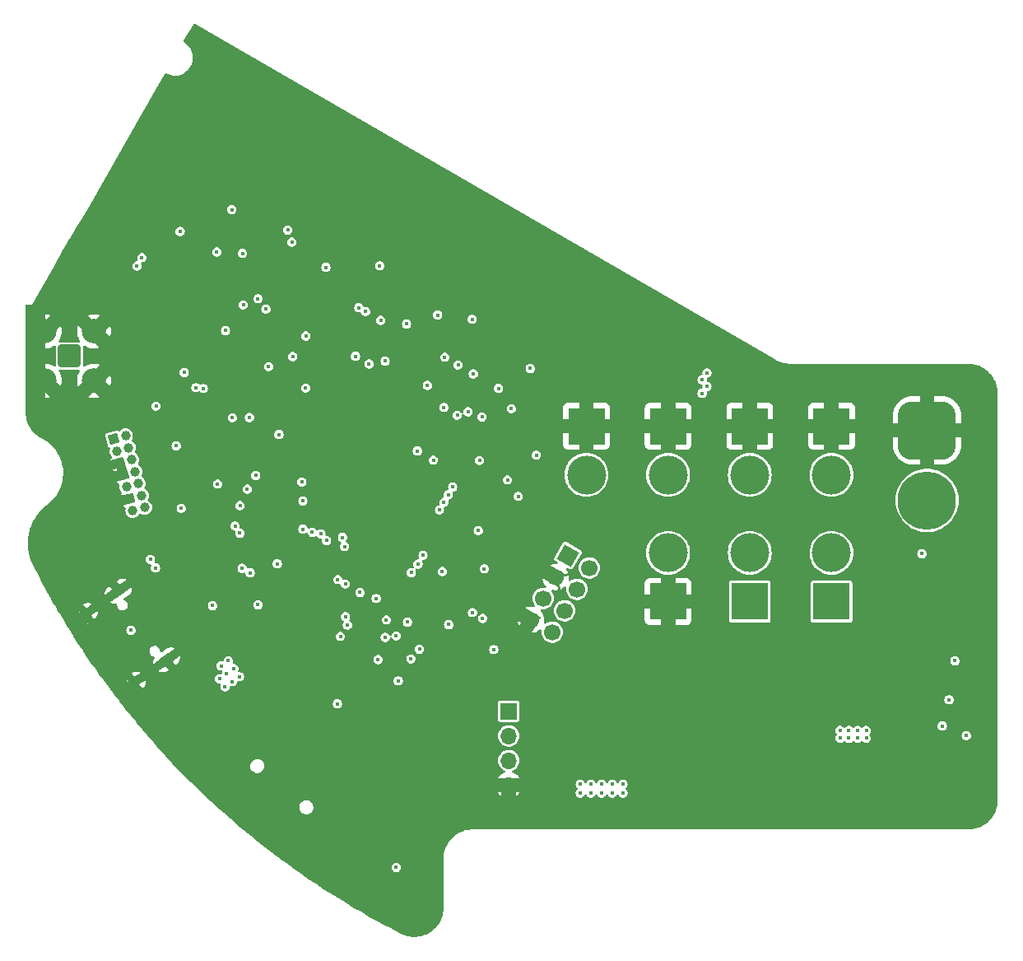
<source format=gbr>
%TF.GenerationSoftware,KiCad,Pcbnew,7.0.9*%
%TF.CreationDate,2024-01-30T02:49:12+00:00*%
%TF.ProjectId,main_PCB_v1,6d61696e-5f50-4434-925f-76312e6b6963,rev?*%
%TF.SameCoordinates,Original*%
%TF.FileFunction,Copper,L4,Bot*%
%TF.FilePolarity,Positive*%
%FSLAX46Y46*%
G04 Gerber Fmt 4.6, Leading zero omitted, Abs format (unit mm)*
G04 Created by KiCad (PCBNEW 7.0.9) date 2024-01-30 02:49:12*
%MOMM*%
%LPD*%
G01*
G04 APERTURE LIST*
G04 Aperture macros list*
%AMRoundRect*
0 Rectangle with rounded corners*
0 $1 Rounding radius*
0 $2 $3 $4 $5 $6 $7 $8 $9 X,Y pos of 4 corners*
0 Add a 4 corners polygon primitive as box body*
4,1,4,$2,$3,$4,$5,$6,$7,$8,$9,$2,$3,0*
0 Add four circle primitives for the rounded corners*
1,1,$1+$1,$2,$3*
1,1,$1+$1,$4,$5*
1,1,$1+$1,$6,$7*
1,1,$1+$1,$8,$9*
0 Add four rect primitives between the rounded corners*
20,1,$1+$1,$2,$3,$4,$5,0*
20,1,$1+$1,$4,$5,$6,$7,0*
20,1,$1+$1,$6,$7,$8,$9,0*
20,1,$1+$1,$8,$9,$2,$3,0*%
%AMHorizOval*
0 Thick line with rounded ends*
0 $1 width*
0 $2 $3 position (X,Y) of the first rounded end (center of the circle)*
0 $4 $5 position (X,Y) of the second rounded end (center of the circle)*
0 Add line between two ends*
20,1,$1,$2,$3,$4,$5,0*
0 Add two circle primitives to create the rounded ends*
1,1,$1,$2,$3*
1,1,$1,$4,$5*%
%AMRotRect*
0 Rectangle, with rotation*
0 The origin of the aperture is its center*
0 $1 length*
0 $2 width*
0 $3 Rotation angle, in degrees counterclockwise*
0 Add horizontal line*
21,1,$1,$2,0,0,$3*%
G04 Aperture macros list end*
%TA.AperFunction,ComponentPad*%
%ADD10HorizOval,1.700000X0.000000X0.000000X0.000000X0.000000X0*%
%TD*%
%TA.AperFunction,ComponentPad*%
%ADD11RotRect,1.700000X1.700000X330.000000*%
%TD*%
%TA.AperFunction,ComponentPad*%
%ADD12HorizOval,1.000000X0.000000X0.000000X0.000000X0.000000X0*%
%TD*%
%TA.AperFunction,ComponentPad*%
%ADD13RotRect,1.000000X1.000000X15.000000*%
%TD*%
%TA.AperFunction,ComponentPad*%
%ADD14RotRect,0.900000X0.500000X60.000000*%
%TD*%
%TA.AperFunction,ComponentPad*%
%ADD15C,4.000000*%
%TD*%
%TA.AperFunction,ComponentPad*%
%ADD16R,3.800000X3.800000*%
%TD*%
%TA.AperFunction,ComponentPad*%
%ADD17C,2.500000*%
%TD*%
%TA.AperFunction,ComponentPad*%
%ADD18RoundRect,0.200100X0.949900X-0.949900X0.949900X0.949900X-0.949900X0.949900X-0.949900X-0.949900X0*%
%TD*%
%TA.AperFunction,ComponentPad*%
%ADD19O,1.700000X1.700000*%
%TD*%
%TA.AperFunction,ComponentPad*%
%ADD20R,1.700000X1.700000*%
%TD*%
%TA.AperFunction,ComponentPad*%
%ADD21C,6.000000*%
%TD*%
%TA.AperFunction,ComponentPad*%
%ADD22RoundRect,1.500000X-1.500000X1.500000X-1.500000X-1.500000X1.500000X-1.500000X1.500000X1.500000X0*%
%TD*%
%TA.AperFunction,ConnectorPad*%
%ADD23C,5.600000*%
%TD*%
%TA.AperFunction,ComponentPad*%
%ADD24C,3.600000*%
%TD*%
%TA.AperFunction,ComponentPad*%
%ADD25HorizOval,0.900000X-0.327661X-0.229431X0.327661X0.229431X0*%
%TD*%
%TA.AperFunction,ComponentPad*%
%ADD26HorizOval,0.900000X-0.450534X-0.315467X0.450534X0.315467X0*%
%TD*%
%TA.AperFunction,ViaPad*%
%ADD27C,0.450000*%
%TD*%
%TA.AperFunction,Conductor*%
%ADD28C,0.250000*%
%TD*%
G04 APERTURE END LIST*
D10*
%TO.P,J204,8,Pin_8*%
%TO.N,+3.3V*%
X158227886Y-108832266D03*
%TO.P,J204,7,Pin_7*%
%TO.N,GND*%
X156028181Y-107562266D03*
%TO.P,J204,6,Pin_6*%
%TO.N,/Microcontroller/GPIO4*%
X159497886Y-106632561D03*
%TO.P,J204,5,Pin_5*%
%TO.N,/Microcontroller/GPIO3*%
X157298181Y-105362561D03*
%TO.P,J204,4,Pin_4*%
%TO.N,+5V*%
X160767886Y-104432857D03*
%TO.P,J204,3,Pin_3*%
%TO.N,GND*%
X158568181Y-103162857D03*
%TO.P,J204,2,Pin_2*%
%TO.N,/Microcontroller/GPIO2*%
X162037886Y-102233152D03*
D11*
%TO.P,J204,1,Pin_1*%
%TO.N,/Microcontroller/GPIO1*%
X159838181Y-100963152D03*
%TD*%
D12*
%TO.P,J205,14,VCP_TX*%
%TO.N,/Microcontroller/USART1_TX*%
X116297724Y-96013774D03*
%TO.P,J205,13,VCP_RX*%
%TO.N,/Microcontroller/USART1_RX*%
X115070998Y-96342474D03*
%TO.P,J205,12,~{RST}*%
%TO.N,/Microcontroller/NRST*%
X115969024Y-94787048D03*
%TO.P,J205,11,GNDDetect*%
%TO.N,GND*%
X114742298Y-95115748D03*
%TO.P,J205,10,JTDI/NC*%
%TO.N,unconnected-(J205-JTDI{slash}NC-Pad10)*%
X115640324Y-93560322D03*
%TO.P,J205,9,JRCLK/NC*%
%TO.N,unconnected-(J205-JRCLK{slash}NC-Pad9)*%
X114413598Y-93889022D03*
%TO.P,J205,8,JTDO/SWO*%
%TO.N,/Microcontroller/SWO*%
X115311623Y-92333596D03*
%TO.P,J205,7,GND*%
%TO.N,GND*%
X114084898Y-92662296D03*
%TO.P,J205,6,JCLK/SWCLK*%
%TO.N,/Microcontroller/SWCLK*%
X114982923Y-91106870D03*
%TO.P,J205,5,GND*%
%TO.N,GND*%
X113756197Y-91435571D03*
%TO.P,J205,4,JTMS/SWDIO*%
%TO.N,/Microcontroller/SWDIO*%
X114654223Y-89880145D03*
%TO.P,J205,3,VCC*%
%TO.N,+3.3V*%
X113427497Y-90208845D03*
%TO.P,J205,2,NC*%
%TO.N,unconnected-(J205-NC-Pad2)*%
X114325523Y-88653419D03*
D13*
%TO.P,J205,1,NC*%
%TO.N,unconnected-(J205-NC-Pad1)*%
X113098797Y-88982119D03*
%TD*%
D14*
%TO.P,AE401,2,Shield*%
%TO.N,GND*%
X109427050Y-67400972D03*
%TD*%
D15*
%TO.P,J310,2,Pin_2*%
%TO.N,VBAT*%
X186942364Y-100691544D03*
D16*
%TO.P,J310,1,Pin_1*%
%TO.N,/Power/TRIG2_D*%
X186942364Y-105691544D03*
%TD*%
D17*
%TO.P,J401,2,Ext*%
%TO.N,GND*%
X111082523Y-77918018D03*
X106002523Y-77918018D03*
X111082523Y-82998018D03*
X106002523Y-82998018D03*
D18*
%TO.P,J401,1,In*%
%TO.N,/Wireless/ANT_SMA*%
X108542523Y-80458018D03*
%TD*%
D19*
%TO.P,J207,4,Pin_4*%
%TO.N,GND*%
X153747828Y-124580131D03*
%TO.P,J207,3,Pin_3*%
%TO.N,+3.3V*%
X153747828Y-122040131D03*
%TO.P,J207,2,Pin_2*%
%TO.N,/Microcontroller/I2C1_SCL*%
X153747828Y-119500131D03*
D20*
%TO.P,J207,1,Pin_1*%
%TO.N,/Microcontroller/I2C1_SDA*%
X153747828Y-116960131D03*
%TD*%
D15*
%TO.P,J309,2,Pin_2*%
%TO.N,VBAT*%
X178542361Y-100691548D03*
D16*
%TO.P,J309,1,Pin_1*%
%TO.N,/Power/TRIG1_D*%
X178542361Y-105691548D03*
%TD*%
D15*
%TO.P,J302,2,Pin_2*%
%TO.N,+12V*%
X170142366Y-100691551D03*
D16*
%TO.P,J302,1,Pin_1*%
%TO.N,GND*%
X170142366Y-105691551D03*
%TD*%
%TO.P,J306,1,Pin_1*%
%TO.N,GND*%
X178542368Y-87669384D03*
D15*
%TO.P,J306,2,Pin_2*%
%TO.N,VBAT*%
X178542368Y-92669384D03*
%TD*%
D21*
%TO.P,J301,2,Pin_2*%
%TO.N,VBAT*%
X196782834Y-95296321D03*
D22*
%TO.P,J301,1,Pin_1*%
%TO.N,GND*%
X196782834Y-88096321D03*
%TD*%
D23*
%TO.P,OL101,5,MH*%
%TO.N,GND*%
X119299077Y-118044467D03*
D24*
X119299077Y-118044467D03*
D23*
%TO.P,OL101,4,MH*%
X201041077Y-123635467D03*
D24*
X201041077Y-123635467D03*
D23*
%TO.P,OL101,3,MH*%
X201041077Y-105635467D03*
D24*
X201041077Y-105635467D03*
D23*
%TO.P,OL101,2,MH*%
X127190077Y-54272467D03*
D24*
X127190077Y-54272467D03*
%TD*%
D15*
%TO.P,J305,2,Pin_2*%
%TO.N,VBAT*%
X186942364Y-92669384D03*
D16*
%TO.P,J305,1,Pin_1*%
%TO.N,GND*%
X186942364Y-87669384D03*
%TD*%
D15*
%TO.P,J307,2,Pin_2*%
%TO.N,VBAT*%
X170142369Y-92669385D03*
D16*
%TO.P,J307,1,Pin_1*%
%TO.N,GND*%
X170142369Y-87669385D03*
%TD*%
D25*
%TO.P,J203,S4,SHIELD*%
%TO.N,GND*%
X115131884Y-114095847D03*
%TO.P,J203,S3,SHIELD*%
X110170448Y-107010181D03*
D26*
%TO.P,J203,S2,SHIELD*%
X118547748Y-111704033D03*
%TO.P,J203,S1,SHIELD*%
X113586312Y-104618368D03*
%TD*%
D15*
%TO.P,J308,2,Pin_2*%
%TO.N,VBAT*%
X161742362Y-92669384D03*
D16*
%TO.P,J308,1,Pin_1*%
%TO.N,GND*%
X161742362Y-87669384D03*
%TD*%
D27*
%TO.N,GND*%
X123983660Y-57628459D03*
X108567634Y-82329798D03*
X106665968Y-80423580D03*
X108608789Y-78658517D03*
X115034521Y-62432328D03*
X105575338Y-98328804D03*
X203375335Y-124028804D03*
X156448919Y-128172765D03*
X114598015Y-78288387D03*
X115494690Y-104655478D03*
X138525353Y-67343265D03*
X117452565Y-69544154D03*
X154448918Y-128172763D03*
X145624625Y-61495882D03*
X154284879Y-66495881D03*
X124494427Y-61947299D03*
X123107968Y-48495880D03*
X105375334Y-100228802D03*
X194448922Y-128172764D03*
X171605391Y-76495880D03*
X203048920Y-99972765D03*
X123245234Y-125038596D03*
X180265641Y-81495882D03*
X158448920Y-128172765D03*
X108775338Y-93928803D03*
X167748919Y-121972767D03*
X147639500Y-105340072D03*
X152705266Y-109765903D03*
X120600753Y-116214605D03*
X164677185Y-72495885D03*
X176448919Y-128172765D03*
X107874550Y-105562677D03*
X120034525Y-53772077D03*
X197624461Y-109686383D03*
X137118773Y-135698967D03*
X166409234Y-73495883D03*
X112034520Y-67628483D03*
X184048920Y-117872764D03*
X114766571Y-66896430D03*
X203048921Y-107972764D03*
X106575338Y-96728804D03*
X125175338Y-55228803D03*
X125258830Y-103676147D03*
X174248918Y-117872764D03*
X155455785Y-82601870D03*
X142160525Y-59495880D03*
X116034524Y-60700281D03*
X160448917Y-128172768D03*
X109302473Y-68360536D03*
X128568565Y-68521904D03*
X199024460Y-102786382D03*
X156016930Y-67495884D03*
X111302472Y-64896432D03*
X123636514Y-73064463D03*
X203048920Y-95972765D03*
X126502051Y-76269985D03*
X201175338Y-121428804D03*
X199075337Y-106728804D03*
X127585063Y-75394155D03*
X153389757Y-84180330D03*
X168448920Y-128172765D03*
X116693460Y-78458959D03*
X203048919Y-89972765D03*
X160405412Y-81245893D03*
X120514842Y-89738386D03*
X124505033Y-82227170D03*
X157948917Y-121872767D03*
X172048919Y-120972762D03*
X116302472Y-56236176D03*
X123416897Y-72244849D03*
X202048922Y-82472764D03*
X140734067Y-110850631D03*
X203048918Y-111972765D03*
X190248918Y-82272765D03*
X124438676Y-64925073D03*
X135232323Y-55495886D03*
X141730465Y-81374819D03*
X200175336Y-107728804D03*
X123613365Y-109771588D03*
X193024459Y-117986383D03*
X148475336Y-128428805D03*
X126485703Y-127957885D03*
X122304776Y-97238127D03*
X190448920Y-128172768D03*
X115302472Y-57968228D03*
X126175334Y-56228804D03*
X161148920Y-115472764D03*
X120549680Y-73179797D03*
X155848918Y-121872767D03*
X121766572Y-54772077D03*
X121375914Y-47495883D03*
X164748920Y-121272760D03*
X107975337Y-95428803D03*
X108302474Y-70092585D03*
X183248920Y-120372761D03*
X122620963Y-75992231D03*
X145675336Y-138428803D03*
X203048917Y-115972765D03*
X167248917Y-113972763D03*
X151689759Y-87124818D03*
X125572067Y-52227931D03*
X182197692Y-82149470D03*
X120950877Y-101242421D03*
X118766571Y-59968227D03*
X148711372Y-114100563D03*
X114374044Y-115245913D03*
X119245388Y-68038899D03*
X109948369Y-86640052D03*
X150210079Y-99087699D03*
X131768218Y-53495884D03*
X124150383Y-75143192D03*
X167181949Y-80308586D03*
X105075338Y-85728801D03*
X154026102Y-94478152D03*
X125075339Y-53828805D03*
X169448921Y-110272765D03*
X137486470Y-108975630D03*
X139793159Y-76330331D03*
X115148015Y-77335756D03*
X117121220Y-74318066D03*
X143025141Y-116532372D03*
X178448920Y-128172765D03*
X146075340Y-134628803D03*
X121920473Y-84486737D03*
X193882773Y-114661404D03*
X115597359Y-116696601D03*
X127251305Y-93453467D03*
X115698015Y-76383128D03*
X178533592Y-80495883D03*
X199775336Y-103728803D03*
X162945132Y-71495883D03*
X157748982Y-68495881D03*
X130300384Y-64491082D03*
X188448916Y-128172764D03*
X128875336Y-55628803D03*
X182964188Y-87572945D03*
X117520509Y-116723369D03*
X114302472Y-59700279D03*
X117593463Y-76900118D03*
X135907404Y-75877686D03*
X172448920Y-128172766D03*
X108975339Y-92028806D03*
X174448919Y-128172765D03*
X203048918Y-93972766D03*
X200248921Y-82272765D03*
X131309231Y-66343708D03*
X118322181Y-69237938D03*
X123673589Y-76369026D03*
X121552307Y-73643191D03*
X132624907Y-58163139D03*
X133500269Y-54495882D03*
X134102408Y-63404031D03*
X111689170Y-79726652D03*
X118292757Y-67488897D03*
X113848816Y-99284278D03*
X131653990Y-132078721D03*
X111766573Y-72092586D03*
X133513823Y-133340080D03*
X120766574Y-56504123D03*
X106302473Y-73556684D03*
X150448918Y-128172765D03*
X110985041Y-110501802D03*
X110386541Y-79782868D03*
X192248920Y-82272762D03*
X128861956Y-84280759D03*
X112875165Y-81170696D03*
X203048922Y-121972767D03*
X108375335Y-90228803D03*
X119373847Y-72616399D03*
X174418997Y-87373648D03*
X111535932Y-81090308D03*
X112766574Y-70360533D03*
X184448917Y-128172765D03*
X198248918Y-82272764D03*
X196248918Y-82272767D03*
X122816898Y-73284081D03*
X122107963Y-50227929D03*
X164448918Y-117772765D03*
X121268423Y-119146955D03*
X199475338Y-126928804D03*
X115270612Y-80821657D03*
X117249937Y-67695117D03*
X196448917Y-128172767D03*
X119088088Y-69680133D03*
X198024461Y-107386383D03*
X109034522Y-72824633D03*
X123673807Y-91849877D03*
X121598345Y-123383976D03*
X192924461Y-124086384D03*
X145625141Y-112029046D03*
X121323241Y-72538196D03*
X119157550Y-109903671D03*
X127470213Y-86074305D03*
X199624461Y-99986384D03*
X162148920Y-115472764D03*
X148950974Y-108868533D03*
X166448919Y-128172768D03*
X109766574Y-75556683D03*
X127675337Y-56428806D03*
X123127436Y-65314990D03*
X178768778Y-117891549D03*
X129237649Y-101413018D03*
X124676705Y-70662801D03*
X137970802Y-72103774D03*
X187648922Y-116772764D03*
X105999659Y-102065636D03*
X166648920Y-121972764D03*
X111034523Y-69360532D03*
X114034524Y-64164381D03*
X175069489Y-78495884D03*
X200924459Y-117486381D03*
X176801539Y-79495882D03*
X197624461Y-113586381D03*
X180448919Y-128172765D03*
X118233656Y-75191271D03*
X201075335Y-126328804D03*
X126297151Y-72523133D03*
X116833786Y-118174732D03*
X118063335Y-66086270D03*
X124840017Y-49495882D03*
X121635283Y-67890695D03*
X201575334Y-103428802D03*
X120660451Y-70587938D03*
X194248919Y-82272768D03*
X148445415Y-70761215D03*
X163148919Y-115472766D03*
X149088723Y-63495880D03*
X197624461Y-112086383D03*
X203048920Y-117972767D03*
X165897014Y-87534158D03*
X113766573Y-68628484D03*
X144075336Y-139228801D03*
X124782308Y-126440495D03*
X145929503Y-77101872D03*
X129595413Y-103410369D03*
X124792196Y-105312762D03*
X186248921Y-82272765D03*
X117448015Y-73352041D03*
X136044810Y-112898018D03*
X164448918Y-116672765D03*
X173448920Y-120372761D03*
X115766572Y-65164378D03*
X138945804Y-136739135D03*
X117034524Y-58968231D03*
X146275337Y-130928803D03*
X147356676Y-62495882D03*
X152448922Y-128172762D03*
X128824779Y-69478121D03*
X123968636Y-106510825D03*
X185848917Y-117872765D03*
X118034617Y-72536014D03*
X162248919Y-120872766D03*
X119179359Y-66153259D03*
X151128986Y-90496100D03*
X146075336Y-132628803D03*
X154010080Y-92505910D03*
X105075336Y-76028802D03*
X127489918Y-106811789D03*
X165248917Y-113972763D03*
X124456130Y-72844851D03*
X105075338Y-81628804D03*
X123246793Y-77508259D03*
X157967847Y-88267877D03*
X196724461Y-106986383D03*
X127470613Y-59690638D03*
X130311383Y-67103251D03*
X116550878Y-98642422D03*
X174548918Y-121472764D03*
X117302473Y-54504124D03*
X201675337Y-107828806D03*
X110233307Y-81146527D03*
X197624460Y-110886380D03*
X142427795Y-138573731D03*
X162448921Y-128172764D03*
X107175339Y-88728803D03*
X200348917Y-128172767D03*
X203048921Y-109972765D03*
X132141278Y-68902554D03*
X129516881Y-72129369D03*
X112991798Y-79670438D03*
X203048918Y-119972767D03*
X121912662Y-104517292D03*
X203048917Y-83972766D03*
X151622914Y-73057623D03*
X162242974Y-75263137D03*
X128180074Y-129383932D03*
X168968778Y-117891550D03*
X108766574Y-77288736D03*
X184948921Y-117872766D03*
X142005785Y-105897953D03*
X147822846Y-121439537D03*
X133251299Y-83061161D03*
X198875336Y-105128806D03*
X138696419Y-57495881D03*
X123020962Y-75299410D03*
X168141288Y-74495883D03*
X108034526Y-74556684D03*
X182448920Y-128172765D03*
X156848919Y-121872764D03*
X187648921Y-117872766D03*
X152552828Y-65495882D03*
X124042856Y-69027686D03*
X121485716Y-117609224D03*
X129081000Y-70434340D03*
X159168778Y-117791547D03*
X123856129Y-73884084D03*
X132469324Y-107032615D03*
X146060595Y-83874817D03*
X118733912Y-63124796D03*
X119368690Y-79723578D03*
X118328323Y-120021483D03*
X155848917Y-120772765D03*
X143930466Y-77564307D03*
X132015189Y-77720950D03*
X173337436Y-77495883D03*
X150443697Y-96854677D03*
X116143459Y-79411587D03*
X119196299Y-91805135D03*
X106922361Y-103836688D03*
X126572065Y-50495885D03*
X197824460Y-104786380D03*
X198875337Y-123828805D03*
X119049938Y-64577426D03*
X110034525Y-71092584D03*
X196224461Y-113586381D03*
X113302471Y-61432332D03*
X125036022Y-76809218D03*
X192448920Y-128172766D03*
X108777553Y-107078951D03*
X140854449Y-118109149D03*
X176448921Y-121972765D03*
X114041191Y-81151078D03*
X124972840Y-92599875D03*
X108596489Y-101101857D03*
X120259487Y-74282422D03*
X199275337Y-125528804D03*
X149146680Y-101129560D03*
X119393462Y-73782424D03*
X186748922Y-117872764D03*
X134244568Y-102340775D03*
X128207921Y-66813581D03*
X166248920Y-113972767D03*
X140428474Y-58495883D03*
X194067452Y-120541529D03*
X118302474Y-52772076D03*
X119766574Y-58236178D03*
X120995227Y-87706333D03*
X123840017Y-51227932D03*
X125568690Y-68984863D03*
X129947350Y-130783345D03*
X110766573Y-73824634D03*
X198448919Y-128172765D03*
X175148920Y-117872764D03*
X203048919Y-103972763D03*
X113034521Y-65896429D03*
X163648919Y-120272765D03*
X177548921Y-121972765D03*
X129440791Y-80861162D03*
X119055210Y-115776941D03*
X111997825Y-112026660D03*
X159481031Y-69495882D03*
X137628093Y-75080332D03*
X116211631Y-103826792D03*
X129575340Y-54028807D03*
X203048917Y-125972766D03*
X186448918Y-128172767D03*
X120505195Y-66456849D03*
X188248915Y-82272767D03*
X115469651Y-83476911D03*
X151755269Y-111411354D03*
X133041278Y-67343711D03*
X146075336Y-136628805D03*
X104880562Y-83764915D03*
X129689712Y-79447044D03*
X124523875Y-116994534D03*
X130501300Y-87824305D03*
X118633867Y-89979301D03*
X147217590Y-118087872D03*
X161213084Y-70495882D03*
X203048920Y-97972763D03*
X105075340Y-79728807D03*
X113087619Y-113583051D03*
X158168104Y-76721020D03*
X128040862Y-109902934D03*
X147075337Y-129428806D03*
X141211371Y-127090944D03*
X160448922Y-110272764D03*
X128304119Y-51495883D03*
X170448918Y-128172765D03*
X109900148Y-108856525D03*
X184048919Y-116772767D03*
X164448914Y-128172765D03*
X119034522Y-55504125D03*
X181848916Y-120972765D03*
X147760594Y-80930333D03*
X143892574Y-60495882D03*
X203048918Y-91972766D03*
X155073619Y-75280828D03*
X116459746Y-69663770D03*
X165348920Y-117772766D03*
X140951107Y-70324707D03*
X199575339Y-122128802D03*
X169873337Y-75495883D03*
X150820780Y-64495883D03*
X151115666Y-117336203D03*
X118034522Y-57236178D03*
X119218228Y-106891529D03*
X203048921Y-101972767D03*
X120090733Y-121753910D03*
X130036168Y-52495884D03*
X202148919Y-127572764D03*
X197924461Y-103686384D03*
X134437840Y-114813130D03*
X114973144Y-72038642D03*
X107034522Y-76288736D03*
X144325143Y-114280712D03*
X155682928Y-90180066D03*
X127868563Y-69734336D03*
X119968444Y-120167076D03*
X117766572Y-61700281D03*
X118450879Y-96642422D03*
X136964370Y-56495882D03*
X129781001Y-69221902D03*
X178448919Y-110272765D03*
X171972845Y-79610507D03*
X174248920Y-116772765D03*
X114048015Y-79241011D03*
X131092949Y-75918324D03*
X116766573Y-63432332D03*
X104695885Y-77884784D03*
X203048919Y-87972767D03*
X203048919Y-113972763D03*
X135316298Y-134519521D03*
X150477388Y-75824705D03*
X110302471Y-66628484D03*
X122167631Y-66377428D03*
X107302472Y-71824635D03*
X131870662Y-97852506D03*
X203048918Y-85972765D03*
X121449937Y-60420503D03*
X150751307Y-121167294D03*
X119867510Y-70130133D03*
X140715479Y-137697388D03*
X197824459Y-105986383D03*
X203275337Y-106028804D03*
X105675338Y-87628806D03*
X112302474Y-63164378D03*
X184248918Y-82272766D03*
X112094520Y-94922807D03*
%TO.N,+5V*%
X149987392Y-76673409D03*
X140461109Y-71173409D03*
%TO.N,+3.3V*%
X147154370Y-80580328D03*
X152205267Y-110631931D03*
X151225140Y-102329559D03*
X132563478Y-98252506D03*
X156585910Y-90644433D03*
X154718924Y-94878147D03*
X142157833Y-133034597D03*
X140110334Y-105380965D03*
X155955781Y-81735844D03*
X117462589Y-85608017D03*
X136149825Y-103440772D03*
X143324436Y-107813980D03*
X150610078Y-98394881D03*
X143237646Y-77164307D03*
X198342362Y-118491546D03*
X129040790Y-81553983D03*
X127070211Y-86767124D03*
X153610077Y-93198725D03*
X126432436Y-75190564D03*
X117402084Y-102239241D03*
X119941799Y-67632683D03*
X145367772Y-83474818D03*
X127939919Y-106032364D03*
X130101299Y-88517122D03*
X120359780Y-82148307D03*
X150996940Y-86724821D03*
X146429505Y-76235846D03*
X152696935Y-83780332D03*
X138320917Y-75480331D03*
X141037646Y-80974820D03*
X129930467Y-101813020D03*
X126851301Y-94146285D03*
X123782506Y-93621598D03*
X140293218Y-111664205D03*
X127948460Y-74564732D03*
X131004204Y-67503250D03*
X122320473Y-83793915D03*
X146907453Y-102608022D03*
X123275816Y-106110825D03*
X136121017Y-116203019D03*
X150728992Y-91188920D03*
X132851303Y-83753985D03*
X126346857Y-69895011D03*
%TO.N,VBUS*%
X120057778Y-96113019D03*
X114879663Y-108653386D03*
%TO.N,/Wireless/VDD_PA*%
X116004962Y-70332703D03*
X125261402Y-65400078D03*
%TO.N,/Microcontroller/SDMMC2_CD*%
X136423714Y-109280984D03*
X141033452Y-109382084D03*
%TO.N,/Microcontroller/SDMMC2_D2*%
X135001752Y-99429298D03*
X141142385Y-107593406D03*
%TO.N,/Microcontroller/SDMMC2_D0*%
X133529505Y-98579300D03*
X136951490Y-107252246D03*
%TO.N,/Microcontroller/SDMMC2_D1*%
X137146104Y-108115166D03*
X134415627Y-98744492D03*
%TO.N,/Wireless/VCTL*%
X124604442Y-77837957D03*
X123700874Y-69752991D03*
%TO.N,VBAT*%
X188728173Y-118940881D03*
X190528171Y-119740883D03*
X188728175Y-119740883D03*
X187828172Y-118940882D03*
X187828174Y-119740882D03*
X189628174Y-119740880D03*
X189628173Y-118940884D03*
X190528174Y-118940882D03*
%TO.N,/Microcontroller/NRST*%
X145991326Y-91166406D03*
X144345878Y-90216409D03*
X116883422Y-101360897D03*
X132461457Y-93400830D03*
X119539722Y-89689486D03*
%TO.N,/Microcontroller/BTN1*%
X174142365Y-83591550D03*
X199042367Y-115791551D03*
%TO.N,/Microcontroller/BOOT*%
X138444789Y-104765775D03*
X142164628Y-109222826D03*
%TO.N,/Microcontroller/BTN2*%
X154015236Y-85868591D03*
X174142361Y-82191548D03*
X200822364Y-119471546D03*
X149560941Y-86183654D03*
%TO.N,/Microcontroller/LEDR*%
X143679695Y-111598661D03*
X136645763Y-99100563D03*
%TO.N,/Microcontroller/LEDG*%
X144554332Y-110602520D03*
X136847196Y-100032890D03*
%TO.N,/Microcontroller/LEDB*%
X136929244Y-103890773D03*
X142379692Y-113850323D03*
%TO.N,/Microcontroller/CAN1_TX*%
X139361815Y-81277446D03*
X140572581Y-76780333D03*
%TO.N,/Microcontroller/CAN1_RX*%
X137976170Y-80477446D03*
X139013735Y-75880330D03*
%TO.N,/Microcontroller/CAN2_TX*%
X150098862Y-82280330D03*
X148449078Y-86537839D03*
%TO.N,/Microcontroller/CAN2_RX*%
X148540015Y-81380330D03*
X147063436Y-85737836D03*
%TO.N,/Microcontroller/SWDIO*%
X127719603Y-92742347D03*
%TO.N,/Microcontroller/SWCLK*%
X126105507Y-95838044D03*
%TO.N,/Microcontroller/SWO*%
X132569225Y-95361332D03*
%TO.N,/Microcontroller/NRF24_CE*%
X128769510Y-75623852D03*
X115504961Y-71198726D03*
%TO.N,/Microcontroller/MAG_INT*%
X151053602Y-107426676D03*
X144924085Y-100943310D03*
%TO.N,/Microcontroller/MAG_DRDY*%
X150014370Y-106826670D03*
X143719186Y-102730263D03*
%TO.N,/Microcontroller/SPI4_MOSI*%
X144410570Y-101851525D03*
X147565335Y-108068531D03*
%TO.N,/Microcontroller/NRF24_IRQ*%
X131428150Y-68743945D03*
X131531808Y-80503604D03*
%TO.N,/Microcontroller/SPI2.MISO*%
X134940790Y-71334884D03*
X132881333Y-78401964D03*
%TO.N,/Microcontroller/I2C3_SDA*%
X125321172Y-86796546D03*
X121564250Y-83703726D03*
%TO.N,VSYS*%
X161101754Y-124484842D03*
X163301754Y-125384843D03*
X125302417Y-113941813D03*
X165501756Y-125384843D03*
X126039654Y-113425593D03*
X124892501Y-111787289D03*
X162201756Y-125384843D03*
X161101755Y-125384841D03*
X164401757Y-124484840D03*
X162201754Y-124484842D03*
X164401756Y-125384843D03*
X163301754Y-124484842D03*
X123991604Y-113638878D03*
X124728839Y-113122658D03*
X124155265Y-112303506D03*
X165501757Y-124484842D03*
X125466079Y-112606440D03*
X124565180Y-114458030D03*
%TO.N,/Microcontroller/SPI3_CS*%
X125594118Y-97923788D03*
X127141718Y-102743274D03*
%TO.N,/Microcontroller/SPI3_SCK*%
X126086941Y-98670195D03*
X126318991Y-102268274D03*
%TO.N,/Microcontroller/TRIG1*%
X199642362Y-111791546D03*
X173642365Y-82891547D03*
%TO.N,/Microcontroller/TRIG2*%
X196248920Y-100781548D03*
X173642364Y-84291546D03*
%TO.N,/Microcontroller/GPIO1*%
X147976005Y-93928846D03*
%TO.N,/Microcontroller/GPIO2*%
X147526006Y-94708267D03*
%TO.N,/Microcontroller/GPIO3*%
X146626006Y-96267110D03*
%TO.N,/Microcontroller/GPIO4*%
X147076006Y-95487688D03*
%TD*%
D28*
%TO.N,GND*%
X159028756Y-104881747D02*
X159135634Y-104943453D01*
X158568181Y-103162857D02*
X159028756Y-104881747D01*
X160127752Y-102744971D02*
X158568181Y-103162857D01*
X160508839Y-102964992D02*
X160127752Y-102744971D01*
X165709399Y-78298474D02*
X165675198Y-78392443D01*
%TD*%
%TA.AperFunction,Conductor*%
%TO.N,GND*%
G36*
X121449787Y-46340034D02*
G01*
X181223559Y-80850438D01*
X181234620Y-80856824D01*
X181234750Y-80856882D01*
X181336933Y-80915877D01*
X181574394Y-81026606D01*
X181820601Y-81116219D01*
X182073681Y-81184034D01*
X182073680Y-81184034D01*
X182331703Y-81229536D01*
X182592718Y-81252376D01*
X182592722Y-81252376D01*
X182698958Y-81252377D01*
X182698964Y-81252379D01*
X182723624Y-81252379D01*
X182723723Y-81252379D01*
X182724223Y-81252379D01*
X201039128Y-81252379D01*
X201042366Y-81252463D01*
X201176735Y-81259503D01*
X201357558Y-81269643D01*
X201363748Y-81270305D01*
X201518482Y-81294810D01*
X201678679Y-81322025D01*
X201684287Y-81323250D01*
X201838820Y-81364655D01*
X201992198Y-81408840D01*
X201997211Y-81410521D01*
X202147953Y-81468384D01*
X202294432Y-81529056D01*
X202298824Y-81531080D01*
X202443488Y-81604789D01*
X202581891Y-81681282D01*
X202585620Y-81683520D01*
X202722260Y-81772255D01*
X202851143Y-81863701D01*
X202854250Y-81866058D01*
X202942297Y-81937358D01*
X202980033Y-81967916D01*
X202982314Y-81969857D01*
X203099054Y-82074183D01*
X203101569Y-82076561D01*
X203123905Y-82098897D01*
X203216066Y-82191059D01*
X203218440Y-82193570D01*
X203292434Y-82276370D01*
X203322747Y-82310290D01*
X203324681Y-82312563D01*
X203426575Y-82438393D01*
X203428922Y-82441487D01*
X203520341Y-82570333D01*
X203609103Y-82707018D01*
X203611365Y-82710788D01*
X203636468Y-82756209D01*
X203687790Y-82849072D01*
X203761543Y-82993827D01*
X203763582Y-82998250D01*
X203824174Y-83144540D01*
X203882095Y-83295437D01*
X203883791Y-83300495D01*
X203927895Y-83453596D01*
X203969357Y-83608345D01*
X203970594Y-83614010D01*
X203997726Y-83773720D01*
X204022303Y-83928914D01*
X204022969Y-83935141D01*
X204032860Y-84111375D01*
X204040162Y-84250754D01*
X204040247Y-84253998D01*
X204040247Y-126133511D01*
X204040162Y-126136755D01*
X204033097Y-126271609D01*
X204022991Y-126451875D01*
X204022325Y-126458106D01*
X203997764Y-126613210D01*
X203970612Y-126773025D01*
X203969375Y-126778688D01*
X203927990Y-126933148D01*
X203883783Y-127086598D01*
X203882087Y-127091654D01*
X203824340Y-127242099D01*
X203763524Y-127388921D01*
X203761486Y-127393343D01*
X203688004Y-127537564D01*
X203611267Y-127676407D01*
X203609001Y-127680184D01*
X203520580Y-127816345D01*
X203428780Y-127945723D01*
X203426398Y-127948863D01*
X203324993Y-128074090D01*
X203323039Y-128076387D01*
X203218163Y-128193744D01*
X203215773Y-128196271D01*
X203101904Y-128310140D01*
X203099376Y-128312530D01*
X202981929Y-128417486D01*
X202979633Y-128419440D01*
X202854608Y-128520683D01*
X202851466Y-128523065D01*
X202721700Y-128615138D01*
X202586010Y-128703255D01*
X202582231Y-128705523D01*
X202442656Y-128782662D01*
X202299227Y-128855741D01*
X202294805Y-128857779D01*
X202146771Y-128919097D01*
X201997593Y-128976357D01*
X201992537Y-128978052D01*
X201837047Y-129022846D01*
X201684686Y-129063670D01*
X201679020Y-129064907D01*
X201515358Y-129092710D01*
X201364111Y-129116662D01*
X201357884Y-129117329D01*
X201170240Y-129127862D01*
X201090958Y-129132015D01*
X201042661Y-129134546D01*
X201039421Y-129134631D01*
X150028627Y-129134631D01*
X150028461Y-129134647D01*
X149883500Y-129134648D01*
X149883489Y-129134649D01*
X149570744Y-129167525D01*
X149570717Y-129167529D01*
X149263106Y-129232917D01*
X148963990Y-129330110D01*
X148676703Y-129458020D01*
X148676698Y-129458023D01*
X148404326Y-129615278D01*
X148149890Y-129800138D01*
X147916182Y-130010571D01*
X147705740Y-130244288D01*
X147520883Y-130498720D01*
X147363632Y-130771080D01*
X147235713Y-131058382D01*
X147235709Y-131058392D01*
X147138523Y-131357482D01*
X147073129Y-131665112D01*
X147073128Y-131665118D01*
X147040250Y-131977873D01*
X147040249Y-131977883D01*
X147040247Y-132135031D01*
X147040247Y-137179052D01*
X147040158Y-137182378D01*
X147031302Y-137347289D01*
X147022458Y-137503258D01*
X147021755Y-137509692D01*
X146995030Y-137674249D01*
X146968351Y-137829711D01*
X146967025Y-137835666D01*
X146922846Y-137996331D01*
X146878642Y-138148182D01*
X146876788Y-138153605D01*
X146815624Y-138308676D01*
X146754436Y-138454790D01*
X146752154Y-138459641D01*
X146674660Y-138607391D01*
X146597248Y-138745823D01*
X146594638Y-138750078D01*
X146501677Y-138888799D01*
X146408992Y-139017749D01*
X146406157Y-139021398D01*
X146298772Y-139149477D01*
X146191960Y-139267279D01*
X146188997Y-139270330D01*
X146069388Y-139385316D01*
X146067346Y-139387193D01*
X145948811Y-139491360D01*
X145945816Y-139493830D01*
X145814568Y-139595347D01*
X145812034Y-139597206D01*
X145682504Y-139687286D01*
X145679564Y-139689210D01*
X145538161Y-139776099D01*
X145535118Y-139777852D01*
X145396290Y-139852678D01*
X145393486Y-139854099D01*
X145243544Y-139925359D01*
X145239987Y-139926915D01*
X145093597Y-139985560D01*
X145091000Y-139986534D01*
X144934260Y-140041328D01*
X144930200Y-140042593D01*
X144777020Y-140084612D01*
X144614080Y-140122583D01*
X144609543Y-140123463D01*
X144452842Y-140147854D01*
X144286857Y-140168139D01*
X144281881Y-140168545D01*
X144123708Y-140175049D01*
X143956589Y-140177432D01*
X143951230Y-140177276D01*
X143793660Y-140165879D01*
X143754575Y-140162229D01*
X143627230Y-140150340D01*
X143621565Y-140149545D01*
X143477903Y-140122583D01*
X143466789Y-140120497D01*
X143302830Y-140087185D01*
X143296918Y-140085677D01*
X143198617Y-140055395D01*
X143147294Y-140039584D01*
X143058245Y-140011276D01*
X142987293Y-139988720D01*
X142981237Y-139986441D01*
X142841273Y-139925250D01*
X142732941Y-139877502D01*
X142687241Y-139857360D01*
X142683658Y-139855641D01*
X141465095Y-139222253D01*
X141067476Y-139015394D01*
X140104396Y-138488680D01*
X139447401Y-138128432D01*
X138547531Y-137611310D01*
X137846788Y-137206921D01*
X136980101Y-136684220D01*
X136266295Y-136251238D01*
X135422703Y-135717856D01*
X134706766Y-135261897D01*
X133881758Y-134715545D01*
X133168892Y-134239341D01*
X132360480Y-133679071D01*
X131653280Y-133183975D01*
X131447178Y-133034597D01*
X141677443Y-133034597D01*
X141696901Y-133169934D01*
X141696903Y-133169942D01*
X141753700Y-133294311D01*
X141753705Y-133294318D01*
X141843242Y-133397650D01*
X141843246Y-133397654D01*
X141903812Y-133436576D01*
X141958272Y-133471575D01*
X142023869Y-133490836D01*
X142089465Y-133510097D01*
X142089466Y-133510097D01*
X142226200Y-133510097D01*
X142357394Y-133471575D01*
X142472422Y-133397652D01*
X142561963Y-133294315D01*
X142618764Y-133169939D01*
X142638223Y-133034597D01*
X142618764Y-132899255D01*
X142606510Y-132872424D01*
X142561965Y-132774882D01*
X142561960Y-132774875D01*
X142472423Y-132671543D01*
X142472419Y-132671539D01*
X142381569Y-132613155D01*
X142357394Y-132597619D01*
X142357393Y-132597618D01*
X142357392Y-132597618D01*
X142226201Y-132559097D01*
X142226200Y-132559097D01*
X142089466Y-132559097D01*
X142089465Y-132559097D01*
X141958273Y-132597618D01*
X141843246Y-132671539D01*
X141843242Y-132671543D01*
X141753705Y-132774875D01*
X141753700Y-132774882D01*
X141696903Y-132899251D01*
X141696901Y-132899259D01*
X141677443Y-133034597D01*
X131447178Y-133034597D01*
X130860366Y-132609288D01*
X130213617Y-132135131D01*
X130160742Y-132096366D01*
X130004327Y-131977883D01*
X129798013Y-131821601D01*
X129382562Y-131506900D01*
X128691969Y-130977023D01*
X127928168Y-130372650D01*
X127247587Y-129826429D01*
X126497999Y-129207122D01*
X125828301Y-128645150D01*
X125625412Y-128470186D01*
X125092882Y-128010952D01*
X124434710Y-127433688D01*
X124026595Y-127066437D01*
X123843839Y-126901980D01*
X132203303Y-126901980D01*
X132203304Y-126901982D01*
X132232346Y-127066695D01*
X132232347Y-127066697D01*
X132232348Y-127066701D01*
X132294982Y-127211902D01*
X132298596Y-127220281D01*
X132398474Y-127354441D01*
X132398476Y-127354444D01*
X132526606Y-127461957D01*
X132676070Y-127537021D01*
X132676071Y-127537021D01*
X132676075Y-127537023D01*
X132838826Y-127575596D01*
X132838829Y-127575596D01*
X132964122Y-127575596D01*
X132964129Y-127575596D01*
X133088585Y-127561049D01*
X133245758Y-127503843D01*
X133385502Y-127411932D01*
X133500282Y-127290272D01*
X133583912Y-127145420D01*
X133631883Y-126985187D01*
X133641608Y-126818210D01*
X133612564Y-126653491D01*
X133546316Y-126499911D01*
X133446435Y-126365747D01*
X133318306Y-126258235D01*
X133318305Y-126258234D01*
X133168841Y-126183170D01*
X133168837Y-126183169D01*
X133006086Y-126144596D01*
X132880783Y-126144596D01*
X132771884Y-126157324D01*
X132756326Y-126159143D01*
X132756323Y-126159144D01*
X132599156Y-126216347D01*
X132459409Y-126308260D01*
X132344632Y-126429916D01*
X132261000Y-126574771D01*
X132213029Y-126735003D01*
X132213028Y-126735009D01*
X132203303Y-126901980D01*
X123843839Y-126901980D01*
X123713533Y-126784721D01*
X123659290Y-126735009D01*
X123153660Y-126271609D01*
X123067544Y-126192685D01*
X122360646Y-125529026D01*
X122152923Y-125330131D01*
X152624937Y-125330131D01*
X152709718Y-125451209D01*
X152876749Y-125618240D01*
X152997827Y-125703021D01*
X152997828Y-125703021D01*
X152997828Y-125330131D01*
X154497828Y-125330131D01*
X154497828Y-125703021D01*
X154618906Y-125618240D01*
X154785937Y-125451209D01*
X154870718Y-125330131D01*
X154497828Y-125330131D01*
X152997828Y-125330131D01*
X152624937Y-125330131D01*
X122152923Y-125330131D01*
X121727385Y-124922678D01*
X121451026Y-124652020D01*
X153247828Y-124652020D01*
X153288335Y-124789975D01*
X153366067Y-124910929D01*
X153474728Y-125005083D01*
X153605513Y-125064811D01*
X153712065Y-125080131D01*
X153783591Y-125080131D01*
X153890143Y-125064811D01*
X154020928Y-125005083D01*
X154129589Y-124910929D01*
X154207321Y-124789975D01*
X154247828Y-124652020D01*
X154247828Y-124508242D01*
X154240957Y-124484842D01*
X160621364Y-124484842D01*
X160640822Y-124620179D01*
X160640824Y-124620187D01*
X160697621Y-124744556D01*
X160697626Y-124744564D01*
X160792141Y-124853640D01*
X160821166Y-124917195D01*
X160811222Y-124986354D01*
X160792141Y-125016044D01*
X160697627Y-125125118D01*
X160697622Y-125125126D01*
X160640825Y-125249495D01*
X160640823Y-125249503D01*
X160621365Y-125384841D01*
X160640823Y-125520178D01*
X160640825Y-125520186D01*
X160697622Y-125644555D01*
X160697627Y-125644562D01*
X160787164Y-125747894D01*
X160787168Y-125747898D01*
X160813698Y-125764947D01*
X160902194Y-125821819D01*
X160955439Y-125837453D01*
X161033387Y-125860341D01*
X161033388Y-125860341D01*
X161170122Y-125860341D01*
X161301316Y-125821819D01*
X161416344Y-125747896D01*
X161505885Y-125644559D01*
X161538962Y-125572130D01*
X161584715Y-125519329D01*
X161651755Y-125499644D01*
X161718794Y-125519328D01*
X161764548Y-125572130D01*
X161797626Y-125644561D01*
X161797627Y-125644562D01*
X161797628Y-125644564D01*
X161887165Y-125747896D01*
X161887169Y-125747900D01*
X161913699Y-125764949D01*
X162002195Y-125821821D01*
X162055433Y-125837453D01*
X162133388Y-125860343D01*
X162133389Y-125860343D01*
X162270123Y-125860343D01*
X162401317Y-125821821D01*
X162516345Y-125747898D01*
X162605886Y-125644561D01*
X162638963Y-125572133D01*
X162684715Y-125519333D01*
X162751754Y-125499648D01*
X162818794Y-125519332D01*
X162864547Y-125572134D01*
X162897624Y-125644561D01*
X162897625Y-125644562D01*
X162897626Y-125644564D01*
X162987163Y-125747896D01*
X162987167Y-125747900D01*
X163013697Y-125764949D01*
X163102193Y-125821821D01*
X163155431Y-125837453D01*
X163233386Y-125860343D01*
X163233387Y-125860343D01*
X163370121Y-125860343D01*
X163501315Y-125821821D01*
X163616343Y-125747898D01*
X163705884Y-125644561D01*
X163738962Y-125572130D01*
X163784715Y-125519329D01*
X163851755Y-125499644D01*
X163918794Y-125519328D01*
X163964548Y-125572130D01*
X163997626Y-125644561D01*
X163997627Y-125644562D01*
X163997628Y-125644564D01*
X164087165Y-125747896D01*
X164087169Y-125747900D01*
X164113699Y-125764949D01*
X164202195Y-125821821D01*
X164255433Y-125837453D01*
X164333388Y-125860343D01*
X164333389Y-125860343D01*
X164470123Y-125860343D01*
X164601317Y-125821821D01*
X164716345Y-125747898D01*
X164805886Y-125644561D01*
X164838963Y-125572132D01*
X164884716Y-125519331D01*
X164951756Y-125499646D01*
X165018795Y-125519330D01*
X165064548Y-125572132D01*
X165097626Y-125644561D01*
X165097627Y-125644562D01*
X165097628Y-125644564D01*
X165187165Y-125747896D01*
X165187169Y-125747900D01*
X165213699Y-125764949D01*
X165302195Y-125821821D01*
X165355433Y-125837453D01*
X165433388Y-125860343D01*
X165433389Y-125860343D01*
X165570123Y-125860343D01*
X165701317Y-125821821D01*
X165816345Y-125747898D01*
X165905886Y-125644561D01*
X165962687Y-125520185D01*
X165982146Y-125384843D01*
X165962687Y-125249501D01*
X165922664Y-125161863D01*
X165905888Y-125125128D01*
X165905886Y-125125126D01*
X165905886Y-125125125D01*
X165816345Y-125021788D01*
X165816341Y-125021785D01*
X165811368Y-125016046D01*
X165782343Y-124952490D01*
X165792287Y-124883332D01*
X165811368Y-124853640D01*
X165816342Y-124847899D01*
X165816346Y-124847897D01*
X165905887Y-124744560D01*
X165962688Y-124620184D01*
X165982147Y-124484842D01*
X165962688Y-124349500D01*
X165914704Y-124244430D01*
X165905889Y-124225127D01*
X165905884Y-124225120D01*
X165816347Y-124121788D01*
X165816343Y-124121784D01*
X165701316Y-124047863D01*
X165570125Y-124009342D01*
X165570124Y-124009342D01*
X165433390Y-124009342D01*
X165433389Y-124009342D01*
X165302197Y-124047863D01*
X165187170Y-124121784D01*
X165187166Y-124121788D01*
X165097629Y-124225120D01*
X165097626Y-124225125D01*
X165064551Y-124297549D01*
X165018796Y-124350353D01*
X164951756Y-124370037D01*
X164884717Y-124350352D01*
X164838964Y-124297550D01*
X164805887Y-124225122D01*
X164716346Y-124121785D01*
X164716343Y-124121782D01*
X164601321Y-124047864D01*
X164601318Y-124047862D01*
X164601317Y-124047861D01*
X164601316Y-124047861D01*
X164470125Y-124009340D01*
X164470124Y-124009340D01*
X164333390Y-124009340D01*
X164333389Y-124009340D01*
X164202197Y-124047861D01*
X164087170Y-124121782D01*
X164087166Y-124121786D01*
X163997629Y-124225118D01*
X163997626Y-124225123D01*
X163964549Y-124297552D01*
X163918794Y-124350356D01*
X163851755Y-124370040D01*
X163784715Y-124350355D01*
X163738961Y-124297552D01*
X163716940Y-124249333D01*
X163705884Y-124225124D01*
X163616343Y-124121787D01*
X163616340Y-124121784D01*
X163501313Y-124047863D01*
X163370122Y-124009342D01*
X163370121Y-124009342D01*
X163233387Y-124009342D01*
X163233386Y-124009342D01*
X163102194Y-124047863D01*
X162987167Y-124121784D01*
X162987163Y-124121788D01*
X162897626Y-124225120D01*
X162897623Y-124225125D01*
X162864548Y-124297550D01*
X162818793Y-124350353D01*
X162751754Y-124370038D01*
X162684714Y-124350353D01*
X162638960Y-124297550D01*
X162616940Y-124249333D01*
X162605884Y-124225124D01*
X162516343Y-124121787D01*
X162516340Y-124121784D01*
X162401313Y-124047863D01*
X162270122Y-124009342D01*
X162270121Y-124009342D01*
X162133387Y-124009342D01*
X162133386Y-124009342D01*
X162002194Y-124047863D01*
X161887167Y-124121784D01*
X161887163Y-124121788D01*
X161797626Y-124225120D01*
X161797623Y-124225125D01*
X161764548Y-124297550D01*
X161718793Y-124350353D01*
X161651754Y-124370038D01*
X161584714Y-124350353D01*
X161538960Y-124297550D01*
X161516940Y-124249333D01*
X161505884Y-124225124D01*
X161416343Y-124121787D01*
X161416340Y-124121784D01*
X161301313Y-124047863D01*
X161170122Y-124009342D01*
X161170121Y-124009342D01*
X161033387Y-124009342D01*
X161033386Y-124009342D01*
X160902194Y-124047863D01*
X160787167Y-124121784D01*
X160787163Y-124121788D01*
X160697626Y-124225120D01*
X160697621Y-124225127D01*
X160640824Y-124349496D01*
X160640822Y-124349504D01*
X160621364Y-124484842D01*
X154240957Y-124484842D01*
X154207321Y-124370287D01*
X154129589Y-124249333D01*
X154020928Y-124155179D01*
X153890143Y-124095451D01*
X153783591Y-124080131D01*
X153712065Y-124080131D01*
X153605513Y-124095451D01*
X153474728Y-124155179D01*
X153366067Y-124249333D01*
X153288335Y-124370287D01*
X153247828Y-124508242D01*
X153247828Y-124652020D01*
X121451026Y-124652020D01*
X121034851Y-124244430D01*
X120620664Y-123830130D01*
X152624937Y-123830130D01*
X152624938Y-123830131D01*
X154870718Y-123830131D01*
X154870718Y-123830130D01*
X154785937Y-123709052D01*
X154712352Y-123635467D01*
X198736142Y-123635467D01*
X198755861Y-123936319D01*
X198755863Y-123936331D01*
X198814679Y-124232020D01*
X198814683Y-124232035D01*
X198911593Y-124517522D01*
X198911602Y-124517543D01*
X198973276Y-124642605D01*
X198973277Y-124642605D01*
X199508830Y-124107052D01*
X199514681Y-124131423D01*
X199611058Y-124364098D01*
X199742647Y-124578832D01*
X199906207Y-124770337D01*
X200097712Y-124933897D01*
X200312446Y-125065486D01*
X200545121Y-125161863D01*
X200569489Y-125167713D01*
X200033936Y-125703265D01*
X200033936Y-125703266D01*
X200159013Y-125764947D01*
X200444508Y-125861860D01*
X200444523Y-125861864D01*
X200740212Y-125920680D01*
X200740224Y-125920682D01*
X201041077Y-125940401D01*
X201341929Y-125920682D01*
X201341941Y-125920680D01*
X201637630Y-125861864D01*
X201637645Y-125861860D01*
X201923134Y-125764949D01*
X201923139Y-125764947D01*
X202048216Y-125703266D01*
X202048216Y-125703265D01*
X201512663Y-125167713D01*
X201537033Y-125161863D01*
X201769708Y-125065486D01*
X201984442Y-124933897D01*
X202175947Y-124770337D01*
X202339507Y-124578832D01*
X202471096Y-124364098D01*
X202567473Y-124131423D01*
X202573323Y-124107053D01*
X203108875Y-124642606D01*
X203108876Y-124642606D01*
X203170557Y-124517529D01*
X203170559Y-124517524D01*
X203267470Y-124232035D01*
X203267474Y-124232020D01*
X203326290Y-123936331D01*
X203326292Y-123936319D01*
X203346011Y-123635467D01*
X203326292Y-123334614D01*
X203326290Y-123334602D01*
X203267474Y-123038913D01*
X203267470Y-123038898D01*
X203170557Y-122753403D01*
X203108875Y-122628326D01*
X202573323Y-123163878D01*
X202567473Y-123139511D01*
X202471096Y-122906836D01*
X202339507Y-122692102D01*
X202175947Y-122500597D01*
X201984442Y-122337037D01*
X201769708Y-122205448D01*
X201537033Y-122109071D01*
X201512663Y-122103220D01*
X202048215Y-121567667D01*
X202048215Y-121567666D01*
X201923153Y-121505992D01*
X201923132Y-121505983D01*
X201637645Y-121409073D01*
X201637630Y-121409069D01*
X201341941Y-121350253D01*
X201341929Y-121350251D01*
X201041077Y-121330532D01*
X200740224Y-121350251D01*
X200740212Y-121350253D01*
X200444523Y-121409069D01*
X200444503Y-121409074D01*
X200159024Y-121505981D01*
X200159014Y-121505985D01*
X200033937Y-121567666D01*
X200033937Y-121567667D01*
X200569490Y-122103220D01*
X200545121Y-122109071D01*
X200312446Y-122205448D01*
X200097712Y-122337037D01*
X199906207Y-122500597D01*
X199742647Y-122692102D01*
X199611058Y-122906836D01*
X199514681Y-123139511D01*
X199508830Y-123163880D01*
X198973277Y-122628327D01*
X198973276Y-122628327D01*
X198911595Y-122753404D01*
X198911591Y-122753414D01*
X198814684Y-123038893D01*
X198814679Y-123038913D01*
X198755863Y-123334602D01*
X198755861Y-123334614D01*
X198736142Y-123635467D01*
X154712352Y-123635467D01*
X154618910Y-123542025D01*
X154425406Y-123406530D01*
X154211320Y-123306701D01*
X154211305Y-123306695D01*
X154172242Y-123296228D01*
X154112582Y-123259863D01*
X154082054Y-123197016D01*
X154090349Y-123127640D01*
X154134835Y-123073763D01*
X154159538Y-123060829D01*
X154240465Y-123029479D01*
X154413869Y-122922112D01*
X154564592Y-122784710D01*
X154687501Y-122621952D01*
X154778410Y-122439381D01*
X154834225Y-122243214D01*
X154853043Y-122040131D01*
X154834225Y-121837048D01*
X154778410Y-121640881D01*
X154741953Y-121567666D01*
X154734100Y-121551895D01*
X154687501Y-121458310D01*
X154564592Y-121295552D01*
X154564590Y-121295549D01*
X154413869Y-121158150D01*
X154413867Y-121158148D01*
X154240470Y-121050786D01*
X154240463Y-121050782D01*
X154145374Y-121013945D01*
X154050284Y-120977107D01*
X153849804Y-120939631D01*
X153645852Y-120939631D01*
X153445372Y-120977107D01*
X153445369Y-120977107D01*
X153445369Y-120977108D01*
X153255192Y-121050782D01*
X153255185Y-121050786D01*
X153081788Y-121158148D01*
X153081786Y-121158150D01*
X152931065Y-121295549D01*
X152808155Y-121458309D01*
X152717250Y-121640870D01*
X152717245Y-121640883D01*
X152661430Y-121837048D01*
X152642613Y-122040130D01*
X152642613Y-122040131D01*
X152661430Y-122243213D01*
X152717245Y-122439378D01*
X152717250Y-122439391D01*
X152808155Y-122621952D01*
X152931065Y-122784712D01*
X153081786Y-122922111D01*
X153081788Y-122922113D01*
X153097109Y-122931599D01*
X153255191Y-123029479D01*
X153336111Y-123060827D01*
X153391513Y-123103400D01*
X153415104Y-123169166D01*
X153399393Y-123237247D01*
X153349370Y-123286026D01*
X153323414Y-123296228D01*
X153284347Y-123306696D01*
X153284335Y-123306701D01*
X153070250Y-123406530D01*
X153070248Y-123406531D01*
X152876754Y-123542017D01*
X152876748Y-123542022D01*
X152709718Y-123709052D01*
X152624937Y-123830130D01*
X120620664Y-123830130D01*
X120414906Y-123624316D01*
X119736850Y-122931599D01*
X119476535Y-122659581D01*
X127147410Y-122659581D01*
X127147411Y-122659583D01*
X127176453Y-122824296D01*
X127176454Y-122824298D01*
X127176455Y-122824302D01*
X127242703Y-122977882D01*
X127342584Y-123112046D01*
X127375316Y-123139511D01*
X127470713Y-123219558D01*
X127620177Y-123294622D01*
X127620178Y-123294622D01*
X127620182Y-123294624D01*
X127782933Y-123333197D01*
X127782936Y-123333197D01*
X127908229Y-123333197D01*
X127908236Y-123333197D01*
X128032692Y-123318650D01*
X128189865Y-123261444D01*
X128329609Y-123169533D01*
X128444389Y-123047873D01*
X128528019Y-122903021D01*
X128575990Y-122742788D01*
X128585715Y-122575811D01*
X128556671Y-122411092D01*
X128490423Y-122257512D01*
X128390542Y-122123348D01*
X128262413Y-122015836D01*
X128262412Y-122015835D01*
X128112948Y-121940771D01*
X128112944Y-121940770D01*
X127950193Y-121902197D01*
X127824890Y-121902197D01*
X127715991Y-121914925D01*
X127700433Y-121916744D01*
X127700430Y-121916745D01*
X127543263Y-121973948D01*
X127403516Y-122065861D01*
X127288739Y-122187517D01*
X127205107Y-122332372D01*
X127157136Y-122492604D01*
X127157135Y-122492610D01*
X127147410Y-122659581D01*
X119476535Y-122659581D01*
X119130648Y-122298143D01*
X118513928Y-121640883D01*
X118467193Y-121591076D01*
X118389252Y-121505985D01*
X117875373Y-120944968D01*
X117226526Y-120223526D01*
X116649515Y-119565279D01*
X116577018Y-119481165D01*
X116036993Y-118854603D01*
X116015503Y-118829669D01*
X115453705Y-118159807D01*
X115358465Y-118044467D01*
X116994142Y-118044467D01*
X117013861Y-118345319D01*
X117013863Y-118345331D01*
X117072679Y-118641020D01*
X117072683Y-118641035D01*
X117169593Y-118926522D01*
X117169602Y-118926543D01*
X117231276Y-119051605D01*
X117231277Y-119051605D01*
X117766830Y-118516052D01*
X117772681Y-118540423D01*
X117869058Y-118773098D01*
X118000647Y-118987832D01*
X118164207Y-119179337D01*
X118355712Y-119342897D01*
X118570446Y-119474486D01*
X118803121Y-119570863D01*
X118827489Y-119576713D01*
X118291936Y-120112265D01*
X118291936Y-120112266D01*
X118417013Y-120173947D01*
X118702508Y-120270860D01*
X118702523Y-120270864D01*
X118998212Y-120329680D01*
X118998224Y-120329682D01*
X119299077Y-120349401D01*
X119599929Y-120329682D01*
X119599941Y-120329680D01*
X119895630Y-120270864D01*
X119895645Y-120270860D01*
X120181134Y-120173949D01*
X120181139Y-120173947D01*
X120306216Y-120112266D01*
X120306216Y-120112265D01*
X119770663Y-119576713D01*
X119795033Y-119570863D01*
X119965795Y-119500131D01*
X152642613Y-119500131D01*
X152661430Y-119703213D01*
X152717245Y-119899378D01*
X152717250Y-119899391D01*
X152808155Y-120081952D01*
X152931065Y-120244712D01*
X153081786Y-120382111D01*
X153081788Y-120382113D01*
X153180969Y-120443523D01*
X153255191Y-120489479D01*
X153445372Y-120563155D01*
X153645852Y-120600631D01*
X153645854Y-120600631D01*
X153849802Y-120600631D01*
X153849804Y-120600631D01*
X154050284Y-120563155D01*
X154240465Y-120489479D01*
X154413869Y-120382112D01*
X154564592Y-120244710D01*
X154687501Y-120081952D01*
X154778410Y-119899381D01*
X154834225Y-119703214D01*
X154853043Y-119500131D01*
X154851285Y-119481164D01*
X154834225Y-119297048D01*
X154809978Y-119211831D01*
X154778410Y-119100881D01*
X154778050Y-119100159D01*
X154698740Y-118940882D01*
X187347782Y-118940882D01*
X187367240Y-119076219D01*
X187367242Y-119076227D01*
X187424039Y-119200596D01*
X187424044Y-119200604D01*
X187475234Y-119259680D01*
X187504259Y-119323235D01*
X187494315Y-119392394D01*
X187475236Y-119422083D01*
X187424044Y-119481164D01*
X187424041Y-119481167D01*
X187367244Y-119605536D01*
X187367242Y-119605544D01*
X187347784Y-119740882D01*
X187361258Y-119834601D01*
X187367243Y-119876224D01*
X187367243Y-119876225D01*
X187367244Y-119876227D01*
X187424041Y-120000596D01*
X187424046Y-120000603D01*
X187513583Y-120103935D01*
X187513587Y-120103939D01*
X187574153Y-120142861D01*
X187628613Y-120177860D01*
X187694210Y-120197121D01*
X187759806Y-120216382D01*
X187759807Y-120216382D01*
X187896541Y-120216382D01*
X188027735Y-120177860D01*
X188142763Y-120103937D01*
X188184463Y-120055812D01*
X188243238Y-120018039D01*
X188313108Y-120018039D01*
X188371883Y-120055810D01*
X188413586Y-120103938D01*
X188413589Y-120103940D01*
X188413588Y-120103940D01*
X188474154Y-120142862D01*
X188528614Y-120177861D01*
X188594211Y-120197122D01*
X188659807Y-120216383D01*
X188659808Y-120216383D01*
X188796542Y-120216383D01*
X188927736Y-120177861D01*
X189042764Y-120103938D01*
X189084465Y-120055811D01*
X189143238Y-120018040D01*
X189213108Y-120018038D01*
X189271886Y-120055811D01*
X189271888Y-120055814D01*
X189313583Y-120103933D01*
X189313587Y-120103937D01*
X189326548Y-120112266D01*
X189428613Y-120177858D01*
X189494210Y-120197119D01*
X189559806Y-120216380D01*
X189559807Y-120216380D01*
X189696541Y-120216380D01*
X189827735Y-120177858D01*
X189942763Y-120103935D01*
X189984458Y-120055816D01*
X190043236Y-120018041D01*
X190113105Y-120018041D01*
X190171883Y-120055815D01*
X190171884Y-120055815D01*
X190213582Y-120103938D01*
X190213584Y-120103939D01*
X190213584Y-120103940D01*
X190274150Y-120142862D01*
X190328610Y-120177861D01*
X190394207Y-120197122D01*
X190459803Y-120216383D01*
X190459804Y-120216383D01*
X190596538Y-120216383D01*
X190727732Y-120177861D01*
X190842760Y-120103938D01*
X190932301Y-120000601D01*
X190989102Y-119876225D01*
X191008561Y-119740883D01*
X190989102Y-119605541D01*
X190940963Y-119500131D01*
X190932303Y-119481168D01*
X190932300Y-119481164D01*
X190923966Y-119471546D01*
X200341974Y-119471546D01*
X200361432Y-119606883D01*
X200361434Y-119606891D01*
X200418231Y-119731260D01*
X200418236Y-119731267D01*
X200507773Y-119834599D01*
X200507777Y-119834603D01*
X200568343Y-119873525D01*
X200622803Y-119908524D01*
X200688400Y-119927785D01*
X200753996Y-119947046D01*
X200753997Y-119947046D01*
X200890731Y-119947046D01*
X201021925Y-119908524D01*
X201136953Y-119834601D01*
X201226494Y-119731264D01*
X201283295Y-119606888D01*
X201302754Y-119471546D01*
X201283295Y-119336204D01*
X201265413Y-119297048D01*
X201226496Y-119211831D01*
X201226491Y-119211824D01*
X201136954Y-119108492D01*
X201136950Y-119108488D01*
X201021923Y-119034567D01*
X200890732Y-118996046D01*
X200890731Y-118996046D01*
X200753997Y-118996046D01*
X200753996Y-118996046D01*
X200622804Y-119034567D01*
X200507777Y-119108488D01*
X200507773Y-119108492D01*
X200418236Y-119211824D01*
X200418231Y-119211831D01*
X200361434Y-119336200D01*
X200361432Y-119336208D01*
X200341974Y-119471546D01*
X190923966Y-119471546D01*
X190881109Y-119422085D01*
X190852085Y-119358529D01*
X190862029Y-119289370D01*
X190881111Y-119259680D01*
X190932301Y-119200604D01*
X190932302Y-119200602D01*
X190932304Y-119200600D01*
X190989105Y-119076224D01*
X191008564Y-118940882D01*
X190989105Y-118805540D01*
X190964316Y-118751260D01*
X190932306Y-118681167D01*
X190932301Y-118681160D01*
X190842764Y-118577828D01*
X190842760Y-118577824D01*
X190751910Y-118519440D01*
X190727735Y-118503904D01*
X190727734Y-118503903D01*
X190727733Y-118503903D01*
X190685649Y-118491546D01*
X197861972Y-118491546D01*
X197881430Y-118626883D01*
X197881432Y-118626891D01*
X197938229Y-118751260D01*
X197938234Y-118751267D01*
X198027771Y-118854599D01*
X198027775Y-118854603D01*
X198088341Y-118893525D01*
X198142801Y-118928524D01*
X198184889Y-118940882D01*
X198273994Y-118967046D01*
X198273995Y-118967046D01*
X198410729Y-118967046D01*
X198541923Y-118928524D01*
X198656951Y-118854601D01*
X198746492Y-118751264D01*
X198803293Y-118626888D01*
X198822752Y-118491546D01*
X198803293Y-118356204D01*
X198775587Y-118295536D01*
X198746494Y-118231831D01*
X198746489Y-118231824D01*
X198656952Y-118128492D01*
X198656948Y-118128488D01*
X198541921Y-118054567D01*
X198410730Y-118016046D01*
X198410729Y-118016046D01*
X198273995Y-118016046D01*
X198273994Y-118016046D01*
X198142802Y-118054567D01*
X198027775Y-118128488D01*
X198027771Y-118128492D01*
X197938234Y-118231824D01*
X197938229Y-118231831D01*
X197881432Y-118356200D01*
X197881430Y-118356208D01*
X197861972Y-118491546D01*
X190685649Y-118491546D01*
X190596542Y-118465382D01*
X190596541Y-118465382D01*
X190459807Y-118465382D01*
X190459806Y-118465382D01*
X190328614Y-118503903D01*
X190213587Y-118577824D01*
X190213586Y-118577826D01*
X190213585Y-118577826D01*
X190213585Y-118577827D01*
X190213582Y-118577831D01*
X190171884Y-118625952D01*
X190113106Y-118663725D01*
X190043236Y-118663725D01*
X189984459Y-118625950D01*
X189942763Y-118577830D01*
X189942759Y-118577826D01*
X189851909Y-118519442D01*
X189827734Y-118503906D01*
X189827733Y-118503905D01*
X189827732Y-118503905D01*
X189696541Y-118465384D01*
X189696540Y-118465384D01*
X189559806Y-118465384D01*
X189559805Y-118465384D01*
X189428613Y-118503905D01*
X189313586Y-118577826D01*
X189313581Y-118577831D01*
X189271886Y-118625950D01*
X189213108Y-118663724D01*
X189143238Y-118663724D01*
X189084461Y-118625950D01*
X189042762Y-118577826D01*
X189042759Y-118577824D01*
X189042759Y-118577823D01*
X188938444Y-118510786D01*
X188927734Y-118503903D01*
X188927733Y-118503902D01*
X188927732Y-118503902D01*
X188796541Y-118465381D01*
X188796540Y-118465381D01*
X188659806Y-118465381D01*
X188659805Y-118465381D01*
X188528613Y-118503902D01*
X188413586Y-118577823D01*
X188413586Y-118577824D01*
X188413584Y-118577825D01*
X188413584Y-118577826D01*
X188371885Y-118625950D01*
X188313107Y-118663724D01*
X188243237Y-118663724D01*
X188184459Y-118625950D01*
X188142761Y-118577827D01*
X188142758Y-118577825D01*
X188142758Y-118577824D01*
X188051908Y-118519440D01*
X188027733Y-118503904D01*
X188027732Y-118503903D01*
X188027731Y-118503903D01*
X187896540Y-118465382D01*
X187896539Y-118465382D01*
X187759805Y-118465382D01*
X187759804Y-118465382D01*
X187628612Y-118503903D01*
X187513585Y-118577824D01*
X187513581Y-118577828D01*
X187424044Y-118681160D01*
X187424039Y-118681167D01*
X187367242Y-118805536D01*
X187367240Y-118805544D01*
X187347782Y-118940882D01*
X154698740Y-118940882D01*
X154687501Y-118918310D01*
X154628532Y-118840222D01*
X154564590Y-118755549D01*
X154413869Y-118618150D01*
X154413867Y-118618148D01*
X154240470Y-118510786D01*
X154240463Y-118510782D01*
X154123268Y-118465381D01*
X154050284Y-118437107D01*
X153849804Y-118399631D01*
X153645852Y-118399631D01*
X153445372Y-118437107D01*
X153445369Y-118437107D01*
X153445369Y-118437108D01*
X153255192Y-118510782D01*
X153255185Y-118510786D01*
X153081788Y-118618148D01*
X153081786Y-118618150D01*
X152931065Y-118755549D01*
X152808155Y-118918309D01*
X152717250Y-119100870D01*
X152717245Y-119100883D01*
X152661430Y-119297048D01*
X152642613Y-119500130D01*
X152642613Y-119500131D01*
X119965795Y-119500131D01*
X120027708Y-119474486D01*
X120242442Y-119342897D01*
X120433947Y-119179337D01*
X120597507Y-118987832D01*
X120729096Y-118773098D01*
X120825473Y-118540423D01*
X120831323Y-118516053D01*
X121366875Y-119051606D01*
X121366876Y-119051606D01*
X121428557Y-118926529D01*
X121428559Y-118926524D01*
X121525470Y-118641035D01*
X121525474Y-118641020D01*
X121584290Y-118345331D01*
X121584292Y-118345319D01*
X121604011Y-118044467D01*
X121590269Y-117834809D01*
X152647328Y-117834809D01*
X152661860Y-117907866D01*
X152661861Y-117907870D01*
X152661862Y-117907871D01*
X152717227Y-117990732D01*
X152800088Y-118046097D01*
X152800092Y-118046098D01*
X152873149Y-118060630D01*
X152873152Y-118060631D01*
X152873154Y-118060631D01*
X154622504Y-118060631D01*
X154622505Y-118060630D01*
X154695568Y-118046097D01*
X154778429Y-117990732D01*
X154833794Y-117907871D01*
X154848328Y-117834805D01*
X154848328Y-116085457D01*
X154848328Y-116085454D01*
X154848327Y-116085452D01*
X154833795Y-116012395D01*
X154833794Y-116012391D01*
X154809924Y-115976667D01*
X154778429Y-115929530D01*
X154695568Y-115874165D01*
X154695567Y-115874164D01*
X154695563Y-115874163D01*
X154622505Y-115859631D01*
X154622502Y-115859631D01*
X152873154Y-115859631D01*
X152873151Y-115859631D01*
X152800092Y-115874163D01*
X152800088Y-115874164D01*
X152717227Y-115929530D01*
X152661861Y-116012391D01*
X152661860Y-116012395D01*
X152647328Y-116085452D01*
X152647328Y-117834809D01*
X121590269Y-117834809D01*
X121584292Y-117743614D01*
X121584290Y-117743602D01*
X121525474Y-117447913D01*
X121525470Y-117447898D01*
X121428557Y-117162403D01*
X121366875Y-117037326D01*
X120831323Y-117572878D01*
X120825473Y-117548511D01*
X120729096Y-117315836D01*
X120597507Y-117101102D01*
X120433947Y-116909597D01*
X120242442Y-116746037D01*
X120027708Y-116614448D01*
X119795033Y-116518071D01*
X119770663Y-116512220D01*
X120079863Y-116203019D01*
X135640627Y-116203019D01*
X135660085Y-116338356D01*
X135660087Y-116338364D01*
X135716884Y-116462733D01*
X135716889Y-116462740D01*
X135806426Y-116566072D01*
X135806430Y-116566076D01*
X135866996Y-116604998D01*
X135921456Y-116639997D01*
X135987053Y-116659258D01*
X136052649Y-116678519D01*
X136052650Y-116678519D01*
X136189384Y-116678519D01*
X136320578Y-116639997D01*
X136435606Y-116566074D01*
X136525147Y-116462737D01*
X136581948Y-116338361D01*
X136601407Y-116203019D01*
X136581948Y-116067677D01*
X136569694Y-116040846D01*
X136525149Y-115943304D01*
X136525144Y-115943297D01*
X136435607Y-115839965D01*
X136435603Y-115839961D01*
X136360273Y-115791551D01*
X198561977Y-115791551D01*
X198581435Y-115926888D01*
X198581437Y-115926896D01*
X198638234Y-116051265D01*
X198638239Y-116051272D01*
X198727776Y-116154604D01*
X198727780Y-116154608D01*
X198788346Y-116193530D01*
X198842806Y-116228529D01*
X198908403Y-116247790D01*
X198973999Y-116267051D01*
X198974000Y-116267051D01*
X199110734Y-116267051D01*
X199241928Y-116228529D01*
X199356956Y-116154606D01*
X199446497Y-116051269D01*
X199503298Y-115926893D01*
X199522757Y-115791551D01*
X199503298Y-115656209D01*
X199491044Y-115629378D01*
X199446499Y-115531836D01*
X199446494Y-115531829D01*
X199356957Y-115428497D01*
X199356953Y-115428493D01*
X199241926Y-115354572D01*
X199110735Y-115316051D01*
X199110734Y-115316051D01*
X198974000Y-115316051D01*
X198973999Y-115316051D01*
X198842807Y-115354572D01*
X198727780Y-115428493D01*
X198727776Y-115428497D01*
X198638239Y-115531829D01*
X198638234Y-115531836D01*
X198581437Y-115656205D01*
X198581435Y-115656213D01*
X198561977Y-115791551D01*
X136360273Y-115791551D01*
X136320576Y-115766040D01*
X136189385Y-115727519D01*
X136189384Y-115727519D01*
X136052650Y-115727519D01*
X136052649Y-115727519D01*
X135921457Y-115766040D01*
X135806430Y-115839961D01*
X135806426Y-115839965D01*
X135716889Y-115943297D01*
X135716884Y-115943304D01*
X135660087Y-116067673D01*
X135660085Y-116067681D01*
X135640627Y-116203019D01*
X120079863Y-116203019D01*
X120306215Y-115976667D01*
X120306215Y-115976666D01*
X120181153Y-115914992D01*
X120181132Y-115914983D01*
X119895645Y-115818073D01*
X119895630Y-115818069D01*
X119599941Y-115759253D01*
X119599929Y-115759251D01*
X119299077Y-115739532D01*
X118998224Y-115759251D01*
X118998212Y-115759253D01*
X118702523Y-115818069D01*
X118702503Y-115818074D01*
X118417024Y-115914981D01*
X118417014Y-115914985D01*
X118291937Y-115976666D01*
X118291937Y-115976667D01*
X118827490Y-116512220D01*
X118803121Y-116518071D01*
X118570446Y-116614448D01*
X118355712Y-116746037D01*
X118164207Y-116909597D01*
X118000647Y-117101102D01*
X117869058Y-117315836D01*
X117772681Y-117548511D01*
X117766830Y-117572880D01*
X117231277Y-117037327D01*
X117231276Y-117037327D01*
X117169595Y-117162404D01*
X117169591Y-117162414D01*
X117072684Y-117447893D01*
X117072679Y-117447913D01*
X117013863Y-117743602D01*
X117013861Y-117743614D01*
X116994142Y-118044467D01*
X115358465Y-118044467D01*
X114834599Y-117410044D01*
X114288601Y-116729361D01*
X114077750Y-116462740D01*
X113684373Y-115965314D01*
X113667495Y-115943304D01*
X113154772Y-115274689D01*
X112565441Y-114496244D01*
X112296508Y-114129211D01*
X113360992Y-114129211D01*
X114643045Y-115908634D01*
X115452852Y-115106008D01*
X115022660Y-114538559D01*
X115497095Y-114206356D01*
X115758611Y-114206356D01*
X116045292Y-114615780D01*
X116153494Y-114522362D01*
X116153499Y-114522357D01*
X116271333Y-114369240D01*
X116271336Y-114369235D01*
X116355933Y-114195538D01*
X116403835Y-114008356D01*
X116413078Y-113815370D01*
X116403612Y-113754721D01*
X115758612Y-114206355D01*
X115758611Y-114206356D01*
X115497095Y-114206356D01*
X115654392Y-114096215D01*
X115713090Y-114036300D01*
X115757337Y-113933237D01*
X115761366Y-113821150D01*
X115724633Y-113715176D01*
X115659941Y-113638878D01*
X123511214Y-113638878D01*
X123530672Y-113774215D01*
X123530674Y-113774223D01*
X123587471Y-113898592D01*
X123587476Y-113898599D01*
X123677013Y-114001931D01*
X123677017Y-114001935D01*
X123706765Y-114021052D01*
X123792043Y-114075856D01*
X123857156Y-114094975D01*
X123923236Y-114114378D01*
X124006434Y-114114378D01*
X124073473Y-114134063D01*
X124119228Y-114186867D01*
X124129172Y-114256025D01*
X124119228Y-114289886D01*
X124112388Y-114304866D01*
X124104249Y-114322687D01*
X124104248Y-114322692D01*
X124084790Y-114458030D01*
X124104248Y-114593367D01*
X124104250Y-114593375D01*
X124161047Y-114717744D01*
X124161052Y-114717751D01*
X124250589Y-114821083D01*
X124250593Y-114821087D01*
X124311159Y-114860009D01*
X124365619Y-114895008D01*
X124431216Y-114914269D01*
X124496812Y-114933530D01*
X124496813Y-114933530D01*
X124633547Y-114933530D01*
X124764741Y-114895008D01*
X124879769Y-114821085D01*
X124969310Y-114717748D01*
X125026111Y-114593372D01*
X125038456Y-114507508D01*
X125067481Y-114443953D01*
X125126259Y-114406178D01*
X125196128Y-114406178D01*
X125234050Y-114417313D01*
X125234051Y-114417313D01*
X125370784Y-114417313D01*
X125501978Y-114378791D01*
X125617006Y-114304868D01*
X125706547Y-114201531D01*
X125763348Y-114077155D01*
X125775693Y-113991287D01*
X125804717Y-113927733D01*
X125863495Y-113889958D01*
X125933365Y-113889958D01*
X125971287Y-113901093D01*
X125971288Y-113901093D01*
X126108021Y-113901093D01*
X126239215Y-113862571D01*
X126258274Y-113850323D01*
X141899302Y-113850323D01*
X141918760Y-113985660D01*
X141918762Y-113985668D01*
X141975559Y-114110037D01*
X141975564Y-114110044D01*
X142065101Y-114213376D01*
X142065105Y-114213380D01*
X142125671Y-114252302D01*
X142180131Y-114287301D01*
X142239952Y-114304866D01*
X142311324Y-114325823D01*
X142311325Y-114325823D01*
X142448059Y-114325823D01*
X142579253Y-114287301D01*
X142694281Y-114213378D01*
X142783822Y-114110041D01*
X142790703Y-114094975D01*
X142802254Y-114069681D01*
X142840623Y-113985665D01*
X142860082Y-113850323D01*
X142840623Y-113714981D01*
X142820376Y-113670647D01*
X142783824Y-113590608D01*
X142783819Y-113590601D01*
X142694282Y-113487269D01*
X142694278Y-113487265D01*
X142603428Y-113428881D01*
X142579253Y-113413345D01*
X142579252Y-113413344D01*
X142579251Y-113413344D01*
X142448060Y-113374823D01*
X142448059Y-113374823D01*
X142311325Y-113374823D01*
X142311324Y-113374823D01*
X142180132Y-113413344D01*
X142065105Y-113487265D01*
X142065101Y-113487269D01*
X141975564Y-113590601D01*
X141975559Y-113590608D01*
X141918762Y-113714977D01*
X141918760Y-113714985D01*
X141899302Y-113850323D01*
X126258274Y-113850323D01*
X126354243Y-113788648D01*
X126443784Y-113685311D01*
X126500585Y-113560935D01*
X126520044Y-113425593D01*
X126500585Y-113290251D01*
X126482444Y-113250528D01*
X126443786Y-113165878D01*
X126443781Y-113165871D01*
X126354244Y-113062539D01*
X126354240Y-113062535D01*
X126239213Y-112988614D01*
X126108022Y-112950093D01*
X126108021Y-112950093D01*
X126024825Y-112950093D01*
X125957786Y-112930408D01*
X125912031Y-112877604D01*
X125902087Y-112808446D01*
X125912028Y-112774585D01*
X125927010Y-112741782D01*
X125946469Y-112606440D01*
X125927010Y-112471098D01*
X125912032Y-112438300D01*
X125870211Y-112346725D01*
X125870206Y-112346718D01*
X125780669Y-112243386D01*
X125780665Y-112243382D01*
X125689815Y-112184998D01*
X125665640Y-112169462D01*
X125665639Y-112169461D01*
X125665638Y-112169461D01*
X125534447Y-112130940D01*
X125534446Y-112130940D01*
X125451248Y-112130940D01*
X125384209Y-112111255D01*
X125338454Y-112058451D01*
X125328510Y-111989293D01*
X125338452Y-111955432D01*
X125353432Y-111922631D01*
X125372891Y-111787289D01*
X125355194Y-111664205D01*
X139812828Y-111664205D01*
X139832286Y-111799542D01*
X139832288Y-111799550D01*
X139889085Y-111923919D01*
X139889090Y-111923926D01*
X139978627Y-112027258D01*
X139978631Y-112027262D01*
X140005469Y-112044509D01*
X140093657Y-112101183D01*
X140159254Y-112120444D01*
X140224850Y-112139705D01*
X140224851Y-112139705D01*
X140361585Y-112139705D01*
X140492779Y-112101183D01*
X140607807Y-112027260D01*
X140697348Y-111923923D01*
X140697940Y-111922628D01*
X140718524Y-111877555D01*
X140754149Y-111799547D01*
X140773608Y-111664205D01*
X140764184Y-111598661D01*
X143199305Y-111598661D01*
X143218763Y-111733998D01*
X143218765Y-111734006D01*
X143275562Y-111858375D01*
X143275567Y-111858382D01*
X143365104Y-111961714D01*
X143365108Y-111961718D01*
X143408017Y-111989293D01*
X143480134Y-112035639D01*
X143518850Y-112047007D01*
X143611327Y-112074161D01*
X143611328Y-112074161D01*
X143748062Y-112074161D01*
X143879256Y-112035639D01*
X143994284Y-111961716D01*
X144083825Y-111858379D01*
X144114347Y-111791546D01*
X199161972Y-111791546D01*
X199181430Y-111926883D01*
X199181432Y-111926891D01*
X199238229Y-112051260D01*
X199238234Y-112051267D01*
X199327771Y-112154599D01*
X199327775Y-112154603D01*
X199360506Y-112175637D01*
X199442801Y-112228524D01*
X199508398Y-112247785D01*
X199573994Y-112267046D01*
X199573995Y-112267046D01*
X199710729Y-112267046D01*
X199841923Y-112228524D01*
X199956951Y-112154601D01*
X200046492Y-112051264D01*
X200103293Y-111926888D01*
X200122752Y-111791546D01*
X200103293Y-111656204D01*
X200058650Y-111558450D01*
X200046494Y-111531831D01*
X200046489Y-111531824D01*
X199956952Y-111428492D01*
X199956948Y-111428488D01*
X199841921Y-111354567D01*
X199710730Y-111316046D01*
X199710729Y-111316046D01*
X199573995Y-111316046D01*
X199573994Y-111316046D01*
X199442802Y-111354567D01*
X199327775Y-111428488D01*
X199327771Y-111428492D01*
X199238234Y-111531824D01*
X199238229Y-111531831D01*
X199181432Y-111656200D01*
X199181430Y-111656208D01*
X199161972Y-111791546D01*
X144114347Y-111791546D01*
X144140626Y-111734003D01*
X144160085Y-111598661D01*
X144140626Y-111463319D01*
X144124721Y-111428492D01*
X144083827Y-111338946D01*
X144083822Y-111338939D01*
X143994285Y-111235607D01*
X143994281Y-111235603D01*
X143879254Y-111161682D01*
X143748063Y-111123161D01*
X143748062Y-111123161D01*
X143611328Y-111123161D01*
X143611327Y-111123161D01*
X143480135Y-111161682D01*
X143365108Y-111235603D01*
X143365104Y-111235607D01*
X143275567Y-111338939D01*
X143275562Y-111338946D01*
X143218765Y-111463315D01*
X143218763Y-111463323D01*
X143199305Y-111598661D01*
X140764184Y-111598661D01*
X140754149Y-111528863D01*
X140724214Y-111463315D01*
X140697350Y-111404490D01*
X140697345Y-111404483D01*
X140607808Y-111301151D01*
X140607804Y-111301147D01*
X140516954Y-111242763D01*
X140492779Y-111227227D01*
X140492778Y-111227226D01*
X140492777Y-111227226D01*
X140361586Y-111188705D01*
X140361585Y-111188705D01*
X140224851Y-111188705D01*
X140224850Y-111188705D01*
X140093658Y-111227226D01*
X139978631Y-111301147D01*
X139978627Y-111301151D01*
X139889090Y-111404483D01*
X139889085Y-111404490D01*
X139832288Y-111528859D01*
X139832286Y-111528867D01*
X139812828Y-111664205D01*
X125355194Y-111664205D01*
X125353432Y-111651947D01*
X125310733Y-111558450D01*
X125296633Y-111527574D01*
X125296628Y-111527567D01*
X125207091Y-111424235D01*
X125207087Y-111424231D01*
X125098686Y-111354568D01*
X125092062Y-111350311D01*
X125092061Y-111350310D01*
X125092060Y-111350310D01*
X124960869Y-111311789D01*
X124960868Y-111311789D01*
X124824134Y-111311789D01*
X124824133Y-111311789D01*
X124692941Y-111350310D01*
X124577914Y-111424231D01*
X124577910Y-111424235D01*
X124488373Y-111527567D01*
X124488368Y-111527574D01*
X124431571Y-111651943D01*
X124431569Y-111651951D01*
X124419224Y-111737810D01*
X124390198Y-111801366D01*
X124331420Y-111839139D01*
X124261553Y-111839140D01*
X124223632Y-111828006D01*
X124086898Y-111828006D01*
X124086897Y-111828006D01*
X123955705Y-111866527D01*
X123840678Y-111940448D01*
X123840674Y-111940452D01*
X123751137Y-112043784D01*
X123751132Y-112043791D01*
X123694335Y-112168160D01*
X123694333Y-112168168D01*
X123674875Y-112303506D01*
X123694333Y-112438843D01*
X123694335Y-112438851D01*
X123751132Y-112563220D01*
X123751137Y-112563227D01*
X123840674Y-112666559D01*
X123840678Y-112666563D01*
X123870426Y-112685680D01*
X123955704Y-112740484D01*
X124020817Y-112759603D01*
X124086897Y-112779006D01*
X124170093Y-112779006D01*
X124237132Y-112798691D01*
X124282887Y-112851495D01*
X124292831Y-112920653D01*
X124282887Y-112954514D01*
X124282157Y-112956116D01*
X124267908Y-112987315D01*
X124267907Y-112987319D01*
X124255562Y-113073182D01*
X124226537Y-113136737D01*
X124167758Y-113174511D01*
X124097890Y-113174511D01*
X124059974Y-113163378D01*
X124059971Y-113163378D01*
X123923237Y-113163378D01*
X123923236Y-113163378D01*
X123792044Y-113201899D01*
X123677017Y-113275820D01*
X123677013Y-113275824D01*
X123587476Y-113379156D01*
X123587471Y-113379163D01*
X123530674Y-113503532D01*
X123530672Y-113503540D01*
X123511214Y-113638878D01*
X115659941Y-113638878D01*
X115652098Y-113629628D01*
X115553558Y-113576060D01*
X115442321Y-113561705D01*
X115333410Y-113588504D01*
X114659922Y-114060086D01*
X114207404Y-113463188D01*
X113360992Y-114129211D01*
X112296508Y-114129211D01*
X112066550Y-113815370D01*
X112052812Y-113796621D01*
X111587634Y-113154429D01*
X111518902Y-113059542D01*
X114955603Y-113059542D01*
X115242391Y-113469117D01*
X115242392Y-113469118D01*
X115888658Y-113016597D01*
X115888658Y-113016596D01*
X115742844Y-112954509D01*
X115742838Y-112954507D01*
X115553483Y-112916149D01*
X115553480Y-112916148D01*
X115360267Y-112916692D01*
X115360261Y-112916692D01*
X115171122Y-112956116D01*
X114993783Y-113032810D01*
X114955603Y-113059542D01*
X111518902Y-113059542D01*
X111478239Y-113003406D01*
X111384421Y-112869317D01*
X117668099Y-112869317D01*
X117668100Y-112869318D01*
X117813918Y-112931407D01*
X117813916Y-112931407D01*
X118003274Y-112969766D01*
X118003278Y-112969767D01*
X118196490Y-112969223D01*
X118196496Y-112969223D01*
X118385636Y-112929799D01*
X118562981Y-112853102D01*
X118562984Y-112853100D01*
X118724025Y-112740336D01*
X118724026Y-112740335D01*
X118437239Y-112330760D01*
X118437238Y-112330760D01*
X117668099Y-112869317D01*
X111384421Y-112869317D01*
X111215209Y-112627473D01*
X110983361Y-112296106D01*
X110933602Y-112224267D01*
X110423323Y-111487556D01*
X109995565Y-110846834D01*
X116778971Y-110846834D01*
X116803645Y-110965573D01*
X116809200Y-110992306D01*
X116809201Y-110992308D01*
X116877556Y-111124226D01*
X116877560Y-111124232D01*
X116937774Y-111188705D01*
X116978971Y-111232816D01*
X117105921Y-111310016D01*
X117209342Y-111338993D01*
X117268583Y-111376034D01*
X117298395Y-111439224D01*
X117289311Y-111508501D01*
X117287367Y-111512689D01*
X117200827Y-111690375D01*
X117152923Y-111877555D01*
X117143679Y-112070549D01*
X117143679Y-112070550D01*
X117153144Y-112131195D01*
X117153145Y-112131195D01*
X117248016Y-112064766D01*
X117795393Y-112064766D01*
X117832126Y-112170740D01*
X117904661Y-112256287D01*
X118003201Y-112309856D01*
X118114438Y-112324211D01*
X118223349Y-112297412D01*
X118912959Y-111814542D01*
X119174474Y-111814542D01*
X119461262Y-112224116D01*
X119582646Y-112139124D01*
X119692234Y-112044509D01*
X119810072Y-111891385D01*
X119894668Y-111717690D01*
X119942572Y-111530510D01*
X119951815Y-111337521D01*
X119942349Y-111276870D01*
X119174474Y-111814541D01*
X119174474Y-111814542D01*
X118912959Y-111814542D01*
X119193129Y-111618365D01*
X119251827Y-111558450D01*
X119296074Y-111455387D01*
X119300104Y-111343300D01*
X119263371Y-111237326D01*
X119190836Y-111151778D01*
X119092295Y-111098210D01*
X118981058Y-111083855D01*
X118872148Y-111110654D01*
X117902367Y-111789701D01*
X117843670Y-111849616D01*
X117799422Y-111952679D01*
X117795393Y-112064766D01*
X117248016Y-112064766D01*
X118268364Y-111350311D01*
X119336316Y-110602520D01*
X144073942Y-110602520D01*
X144093400Y-110737857D01*
X144093402Y-110737865D01*
X144150199Y-110862234D01*
X144150204Y-110862241D01*
X144239741Y-110965573D01*
X144239745Y-110965577D01*
X144281341Y-110992308D01*
X144354771Y-111039498D01*
X144420368Y-111058759D01*
X144485964Y-111078020D01*
X144485965Y-111078020D01*
X144622699Y-111078020D01*
X144753893Y-111039498D01*
X144868921Y-110965575D01*
X144958462Y-110862238D01*
X145015263Y-110737862D01*
X145030493Y-110631931D01*
X151724877Y-110631931D01*
X151744335Y-110767268D01*
X151744337Y-110767276D01*
X151801134Y-110891645D01*
X151801139Y-110891652D01*
X151890676Y-110994984D01*
X151890680Y-110994988D01*
X151951246Y-111033910D01*
X152005706Y-111068909D01*
X152071303Y-111088170D01*
X152136899Y-111107431D01*
X152136900Y-111107431D01*
X152273634Y-111107431D01*
X152404828Y-111068909D01*
X152519856Y-110994986D01*
X152609397Y-110891649D01*
X152666198Y-110767273D01*
X152685657Y-110631931D01*
X152666198Y-110496589D01*
X152639577Y-110438298D01*
X152609399Y-110372216D01*
X152609394Y-110372209D01*
X152519857Y-110268877D01*
X152519853Y-110268873D01*
X152404826Y-110194952D01*
X152273635Y-110156431D01*
X152273634Y-110156431D01*
X152136900Y-110156431D01*
X152136899Y-110156431D01*
X152005707Y-110194952D01*
X151890680Y-110268873D01*
X151890676Y-110268877D01*
X151801139Y-110372209D01*
X151801134Y-110372216D01*
X151744337Y-110496585D01*
X151744335Y-110496593D01*
X151724877Y-110631931D01*
X145030493Y-110631931D01*
X145034722Y-110602520D01*
X145015263Y-110467178D01*
X145001578Y-110437212D01*
X144958464Y-110342805D01*
X144958459Y-110342798D01*
X144868922Y-110239466D01*
X144868918Y-110239462D01*
X144753891Y-110165541D01*
X144622700Y-110127020D01*
X144622699Y-110127020D01*
X144485965Y-110127020D01*
X144485964Y-110127020D01*
X144354772Y-110165541D01*
X144239745Y-110239462D01*
X144239741Y-110239466D01*
X144150204Y-110342798D01*
X144150199Y-110342805D01*
X144093402Y-110467174D01*
X144093400Y-110467182D01*
X144073942Y-110602520D01*
X119336316Y-110602520D01*
X119427394Y-110538746D01*
X119281582Y-110476659D01*
X119092211Y-110438298D01*
X118899005Y-110438842D01*
X118898999Y-110438842D01*
X118709860Y-110478266D01*
X118532521Y-110554958D01*
X118532517Y-110554961D01*
X118062301Y-110884208D01*
X117996095Y-110906535D01*
X117928328Y-110889525D01*
X117880515Y-110838577D01*
X117868811Y-110780791D01*
X117868170Y-110780835D01*
X117867838Y-110775987D01*
X117867468Y-110774161D01*
X117867591Y-110772370D01*
X117837362Y-110626898D01*
X117769005Y-110494976D01*
X117769002Y-110494973D01*
X117769001Y-110494971D01*
X117667590Y-110386387D01*
X117540643Y-110309189D01*
X117540642Y-110309188D01*
X117540641Y-110309188D01*
X117397571Y-110269102D01*
X117286307Y-110269102D01*
X117286306Y-110269102D01*
X117176087Y-110284251D01*
X117176081Y-110284253D01*
X117039806Y-110343445D01*
X116924550Y-110437212D01*
X116924544Y-110437219D01*
X116838867Y-110558596D01*
X116789110Y-110698598D01*
X116784413Y-110767276D01*
X116778971Y-110846834D01*
X109995565Y-110846834D01*
X109947277Y-110774505D01*
X109942491Y-110767273D01*
X109401136Y-109949323D01*
X108975746Y-109280984D01*
X135943324Y-109280984D01*
X135962782Y-109416321D01*
X135962784Y-109416329D01*
X136019581Y-109540698D01*
X136019586Y-109540705D01*
X136109123Y-109644037D01*
X136109127Y-109644041D01*
X136169693Y-109682963D01*
X136224153Y-109717962D01*
X136289750Y-109737223D01*
X136355346Y-109756484D01*
X136355347Y-109756484D01*
X136492081Y-109756484D01*
X136623275Y-109717962D01*
X136738303Y-109644039D01*
X136827844Y-109540702D01*
X136838473Y-109517429D01*
X136840097Y-109513871D01*
X136884645Y-109416326D01*
X136889568Y-109382084D01*
X140553062Y-109382084D01*
X140572520Y-109517421D01*
X140572522Y-109517429D01*
X140629319Y-109641798D01*
X140629324Y-109641805D01*
X140718861Y-109745137D01*
X140718865Y-109745141D01*
X140736516Y-109756484D01*
X140833891Y-109819062D01*
X140899488Y-109838323D01*
X140965084Y-109857584D01*
X140965085Y-109857584D01*
X141101819Y-109857584D01*
X141233013Y-109819062D01*
X141348041Y-109745139D01*
X141437582Y-109641802D01*
X141494383Y-109517426D01*
X141501817Y-109465719D01*
X141530841Y-109402164D01*
X141589619Y-109364389D01*
X141659489Y-109364389D01*
X141718267Y-109402163D01*
X141737346Y-109431849D01*
X141760498Y-109482544D01*
X141760499Y-109482545D01*
X141760500Y-109482547D01*
X141850037Y-109585879D01*
X141850041Y-109585883D01*
X141910607Y-109624805D01*
X141965067Y-109659804D01*
X142030664Y-109679065D01*
X142096260Y-109698326D01*
X142096261Y-109698326D01*
X142232995Y-109698326D01*
X142364189Y-109659804D01*
X142479217Y-109585881D01*
X142568758Y-109482544D01*
X142625559Y-109358168D01*
X142645018Y-109222826D01*
X142625559Y-109087484D01*
X142601749Y-109035348D01*
X142568760Y-108963111D01*
X142568755Y-108963104D01*
X142479218Y-108859772D01*
X142479214Y-108859768D01*
X142368670Y-108788728D01*
X142364189Y-108785848D01*
X142364188Y-108785847D01*
X142364187Y-108785847D01*
X142232996Y-108747326D01*
X142232995Y-108747326D01*
X142096261Y-108747326D01*
X142096260Y-108747326D01*
X141965068Y-108785847D01*
X141850041Y-108859768D01*
X141850037Y-108859772D01*
X141760500Y-108963104D01*
X141760495Y-108963111D01*
X141703698Y-109087480D01*
X141703696Y-109087488D01*
X141696262Y-109139191D01*
X141667236Y-109202747D01*
X141608457Y-109240521D01*
X141538588Y-109240520D01*
X141479810Y-109202745D01*
X141460732Y-109173059D01*
X141437582Y-109122366D01*
X141409852Y-109090364D01*
X141348042Y-109019030D01*
X141348038Y-109019026D01*
X141233011Y-108945105D01*
X141101820Y-108906584D01*
X141101819Y-108906584D01*
X140965085Y-108906584D01*
X140965084Y-108906584D01*
X140833892Y-108945105D01*
X140718865Y-109019026D01*
X140718861Y-109019030D01*
X140629324Y-109122362D01*
X140629319Y-109122369D01*
X140572522Y-109246738D01*
X140572520Y-109246746D01*
X140553062Y-109382084D01*
X136889568Y-109382084D01*
X136904104Y-109280984D01*
X136884645Y-109145642D01*
X136834276Y-109035349D01*
X136827846Y-109021269D01*
X136827841Y-109021262D01*
X136738304Y-108917930D01*
X136738300Y-108917926D01*
X136623273Y-108844005D01*
X136492082Y-108805484D01*
X136492081Y-108805484D01*
X136355347Y-108805484D01*
X136355346Y-108805484D01*
X136224154Y-108844005D01*
X136109127Y-108917926D01*
X136109123Y-108917930D01*
X136019586Y-109021262D01*
X136019581Y-109021269D01*
X135962784Y-109145638D01*
X135962782Y-109145646D01*
X135943324Y-109280984D01*
X108975746Y-109280984D01*
X108945757Y-109233868D01*
X108412210Y-108389503D01*
X108375079Y-108328252D01*
X107979660Y-107675969D01*
X107974376Y-107667202D01*
X107549607Y-106962460D01*
X108357045Y-106962460D01*
X109639096Y-108741884D01*
X109728385Y-108653386D01*
X114399273Y-108653386D01*
X114418731Y-108788723D01*
X114418733Y-108788731D01*
X114475530Y-108913100D01*
X114475535Y-108913107D01*
X114565072Y-109016439D01*
X114565076Y-109016443D01*
X114625642Y-109055365D01*
X114680102Y-109090364D01*
X114745699Y-109109625D01*
X114811295Y-109128886D01*
X114811296Y-109128886D01*
X114948030Y-109128886D01*
X115079224Y-109090364D01*
X115194252Y-109016441D01*
X115283793Y-108913104D01*
X115340594Y-108788728D01*
X115360053Y-108653386D01*
X115340594Y-108518044D01*
X115301109Y-108431584D01*
X115283795Y-108393671D01*
X115283790Y-108393664D01*
X115194253Y-108290332D01*
X115194249Y-108290328D01*
X115079222Y-108216407D01*
X114948031Y-108177886D01*
X114948030Y-108177886D01*
X114811296Y-108177886D01*
X114811295Y-108177886D01*
X114680103Y-108216407D01*
X114565076Y-108290328D01*
X114565072Y-108290332D01*
X114475535Y-108393664D01*
X114475530Y-108393671D01*
X114418733Y-108518040D01*
X114418731Y-108518048D01*
X114399273Y-108653386D01*
X109728385Y-108653386D01*
X110326247Y-108060823D01*
X110346727Y-108046484D01*
X110344264Y-108042966D01*
X110448905Y-107939254D01*
X110073610Y-107444220D01*
X110535658Y-107120690D01*
X110797175Y-107120690D01*
X111083856Y-107530114D01*
X111192058Y-107436696D01*
X111192063Y-107436691D01*
X111309897Y-107283574D01*
X111309900Y-107283569D01*
X111325155Y-107252246D01*
X136471100Y-107252246D01*
X136490558Y-107387583D01*
X136490560Y-107387591D01*
X136547357Y-107511960D01*
X136547362Y-107511967D01*
X136590947Y-107562267D01*
X136636901Y-107615301D01*
X136717662Y-107667202D01*
X136763417Y-107720006D01*
X136773361Y-107789164D01*
X136746561Y-107847853D01*
X136746769Y-107847987D01*
X136745841Y-107849430D01*
X136744342Y-107852714D01*
X136741976Y-107855444D01*
X136741971Y-107855451D01*
X136685174Y-107979820D01*
X136685172Y-107979828D01*
X136665714Y-108115166D01*
X136685172Y-108250503D01*
X136685174Y-108250511D01*
X136741971Y-108374880D01*
X136741976Y-108374887D01*
X136831513Y-108478219D01*
X136831517Y-108478223D01*
X136892083Y-108517145D01*
X136946543Y-108552144D01*
X137012140Y-108571405D01*
X137077736Y-108590666D01*
X137077737Y-108590666D01*
X137214471Y-108590666D01*
X137345665Y-108552144D01*
X137460693Y-108478221D01*
X137550234Y-108374884D01*
X137607035Y-108250508D01*
X137626494Y-108115166D01*
X137607035Y-107979824D01*
X137593544Y-107950283D01*
X137550236Y-107855451D01*
X137550231Y-107855444D01*
X137460694Y-107752112D01*
X137460693Y-107752111D01*
X137379931Y-107700209D01*
X137334176Y-107647405D01*
X137326412Y-107593406D01*
X140661995Y-107593406D01*
X140681453Y-107728743D01*
X140681455Y-107728751D01*
X140738252Y-107853120D01*
X140738257Y-107853127D01*
X140827794Y-107956459D01*
X140827798Y-107956463D01*
X140864150Y-107979824D01*
X140942824Y-108030384D01*
X140997656Y-108046484D01*
X141074017Y-108068906D01*
X141074018Y-108068906D01*
X141210752Y-108068906D01*
X141341946Y-108030384D01*
X141456974Y-107956461D01*
X141546515Y-107853124D01*
X141551177Y-107842917D01*
X141564392Y-107813980D01*
X142844046Y-107813980D01*
X142863504Y-107949317D01*
X142863506Y-107949325D01*
X142920303Y-108073694D01*
X142920308Y-108073701D01*
X143009845Y-108177033D01*
X143009849Y-108177037D01*
X143051608Y-108203873D01*
X143124875Y-108250958D01*
X143190472Y-108270219D01*
X143256068Y-108289480D01*
X143256069Y-108289480D01*
X143392803Y-108289480D01*
X143523997Y-108250958D01*
X143639025Y-108177035D01*
X143728566Y-108073698D01*
X143730755Y-108068906D01*
X143730926Y-108068531D01*
X147084945Y-108068531D01*
X147104403Y-108203868D01*
X147104405Y-108203876D01*
X147161202Y-108328245D01*
X147161207Y-108328252D01*
X147250744Y-108431584D01*
X147250748Y-108431588D01*
X147311314Y-108470510D01*
X147365774Y-108505509D01*
X147408478Y-108518048D01*
X147496967Y-108544031D01*
X147496968Y-108544031D01*
X147633702Y-108544031D01*
X147764896Y-108505509D01*
X147879924Y-108431586D01*
X147969465Y-108328249D01*
X148026266Y-108203873D01*
X148045725Y-108068531D01*
X148026266Y-107933189D01*
X147989703Y-107853127D01*
X147969467Y-107808816D01*
X147969462Y-107808809D01*
X147879925Y-107705477D01*
X147879921Y-107705473D01*
X147781815Y-107642426D01*
X147764896Y-107631553D01*
X147764895Y-107631552D01*
X147764894Y-107631552D01*
X147633703Y-107593031D01*
X147633702Y-107593031D01*
X147496968Y-107593031D01*
X147496967Y-107593031D01*
X147365775Y-107631552D01*
X147250748Y-107705473D01*
X147250744Y-107705477D01*
X147161207Y-107808809D01*
X147161202Y-107808816D01*
X147104405Y-107933185D01*
X147104403Y-107933193D01*
X147084945Y-108068531D01*
X143730926Y-108068531D01*
X143772738Y-107976975D01*
X143785367Y-107949322D01*
X143804826Y-107813980D01*
X143785367Y-107678638D01*
X143767445Y-107639395D01*
X143728568Y-107554265D01*
X143728563Y-107554258D01*
X143639026Y-107450926D01*
X143639022Y-107450922D01*
X143601293Y-107426676D01*
X150573212Y-107426676D01*
X150592670Y-107562013D01*
X150592672Y-107562021D01*
X150649469Y-107686390D01*
X150649474Y-107686397D01*
X150739011Y-107789729D01*
X150739015Y-107789733D01*
X150797799Y-107827510D01*
X150854041Y-107863654D01*
X150919638Y-107882915D01*
X150985234Y-107902176D01*
X150985235Y-107902176D01*
X151121969Y-107902176D01*
X151253163Y-107863654D01*
X151368191Y-107789731D01*
X151457732Y-107686394D01*
X151474198Y-107650338D01*
X154680729Y-107650338D01*
X154693611Y-107797582D01*
X154693613Y-107797592D01*
X154754747Y-108025749D01*
X154754752Y-108025763D01*
X154817215Y-108159716D01*
X154817216Y-108159717D01*
X155003660Y-107836784D01*
X155003660Y-107836783D01*
X154680729Y-107650338D01*
X151474198Y-107650338D01*
X151481589Y-107634155D01*
X155528181Y-107634155D01*
X155568688Y-107772110D01*
X155646420Y-107893064D01*
X155755081Y-107987218D01*
X155885866Y-108046946D01*
X155992418Y-108062266D01*
X156063944Y-108062266D01*
X156170496Y-108046946D01*
X156301281Y-107987218D01*
X156409942Y-107893064D01*
X156487674Y-107772110D01*
X156528181Y-107634155D01*
X156528181Y-107490377D01*
X156487674Y-107352422D01*
X156409942Y-107231468D01*
X156301281Y-107137314D01*
X156170496Y-107077586D01*
X156063944Y-107062266D01*
X155992418Y-107062266D01*
X155885866Y-107077586D01*
X155755081Y-107137314D01*
X155646420Y-107231468D01*
X155568688Y-107352422D01*
X155528181Y-107490377D01*
X155528181Y-107634155D01*
X151481589Y-107634155D01*
X151514533Y-107562018D01*
X151533992Y-107426676D01*
X151514533Y-107291334D01*
X151486683Y-107230351D01*
X151457734Y-107166961D01*
X151457729Y-107166954D01*
X151368192Y-107063622D01*
X151368188Y-107063618D01*
X151257571Y-106992531D01*
X151253163Y-106989698D01*
X151253162Y-106989697D01*
X151253161Y-106989697D01*
X151121970Y-106951176D01*
X151121969Y-106951176D01*
X150985235Y-106951176D01*
X150985234Y-106951176D01*
X150854042Y-106989697D01*
X150739015Y-107063618D01*
X150739014Y-107063619D01*
X150648094Y-107168547D01*
X150631931Y-107178933D01*
X150626385Y-107217510D01*
X150620521Y-107230352D01*
X150592670Y-107291336D01*
X150592670Y-107291338D01*
X150573212Y-107426676D01*
X143601293Y-107426676D01*
X143540469Y-107387588D01*
X143523997Y-107377002D01*
X143523996Y-107377001D01*
X143523995Y-107377001D01*
X143392804Y-107338480D01*
X143392803Y-107338480D01*
X143256069Y-107338480D01*
X143256068Y-107338480D01*
X143124876Y-107377001D01*
X143009849Y-107450922D01*
X143009845Y-107450926D01*
X142920308Y-107554258D01*
X142920303Y-107554265D01*
X142863506Y-107678634D01*
X142863504Y-107678642D01*
X142844046Y-107813980D01*
X141564392Y-107813980D01*
X141575466Y-107789731D01*
X141603316Y-107728748D01*
X141622775Y-107593406D01*
X141603316Y-107458064D01*
X141591062Y-107431233D01*
X141546517Y-107333691D01*
X141546512Y-107333684D01*
X141456975Y-107230352D01*
X141456971Y-107230348D01*
X141341944Y-107156427D01*
X141210753Y-107117906D01*
X141210752Y-107117906D01*
X141074018Y-107117906D01*
X141074017Y-107117906D01*
X140942825Y-107156427D01*
X140827798Y-107230348D01*
X140827794Y-107230352D01*
X140738257Y-107333684D01*
X140738252Y-107333691D01*
X140681455Y-107458060D01*
X140681453Y-107458068D01*
X140661995Y-107593406D01*
X137326412Y-107593406D01*
X137324232Y-107578246D01*
X137351033Y-107519559D01*
X137350825Y-107519425D01*
X137351758Y-107517972D01*
X137353257Y-107514691D01*
X137353261Y-107514686D01*
X137353387Y-107514541D01*
X137355620Y-107511964D01*
X137412421Y-107387588D01*
X137431880Y-107252246D01*
X137412421Y-107116904D01*
X137388087Y-107063621D01*
X137355622Y-106992531D01*
X137355617Y-106992524D01*
X137266080Y-106889192D01*
X137266076Y-106889188D01*
X137168793Y-106826670D01*
X149533980Y-106826670D01*
X149553438Y-106962007D01*
X149553440Y-106962015D01*
X149610237Y-107086384D01*
X149610242Y-107086391D01*
X149699779Y-107189723D01*
X149699783Y-107189727D01*
X149755833Y-107225747D01*
X149814809Y-107263648D01*
X149880406Y-107282909D01*
X149946002Y-107302170D01*
X149946003Y-107302170D01*
X150082737Y-107302170D01*
X150213931Y-107263648D01*
X150328959Y-107189725D01*
X150408726Y-107097668D01*
X150419877Y-107084799D01*
X150436039Y-107074411D01*
X150441586Y-107035836D01*
X150475301Y-106962012D01*
X150494760Y-106826670D01*
X150475301Y-106691328D01*
X150448463Y-106632561D01*
X150418502Y-106566955D01*
X150418497Y-106566948D01*
X150328960Y-106463616D01*
X150328956Y-106463612D01*
X150238106Y-106405228D01*
X150213931Y-106389692D01*
X150213930Y-106389691D01*
X150213929Y-106389691D01*
X150083184Y-106351301D01*
X155430729Y-106351301D01*
X156945313Y-107225747D01*
X156993529Y-107276314D01*
X157006752Y-107344921D01*
X156990700Y-107395134D01*
X156588624Y-108091551D01*
X156116253Y-108909716D01*
X156116254Y-108909717D01*
X156263500Y-108896834D01*
X156263504Y-108896834D01*
X156491664Y-108835699D01*
X156491673Y-108835695D01*
X156705759Y-108735866D01*
X156899259Y-108600374D01*
X156926327Y-108573306D01*
X156987650Y-108539820D01*
X157057342Y-108544804D01*
X157113276Y-108586674D01*
X157137694Y-108652138D01*
X157137481Y-108672426D01*
X157122671Y-108832263D01*
X157122671Y-108832266D01*
X157141488Y-109035348D01*
X157197303Y-109231513D01*
X157197308Y-109231526D01*
X157288213Y-109414087D01*
X157411123Y-109576847D01*
X157561844Y-109714246D01*
X157561846Y-109714248D01*
X157630060Y-109756484D01*
X157735249Y-109821614D01*
X157925430Y-109895290D01*
X158125910Y-109932766D01*
X158125912Y-109932766D01*
X158329860Y-109932766D01*
X158329862Y-109932766D01*
X158530342Y-109895290D01*
X158720523Y-109821614D01*
X158893927Y-109714247D01*
X159044650Y-109576845D01*
X159167559Y-109414087D01*
X159258468Y-109231516D01*
X159314283Y-109035349D01*
X159333101Y-108832266D01*
X159314283Y-108629183D01*
X159258468Y-108433016D01*
X159229523Y-108374887D01*
X159206302Y-108328252D01*
X159167559Y-108250445D01*
X159108590Y-108172357D01*
X159044648Y-108087684D01*
X158893927Y-107950285D01*
X158893925Y-107950283D01*
X158720528Y-107842921D01*
X158720521Y-107842917D01*
X158603494Y-107797581D01*
X158530342Y-107769242D01*
X158329862Y-107731766D01*
X158125910Y-107731766D01*
X157925430Y-107769242D01*
X157925427Y-107769242D01*
X157925427Y-107769243D01*
X157735250Y-107842917D01*
X157735243Y-107842921D01*
X157561846Y-107950283D01*
X157561844Y-107950285D01*
X157557149Y-107954565D01*
X157494343Y-107985178D01*
X157424956Y-107976975D01*
X157371019Y-107932562D01*
X157349656Y-107866038D01*
X157353843Y-107830826D01*
X157362748Y-107797593D01*
X157362750Y-107797581D01*
X157383338Y-107562267D01*
X157383338Y-107562264D01*
X157362750Y-107326950D01*
X157362748Y-107326939D01*
X157301614Y-107098782D01*
X157301610Y-107098773D01*
X157201781Y-106884688D01*
X157201780Y-106884686D01*
X157066294Y-106691192D01*
X157066289Y-106691186D01*
X157038995Y-106663892D01*
X157021887Y-106632561D01*
X158392671Y-106632561D01*
X158411488Y-106835643D01*
X158467303Y-107031808D01*
X158467308Y-107031821D01*
X158558213Y-107214382D01*
X158681123Y-107377142D01*
X158831844Y-107514541D01*
X158831846Y-107514543D01*
X158908526Y-107562021D01*
X159005249Y-107621909D01*
X159195430Y-107695585D01*
X159395910Y-107733061D01*
X159395912Y-107733061D01*
X159599860Y-107733061D01*
X159599862Y-107733061D01*
X159800342Y-107695585D01*
X159945386Y-107639395D01*
X167742366Y-107639395D01*
X167748767Y-107698923D01*
X167748769Y-107698930D01*
X167799011Y-107833637D01*
X167799015Y-107833644D01*
X167885175Y-107948738D01*
X167885178Y-107948741D01*
X168000272Y-108034901D01*
X168000279Y-108034905D01*
X168134986Y-108085147D01*
X168134993Y-108085149D01*
X168194521Y-108091550D01*
X168194538Y-108091551D01*
X169392366Y-108091551D01*
X169392366Y-106814440D01*
X169464788Y-106865151D01*
X169678875Y-106964982D01*
X169907045Y-107026120D01*
X170083421Y-107041551D01*
X170201311Y-107041551D01*
X170377687Y-107026120D01*
X170605857Y-106964982D01*
X170819944Y-106865151D01*
X170892366Y-106814440D01*
X170892366Y-108091551D01*
X172090194Y-108091551D01*
X172090210Y-108091550D01*
X172149738Y-108085149D01*
X172149745Y-108085147D01*
X172284452Y-108034905D01*
X172284459Y-108034901D01*
X172399553Y-107948741D01*
X172399556Y-107948738D01*
X172485716Y-107833644D01*
X172485720Y-107833637D01*
X172535962Y-107698930D01*
X172535964Y-107698923D01*
X172542365Y-107639395D01*
X172542366Y-107639378D01*
X172542366Y-107616226D01*
X176391861Y-107616226D01*
X176406393Y-107689283D01*
X176406394Y-107689287D01*
X176417209Y-107705473D01*
X176461760Y-107772149D01*
X176516637Y-107808816D01*
X176544621Y-107827514D01*
X176544625Y-107827515D01*
X176617682Y-107842047D01*
X176617685Y-107842048D01*
X176617687Y-107842048D01*
X180467037Y-107842048D01*
X180467038Y-107842047D01*
X180540101Y-107827514D01*
X180622962Y-107772149D01*
X180678327Y-107689288D01*
X180692861Y-107616222D01*
X184791864Y-107616222D01*
X184806396Y-107689279D01*
X184806397Y-107689283D01*
X184824769Y-107716779D01*
X184861763Y-107772145D01*
X184916646Y-107808816D01*
X184944624Y-107827510D01*
X184944628Y-107827511D01*
X185017685Y-107842043D01*
X185017688Y-107842044D01*
X185017690Y-107842044D01*
X188867040Y-107842044D01*
X188867041Y-107842043D01*
X188940104Y-107827510D01*
X189022965Y-107772145D01*
X189078330Y-107689284D01*
X189092864Y-107616218D01*
X189092864Y-105635467D01*
X198736142Y-105635467D01*
X198755861Y-105936319D01*
X198755863Y-105936331D01*
X198814679Y-106232020D01*
X198814683Y-106232035D01*
X198911593Y-106517522D01*
X198911602Y-106517543D01*
X198973276Y-106642605D01*
X198973277Y-106642605D01*
X199508830Y-106107052D01*
X199514681Y-106131423D01*
X199611058Y-106364098D01*
X199742647Y-106578832D01*
X199906207Y-106770337D01*
X200097712Y-106933897D01*
X200312446Y-107065486D01*
X200545121Y-107161863D01*
X200569489Y-107167713D01*
X200033936Y-107703265D01*
X200033936Y-107703266D01*
X200159013Y-107764947D01*
X200444508Y-107861860D01*
X200444523Y-107861864D01*
X200740212Y-107920680D01*
X200740224Y-107920682D01*
X201041077Y-107940401D01*
X201341929Y-107920682D01*
X201341941Y-107920680D01*
X201637630Y-107861864D01*
X201637645Y-107861860D01*
X201923134Y-107764949D01*
X201923139Y-107764947D01*
X202048216Y-107703266D01*
X202048216Y-107703265D01*
X201512663Y-107167713D01*
X201537033Y-107161863D01*
X201769708Y-107065486D01*
X201984442Y-106933897D01*
X202175947Y-106770337D01*
X202339507Y-106578832D01*
X202471096Y-106364098D01*
X202567473Y-106131423D01*
X202573323Y-106107053D01*
X203108875Y-106642606D01*
X203108876Y-106642606D01*
X203170557Y-106517529D01*
X203170559Y-106517524D01*
X203267470Y-106232035D01*
X203267474Y-106232020D01*
X203326290Y-105936331D01*
X203326292Y-105936319D01*
X203346011Y-105635467D01*
X203326292Y-105334614D01*
X203326290Y-105334602D01*
X203267474Y-105038913D01*
X203267470Y-105038898D01*
X203170557Y-104753403D01*
X203108875Y-104628326D01*
X202573323Y-105163878D01*
X202567473Y-105139511D01*
X202471096Y-104906836D01*
X202339507Y-104692102D01*
X202175947Y-104500597D01*
X201984442Y-104337037D01*
X201769708Y-104205448D01*
X201537033Y-104109071D01*
X201512663Y-104103220D01*
X202048215Y-103567667D01*
X202048215Y-103567666D01*
X201923153Y-103505992D01*
X201923132Y-103505983D01*
X201637645Y-103409073D01*
X201637630Y-103409069D01*
X201341941Y-103350253D01*
X201341929Y-103350251D01*
X201041077Y-103330532D01*
X200740224Y-103350251D01*
X200740212Y-103350253D01*
X200444523Y-103409069D01*
X200444503Y-103409074D01*
X200159024Y-103505981D01*
X200159014Y-103505985D01*
X200033937Y-103567666D01*
X200033937Y-103567667D01*
X200569490Y-104103220D01*
X200545121Y-104109071D01*
X200312446Y-104205448D01*
X200097712Y-104337037D01*
X199906207Y-104500597D01*
X199742647Y-104692102D01*
X199611058Y-104906836D01*
X199514681Y-105139511D01*
X199508830Y-105163880D01*
X198973277Y-104628327D01*
X198973276Y-104628327D01*
X198911595Y-104753404D01*
X198911591Y-104753414D01*
X198814684Y-105038893D01*
X198814679Y-105038913D01*
X198755863Y-105334602D01*
X198755861Y-105334614D01*
X198736142Y-105635467D01*
X189092864Y-105635467D01*
X189092864Y-103766870D01*
X189092864Y-103766869D01*
X189092864Y-103766867D01*
X189092863Y-103766865D01*
X189078331Y-103693808D01*
X189078330Y-103693804D01*
X189071898Y-103684178D01*
X189022965Y-103610943D01*
X188940110Y-103555582D01*
X188940103Y-103555577D01*
X188940099Y-103555576D01*
X188867041Y-103541044D01*
X188867038Y-103541044D01*
X185017690Y-103541044D01*
X185017687Y-103541044D01*
X184944628Y-103555576D01*
X184944624Y-103555577D01*
X184861763Y-103610943D01*
X184806397Y-103693804D01*
X184806396Y-103693808D01*
X184791864Y-103766865D01*
X184791864Y-107616222D01*
X180692861Y-107616222D01*
X180692861Y-103766874D01*
X180692861Y-103766871D01*
X180692860Y-103766869D01*
X180678328Y-103693812D01*
X180678327Y-103693808D01*
X180674630Y-103688275D01*
X180622962Y-103610947D01*
X180540101Y-103555582D01*
X180540100Y-103555581D01*
X180540096Y-103555580D01*
X180467038Y-103541048D01*
X180467035Y-103541048D01*
X176617687Y-103541048D01*
X176617684Y-103541048D01*
X176544625Y-103555580D01*
X176544621Y-103555581D01*
X176461760Y-103610947D01*
X176406394Y-103693808D01*
X176406393Y-103693812D01*
X176391861Y-103766869D01*
X176391861Y-107616226D01*
X172542366Y-107616226D01*
X172542366Y-106441551D01*
X171265256Y-106441551D01*
X171315966Y-106369130D01*
X171415797Y-106155042D01*
X171476935Y-105926872D01*
X171497523Y-105691551D01*
X171476935Y-105456230D01*
X171415797Y-105228060D01*
X171315966Y-105013973D01*
X171265256Y-104941551D01*
X172542366Y-104941551D01*
X172542366Y-103743723D01*
X172542365Y-103743706D01*
X172535964Y-103684178D01*
X172535962Y-103684171D01*
X172485720Y-103549464D01*
X172485716Y-103549457D01*
X172399556Y-103434363D01*
X172399553Y-103434360D01*
X172284459Y-103348200D01*
X172284452Y-103348196D01*
X172149745Y-103297954D01*
X172149738Y-103297952D01*
X172090210Y-103291551D01*
X170892366Y-103291551D01*
X170892366Y-104568661D01*
X170819944Y-104517951D01*
X170605857Y-104418120D01*
X170377687Y-104356982D01*
X170201311Y-104341551D01*
X170083421Y-104341551D01*
X169907045Y-104356982D01*
X169678875Y-104418120D01*
X169464788Y-104517951D01*
X169392366Y-104568661D01*
X169392366Y-103291551D01*
X168194521Y-103291551D01*
X168134993Y-103297952D01*
X168134986Y-103297954D01*
X168000279Y-103348196D01*
X168000272Y-103348200D01*
X167885178Y-103434360D01*
X167885175Y-103434363D01*
X167799015Y-103549457D01*
X167799011Y-103549464D01*
X167748769Y-103684171D01*
X167748767Y-103684178D01*
X167742366Y-103743706D01*
X167742366Y-104941551D01*
X169019476Y-104941551D01*
X168968766Y-105013972D01*
X168868935Y-105228060D01*
X168807797Y-105456230D01*
X168787209Y-105691551D01*
X168807797Y-105926872D01*
X168868935Y-106155042D01*
X168968766Y-106369129D01*
X169019476Y-106441551D01*
X167742366Y-106441551D01*
X167742366Y-107639395D01*
X159945386Y-107639395D01*
X159990523Y-107621909D01*
X160163927Y-107514542D01*
X160292008Y-107397780D01*
X160314648Y-107377142D01*
X160314754Y-107377002D01*
X160437559Y-107214382D01*
X160528468Y-107031811D01*
X160584283Y-106835644D01*
X160603101Y-106632561D01*
X160597796Y-106575315D01*
X160584283Y-106429478D01*
X160572962Y-106389691D01*
X160528468Y-106233311D01*
X160527825Y-106232020D01*
X160468128Y-106112131D01*
X160437559Y-106050740D01*
X160357241Y-105944382D01*
X160314648Y-105887979D01*
X160163927Y-105750580D01*
X160163925Y-105750578D01*
X159990528Y-105643216D01*
X159990521Y-105643212D01*
X159813127Y-105574490D01*
X159800342Y-105569537D01*
X159599862Y-105532061D01*
X159395910Y-105532061D01*
X159195430Y-105569537D01*
X159195427Y-105569537D01*
X159195427Y-105569538D01*
X159005250Y-105643212D01*
X159005243Y-105643216D01*
X158831846Y-105750578D01*
X158831844Y-105750580D01*
X158681123Y-105887979D01*
X158558213Y-106050739D01*
X158467308Y-106233300D01*
X158467303Y-106233313D01*
X158411488Y-106429478D01*
X158392671Y-106632560D01*
X158392671Y-106632561D01*
X157021887Y-106632561D01*
X157005510Y-106602569D01*
X157010494Y-106532877D01*
X157052366Y-106476944D01*
X157117830Y-106452527D01*
X157149459Y-106454322D01*
X157196205Y-106463061D01*
X157196206Y-106463061D01*
X157400155Y-106463061D01*
X157400157Y-106463061D01*
X157600637Y-106425585D01*
X157790818Y-106351909D01*
X157964222Y-106244542D01*
X158114945Y-106107140D01*
X158237854Y-105944382D01*
X158328763Y-105761811D01*
X158384578Y-105565644D01*
X158403396Y-105362561D01*
X158384578Y-105159478D01*
X158328763Y-104963311D01*
X158319140Y-104943986D01*
X158280813Y-104867014D01*
X158237854Y-104780740D01*
X158162914Y-104681504D01*
X158138223Y-104616144D01*
X158152788Y-104547809D01*
X158201985Y-104498196D01*
X158270195Y-104483058D01*
X158293963Y-104487003D01*
X158332858Y-104497425D01*
X158332865Y-104497426D01*
X158568179Y-104518014D01*
X158568183Y-104518014D01*
X158803496Y-104497426D01*
X158803507Y-104497424D01*
X159031664Y-104436290D01*
X159031673Y-104436286D01*
X159245759Y-104336457D01*
X159439259Y-104200965D01*
X159466327Y-104173897D01*
X159527650Y-104140411D01*
X159597342Y-104145395D01*
X159653276Y-104187265D01*
X159677694Y-104252729D01*
X159677481Y-104273017D01*
X159662671Y-104432854D01*
X159662671Y-104432857D01*
X159681488Y-104635939D01*
X159737303Y-104832104D01*
X159737308Y-104832117D01*
X159828213Y-105014678D01*
X159951122Y-105177436D01*
X159951122Y-105177437D01*
X160101844Y-105314837D01*
X160101846Y-105314839D01*
X160178919Y-105362560D01*
X160275249Y-105422205D01*
X160465430Y-105495881D01*
X160665910Y-105533357D01*
X160665912Y-105533357D01*
X160869860Y-105533357D01*
X160869862Y-105533357D01*
X161070342Y-105495881D01*
X161260523Y-105422205D01*
X161433927Y-105314838D01*
X161584650Y-105177436D01*
X161707559Y-105014678D01*
X161798468Y-104832107D01*
X161854283Y-104635940D01*
X161873101Y-104432857D01*
X161871735Y-104418120D01*
X161854283Y-104229774D01*
X161841054Y-104183280D01*
X161798468Y-104033607D01*
X161794737Y-104026115D01*
X161740042Y-103916272D01*
X161707559Y-103851036D01*
X161626507Y-103743706D01*
X161584648Y-103688275D01*
X161433927Y-103550876D01*
X161433925Y-103550874D01*
X161260528Y-103443512D01*
X161260521Y-103443508D01*
X161077745Y-103372701D01*
X161070342Y-103369833D01*
X160869862Y-103332357D01*
X160665910Y-103332357D01*
X160465430Y-103369833D01*
X160465427Y-103369833D01*
X160465427Y-103369834D01*
X160275250Y-103443508D01*
X160275243Y-103443512D01*
X160101846Y-103550874D01*
X160101844Y-103550876D01*
X160097149Y-103555156D01*
X160034343Y-103585769D01*
X159964956Y-103577566D01*
X159911019Y-103533153D01*
X159889656Y-103466629D01*
X159893843Y-103431417D01*
X159902748Y-103398184D01*
X159902750Y-103398172D01*
X159923338Y-103162858D01*
X159923338Y-103162855D01*
X159902750Y-102927541D01*
X159902748Y-102927530D01*
X159841614Y-102699373D01*
X159841610Y-102699364D01*
X159741782Y-102485281D01*
X159701718Y-102428064D01*
X159679391Y-102361858D01*
X159696401Y-102294090D01*
X159747349Y-102246277D01*
X159816059Y-102233599D01*
X159865292Y-102249552D01*
X160045421Y-102353550D01*
X160115965Y-102377496D01*
X160215407Y-102370979D01*
X160304785Y-102326902D01*
X160353905Y-102270892D01*
X160375694Y-102233152D01*
X160932671Y-102233152D01*
X160951488Y-102436234D01*
X161007303Y-102632399D01*
X161007308Y-102632412D01*
X161098213Y-102814973D01*
X161221123Y-102977733D01*
X161371844Y-103115132D01*
X161371846Y-103115134D01*
X161448919Y-103162855D01*
X161545249Y-103222500D01*
X161735430Y-103296176D01*
X161935910Y-103333652D01*
X161935912Y-103333652D01*
X162139860Y-103333652D01*
X162139862Y-103333652D01*
X162340342Y-103296176D01*
X162530523Y-103222500D01*
X162703927Y-103115133D01*
X162832008Y-102998371D01*
X162854648Y-102977733D01*
X162859673Y-102971079D01*
X162977559Y-102814973D01*
X163068468Y-102632402D01*
X163124283Y-102436235D01*
X163143101Y-102233152D01*
X163133776Y-102132522D01*
X163124283Y-102030069D01*
X163107007Y-101969351D01*
X163068468Y-101833902D01*
X163067170Y-101831296D01*
X162990676Y-101677674D01*
X162977559Y-101651331D01*
X162903528Y-101553298D01*
X162854648Y-101488570D01*
X162703927Y-101351171D01*
X162703925Y-101351169D01*
X162530528Y-101243807D01*
X162530521Y-101243803D01*
X162341023Y-101170392D01*
X162340342Y-101170128D01*
X162139862Y-101132652D01*
X161935910Y-101132652D01*
X161735430Y-101170128D01*
X161735427Y-101170128D01*
X161735427Y-101170129D01*
X161545250Y-101243803D01*
X161545243Y-101243807D01*
X161371846Y-101351169D01*
X161371844Y-101351171D01*
X161221123Y-101488570D01*
X161098213Y-101651330D01*
X161007308Y-101833891D01*
X161007303Y-101833904D01*
X160951488Y-102030069D01*
X160932671Y-102233151D01*
X160932671Y-102233152D01*
X160375694Y-102233152D01*
X161228579Y-100755912D01*
X161250424Y-100691558D01*
X167887037Y-100691558D01*
X167906330Y-100985914D01*
X167906331Y-100985924D01*
X167906332Y-100985931D01*
X167963884Y-101275270D01*
X167963887Y-101275281D01*
X168058715Y-101554631D01*
X168189191Y-101819211D01*
X168189195Y-101819218D01*
X168353091Y-102064506D01*
X168547607Y-102286309D01*
X168769410Y-102480825D01*
X168959633Y-102607928D01*
X169014701Y-102644723D01*
X169279289Y-102775203D01*
X169536555Y-102862533D01*
X169558614Y-102870022D01*
X169558644Y-102870032D01*
X169847986Y-102927585D01*
X169876254Y-102929437D01*
X170142359Y-102946880D01*
X170142366Y-102946880D01*
X170142373Y-102946880D01*
X170378041Y-102931432D01*
X170436746Y-102927585D01*
X170726088Y-102870032D01*
X171005443Y-102775203D01*
X171270031Y-102644723D01*
X171515323Y-102480824D01*
X171737124Y-102286309D01*
X171931639Y-102064508D01*
X172095538Y-101819216D01*
X172226018Y-101554628D01*
X172320847Y-101275273D01*
X172378400Y-100985931D01*
X172382926Y-100916885D01*
X172397695Y-100691558D01*
X172397695Y-100691555D01*
X176287032Y-100691555D01*
X176306325Y-100985911D01*
X176306326Y-100985921D01*
X176306327Y-100985928D01*
X176363879Y-101275267D01*
X176363882Y-101275278D01*
X176458710Y-101554628D01*
X176589186Y-101819208D01*
X176589190Y-101819215D01*
X176753086Y-102064503D01*
X176947602Y-102286306D01*
X177169405Y-102480822D01*
X177394652Y-102631327D01*
X177414696Y-102644720D01*
X177679284Y-102775200D01*
X177958639Y-102870029D01*
X178247981Y-102927582D01*
X178276249Y-102929434D01*
X178542354Y-102946877D01*
X178542361Y-102946877D01*
X178542368Y-102946877D01*
X178778036Y-102931429D01*
X178836741Y-102927582D01*
X179126083Y-102870029D01*
X179405438Y-102775200D01*
X179670026Y-102644720D01*
X179915318Y-102480821D01*
X180137119Y-102286306D01*
X180331634Y-102064505D01*
X180495533Y-101819213D01*
X180626013Y-101554625D01*
X180720842Y-101275270D01*
X180778395Y-100985928D01*
X180790059Y-100807972D01*
X180797690Y-100691555D01*
X180797690Y-100691551D01*
X184687035Y-100691551D01*
X184706328Y-100985907D01*
X184706329Y-100985911D01*
X184706330Y-100985924D01*
X184757625Y-101243807D01*
X184763882Y-101275260D01*
X184763885Y-101275274D01*
X184858713Y-101554624D01*
X184989189Y-101819204D01*
X184989193Y-101819211D01*
X185153089Y-102064499D01*
X185347605Y-102286302D01*
X185569408Y-102480818D01*
X185794661Y-102631327D01*
X185814699Y-102644716D01*
X186079287Y-102775196D01*
X186358642Y-102870025D01*
X186647984Y-102927578D01*
X186676252Y-102929430D01*
X186942357Y-102946873D01*
X186942364Y-102946873D01*
X186942371Y-102946873D01*
X187178039Y-102931425D01*
X187236744Y-102927578D01*
X187526086Y-102870025D01*
X187805441Y-102775196D01*
X188070029Y-102644716D01*
X188315321Y-102480817D01*
X188537122Y-102286302D01*
X188731637Y-102064501D01*
X188895536Y-101819209D01*
X189026016Y-101554621D01*
X189120845Y-101275266D01*
X189178398Y-100985924D01*
X189190062Y-100807968D01*
X189191794Y-100781548D01*
X195768530Y-100781548D01*
X195787988Y-100916885D01*
X195787990Y-100916893D01*
X195844787Y-101041262D01*
X195844792Y-101041269D01*
X195934329Y-101144601D01*
X195934333Y-101144605D01*
X195994899Y-101183527D01*
X196049359Y-101218526D01*
X196114956Y-101237787D01*
X196180552Y-101257048D01*
X196180553Y-101257048D01*
X196317287Y-101257048D01*
X196448481Y-101218526D01*
X196563509Y-101144603D01*
X196653050Y-101041266D01*
X196709851Y-100916890D01*
X196729310Y-100781548D01*
X196709851Y-100646206D01*
X196682322Y-100585926D01*
X196653052Y-100521833D01*
X196653047Y-100521826D01*
X196563510Y-100418494D01*
X196563506Y-100418490D01*
X196448479Y-100344569D01*
X196317288Y-100306048D01*
X196317287Y-100306048D01*
X196180553Y-100306048D01*
X196180552Y-100306048D01*
X196049360Y-100344569D01*
X195934333Y-100418490D01*
X195934329Y-100418494D01*
X195844792Y-100521826D01*
X195844787Y-100521833D01*
X195787990Y-100646202D01*
X195787988Y-100646210D01*
X195768530Y-100781548D01*
X189191794Y-100781548D01*
X189197693Y-100691551D01*
X189197693Y-100691536D01*
X189178866Y-100404311D01*
X189178398Y-100397164D01*
X189120845Y-100107822D01*
X189026016Y-99828467D01*
X188895536Y-99563880D01*
X188885465Y-99548808D01*
X188760403Y-99361639D01*
X188731637Y-99318587D01*
X188618226Y-99189267D01*
X188537122Y-99096785D01*
X188315319Y-98902269D01*
X188070031Y-98738373D01*
X188070024Y-98738369D01*
X187805444Y-98607893D01*
X187526094Y-98513065D01*
X187526088Y-98513063D01*
X187526086Y-98513063D01*
X187236744Y-98455510D01*
X187236737Y-98455509D01*
X187236727Y-98455508D01*
X186942371Y-98436215D01*
X186942357Y-98436215D01*
X186648000Y-98455508D01*
X186647988Y-98455509D01*
X186647984Y-98455510D01*
X186647976Y-98455511D01*
X186647973Y-98455512D01*
X186358647Y-98513062D01*
X186358633Y-98513065D01*
X186079283Y-98607893D01*
X185814698Y-98738372D01*
X185569405Y-98902272D01*
X185347605Y-99096785D01*
X185153092Y-99318585D01*
X184989192Y-99563878D01*
X184858713Y-99828463D01*
X184763885Y-100107813D01*
X184763882Y-100107827D01*
X184706332Y-100397153D01*
X184706328Y-100397180D01*
X184687035Y-100691536D01*
X184687035Y-100691551D01*
X180797690Y-100691551D01*
X180797690Y-100691540D01*
X180778396Y-100397184D01*
X180778395Y-100397168D01*
X180720842Y-100107826D01*
X180626013Y-99828471D01*
X180495533Y-99563884D01*
X180495530Y-99563880D01*
X180405606Y-99429298D01*
X180331634Y-99318591D01*
X180245165Y-99219992D01*
X180137119Y-99096789D01*
X179915316Y-98902273D01*
X179670028Y-98738377D01*
X179670021Y-98738373D01*
X179405441Y-98607897D01*
X179126091Y-98513069D01*
X179126085Y-98513067D01*
X179126083Y-98513067D01*
X178836741Y-98455514D01*
X178836734Y-98455513D01*
X178836724Y-98455512D01*
X178542368Y-98436219D01*
X178542354Y-98436219D01*
X178247997Y-98455512D01*
X178247985Y-98455513D01*
X178247981Y-98455514D01*
X178247973Y-98455515D01*
X178247970Y-98455516D01*
X177958644Y-98513066D01*
X177958630Y-98513069D01*
X177679280Y-98607897D01*
X177414695Y-98738376D01*
X177169402Y-98902276D01*
X176947602Y-99096789D01*
X176753089Y-99318589D01*
X176589189Y-99563882D01*
X176458710Y-99828467D01*
X176363882Y-100107817D01*
X176363879Y-100107831D01*
X176306329Y-100397157D01*
X176306325Y-100397184D01*
X176287032Y-100691540D01*
X176287032Y-100691555D01*
X172397695Y-100691555D01*
X172397695Y-100691543D01*
X172378401Y-100397187D01*
X172378401Y-100397184D01*
X172378400Y-100397171D01*
X172320847Y-100107829D01*
X172226018Y-99828474D01*
X172095538Y-99563887D01*
X172095533Y-99563880D01*
X172005609Y-99429298D01*
X171931639Y-99318594D01*
X171889021Y-99269998D01*
X171737124Y-99096792D01*
X171515321Y-98902276D01*
X171270033Y-98738380D01*
X171270026Y-98738376D01*
X171005446Y-98607900D01*
X170726096Y-98513072D01*
X170726090Y-98513070D01*
X170726088Y-98513070D01*
X170436746Y-98455517D01*
X170436739Y-98455516D01*
X170436729Y-98455515D01*
X170142373Y-98436222D01*
X170142359Y-98436222D01*
X169848002Y-98455515D01*
X169847990Y-98455516D01*
X169847986Y-98455517D01*
X169847978Y-98455518D01*
X169847975Y-98455519D01*
X169558649Y-98513069D01*
X169558635Y-98513072D01*
X169279285Y-98607900D01*
X169014700Y-98738379D01*
X168769407Y-98902279D01*
X168547607Y-99096792D01*
X168353094Y-99318592D01*
X168189194Y-99563885D01*
X168058715Y-99828470D01*
X167963887Y-100107820D01*
X167963884Y-100107834D01*
X167906334Y-100397160D01*
X167906330Y-100397187D01*
X167887037Y-100691543D01*
X167887037Y-100691558D01*
X161250424Y-100691558D01*
X161252525Y-100685368D01*
X161246008Y-100585926D01*
X161201931Y-100496548D01*
X161145921Y-100447428D01*
X161095806Y-100418494D01*
X159630945Y-99572756D01*
X159630943Y-99572755D01*
X159630941Y-99572754D01*
X159624055Y-99570416D01*
X159560398Y-99548808D01*
X159560397Y-99548808D01*
X159510676Y-99552066D01*
X159460954Y-99555325D01*
X159371577Y-99599402D01*
X159371576Y-99599402D01*
X159322455Y-99655414D01*
X158447785Y-101170387D01*
X158447781Y-101170397D01*
X158423837Y-101240933D01*
X158423837Y-101240935D01*
X158423837Y-101240936D01*
X158430354Y-101340378D01*
X158474431Y-101429756D01*
X158530441Y-101478876D01*
X158547060Y-101488471D01*
X158710567Y-101582872D01*
X158758783Y-101633439D01*
X158772006Y-101702046D01*
X158746038Y-101766911D01*
X158689123Y-101807439D01*
X158637760Y-101813787D01*
X158568183Y-101807700D01*
X158568179Y-101807700D01*
X158332865Y-101828287D01*
X158332854Y-101828289D01*
X158104697Y-101889423D01*
X157970729Y-101951892D01*
X159485313Y-102826338D01*
X159533529Y-102876905D01*
X159546752Y-102945512D01*
X159530700Y-102995725D01*
X158904699Y-104079988D01*
X158854132Y-104128204D01*
X158785525Y-104141427D01*
X158735312Y-104125375D01*
X157220729Y-103250929D01*
X157233611Y-103398173D01*
X157233613Y-103398183D01*
X157294747Y-103626340D01*
X157294751Y-103626349D01*
X157394580Y-103840435D01*
X157530075Y-104033939D01*
X157557364Y-104061228D01*
X157590849Y-104122551D01*
X157585865Y-104192243D01*
X157543993Y-104248176D01*
X157478529Y-104272593D01*
X157446900Y-104270798D01*
X157400157Y-104262061D01*
X157196205Y-104262061D01*
X156995725Y-104299537D01*
X156995722Y-104299537D01*
X156995722Y-104299538D01*
X156805545Y-104373212D01*
X156805538Y-104373216D01*
X156632141Y-104480578D01*
X156632139Y-104480580D01*
X156481418Y-104617979D01*
X156358508Y-104780739D01*
X156267603Y-104963300D01*
X156267598Y-104963313D01*
X156211783Y-105159478D01*
X156192966Y-105362560D01*
X156192966Y-105362561D01*
X156211783Y-105565643D01*
X156267598Y-105761808D01*
X156267603Y-105761821D01*
X156343001Y-105913240D01*
X156358508Y-105944382D01*
X156396842Y-105995145D01*
X156433447Y-106043617D01*
X156458139Y-106108978D01*
X156443574Y-106177313D01*
X156394377Y-106226926D01*
X156326167Y-106242064D01*
X156302401Y-106238119D01*
X156263510Y-106227699D01*
X156263496Y-106227696D01*
X156028183Y-106207109D01*
X156028179Y-106207109D01*
X155792865Y-106227696D01*
X155792854Y-106227698D01*
X155564697Y-106288832D01*
X155430729Y-106351301D01*
X150083184Y-106351301D01*
X150082738Y-106351170D01*
X150082737Y-106351170D01*
X149946003Y-106351170D01*
X149946002Y-106351170D01*
X149814810Y-106389691D01*
X149699783Y-106463612D01*
X149699779Y-106463616D01*
X149610242Y-106566948D01*
X149610237Y-106566955D01*
X149553440Y-106691324D01*
X149553438Y-106691332D01*
X149533980Y-106826670D01*
X137168793Y-106826670D01*
X137151049Y-106815267D01*
X137019858Y-106776746D01*
X137019857Y-106776746D01*
X136883123Y-106776746D01*
X136883122Y-106776746D01*
X136751930Y-106815267D01*
X136636903Y-106889188D01*
X136636899Y-106889192D01*
X136547362Y-106992524D01*
X136547357Y-106992531D01*
X136490560Y-107116900D01*
X136490558Y-107116908D01*
X136471100Y-107252246D01*
X111325155Y-107252246D01*
X111394497Y-107109872D01*
X111442399Y-106922690D01*
X111451642Y-106729704D01*
X111442176Y-106669055D01*
X110797176Y-107120689D01*
X110797175Y-107120690D01*
X110535658Y-107120690D01*
X110692956Y-107010549D01*
X110751654Y-106950634D01*
X110795901Y-106847571D01*
X110799930Y-106735484D01*
X110763197Y-106629510D01*
X110690662Y-106543962D01*
X110592122Y-106490394D01*
X110480885Y-106476039D01*
X110371974Y-106502838D01*
X109710871Y-106965747D01*
X109203455Y-106296437D01*
X108357045Y-106962460D01*
X107549607Y-106962460D01*
X107457002Y-106808817D01*
X107053051Y-106108392D01*
X106975799Y-105973876D01*
X109994167Y-105973876D01*
X110280955Y-106383451D01*
X110280956Y-106383452D01*
X110927222Y-105930931D01*
X110927222Y-105930930D01*
X110781408Y-105868843D01*
X110781402Y-105868841D01*
X110592047Y-105830483D01*
X110592044Y-105830482D01*
X110398831Y-105831026D01*
X110398825Y-105831026D01*
X110209686Y-105870450D01*
X110032347Y-105947144D01*
X109994167Y-105973876D01*
X106975799Y-105973876D01*
X106866553Y-105783652D01*
X112706663Y-105783652D01*
X112706664Y-105783653D01*
X112852482Y-105845742D01*
X112852480Y-105845742D01*
X113041838Y-105884101D01*
X113041842Y-105884102D01*
X113235054Y-105883558D01*
X113235058Y-105883558D01*
X113322687Y-105865293D01*
X113392333Y-105870884D01*
X113447900Y-105913240D01*
X113471746Y-105978914D01*
X113471701Y-105995145D01*
X113463699Y-106112131D01*
X113463700Y-106112132D01*
X113463700Y-106112135D01*
X113493929Y-106257607D01*
X113551715Y-106369129D01*
X113562285Y-106389527D01*
X113562289Y-106389533D01*
X113643926Y-106476944D01*
X113663700Y-106498117D01*
X113790650Y-106575317D01*
X113933720Y-106615403D01*
X113933722Y-106615403D01*
X114044985Y-106615403D01*
X114072539Y-106611615D01*
X114155206Y-106600253D01*
X114291486Y-106541059D01*
X114406741Y-106447292D01*
X114410793Y-106441551D01*
X114492423Y-106325908D01*
X114504445Y-106292082D01*
X114542181Y-106185905D01*
X114547316Y-106110825D01*
X122795426Y-106110825D01*
X122814884Y-106246162D01*
X122814886Y-106246170D01*
X122871683Y-106370539D01*
X122871688Y-106370546D01*
X122961225Y-106473878D01*
X122961229Y-106473882D01*
X122998941Y-106498117D01*
X123076255Y-106547803D01*
X123126748Y-106562629D01*
X123207448Y-106586325D01*
X123207449Y-106586325D01*
X123344183Y-106586325D01*
X123475377Y-106547803D01*
X123585637Y-106476944D01*
X123590402Y-106473882D01*
X123590402Y-106473881D01*
X123590405Y-106473880D01*
X123679946Y-106370543D01*
X123736747Y-106246167D01*
X123756206Y-106110825D01*
X123744925Y-106032364D01*
X127459529Y-106032364D01*
X127478987Y-106167701D01*
X127478989Y-106167709D01*
X127535786Y-106292078D01*
X127535791Y-106292085D01*
X127625328Y-106395417D01*
X127625332Y-106395421D01*
X127685898Y-106434343D01*
X127740358Y-106469342D01*
X127805955Y-106488603D01*
X127871551Y-106507864D01*
X127871552Y-106507864D01*
X128008286Y-106507864D01*
X128139480Y-106469342D01*
X128254508Y-106395419D01*
X128344049Y-106292082D01*
X128400850Y-106167706D01*
X128420309Y-106032364D01*
X128400850Y-105897022D01*
X128377431Y-105845742D01*
X128344051Y-105772649D01*
X128344046Y-105772642D01*
X128254509Y-105669310D01*
X128254505Y-105669306D01*
X128139478Y-105595385D01*
X128008287Y-105556864D01*
X128008286Y-105556864D01*
X127871552Y-105556864D01*
X127871551Y-105556864D01*
X127740359Y-105595385D01*
X127625332Y-105669306D01*
X127625328Y-105669310D01*
X127535791Y-105772642D01*
X127535786Y-105772649D01*
X127478989Y-105897018D01*
X127478987Y-105897026D01*
X127459529Y-106032364D01*
X123744925Y-106032364D01*
X123736747Y-105975483D01*
X123714547Y-105926872D01*
X123679948Y-105851110D01*
X123679943Y-105851103D01*
X123590406Y-105747771D01*
X123590402Y-105747767D01*
X123475375Y-105673846D01*
X123344184Y-105635325D01*
X123344183Y-105635325D01*
X123207449Y-105635325D01*
X123207448Y-105635325D01*
X123076256Y-105673846D01*
X122961229Y-105747767D01*
X122961225Y-105747771D01*
X122871688Y-105851103D01*
X122871683Y-105851110D01*
X122814886Y-105975479D01*
X122814884Y-105975487D01*
X122795426Y-106110825D01*
X114547316Y-106110825D01*
X114552320Y-106037671D01*
X114522091Y-105892199D01*
X114453734Y-105760277D01*
X114453731Y-105760274D01*
X114453730Y-105760272D01*
X114352319Y-105651688D01*
X114225372Y-105574490D01*
X114217592Y-105571111D01*
X114218517Y-105568979D01*
X114169677Y-105538431D01*
X114139875Y-105475236D01*
X114148969Y-105405961D01*
X114169517Y-105380965D01*
X139629944Y-105380965D01*
X139649402Y-105516302D01*
X139649404Y-105516310D01*
X139706201Y-105640679D01*
X139706206Y-105640686D01*
X139795743Y-105744018D01*
X139795747Y-105744022D01*
X139840293Y-105772649D01*
X139910773Y-105817943D01*
X139955330Y-105831026D01*
X140041966Y-105856465D01*
X140041967Y-105856465D01*
X140178701Y-105856465D01*
X140309895Y-105817943D01*
X140424923Y-105744020D01*
X140514464Y-105640683D01*
X140571265Y-105516307D01*
X140590724Y-105380965D01*
X140571265Y-105245623D01*
X140551687Y-105202753D01*
X140514466Y-105121250D01*
X140514461Y-105121243D01*
X140424924Y-105017911D01*
X140424920Y-105017907D01*
X140309893Y-104943986D01*
X140178702Y-104905465D01*
X140178701Y-104905465D01*
X140041967Y-104905465D01*
X140041966Y-104905465D01*
X139910774Y-104943986D01*
X139795747Y-105017907D01*
X139795743Y-105017911D01*
X139706206Y-105121243D01*
X139706201Y-105121250D01*
X139649404Y-105245619D01*
X139649402Y-105245627D01*
X139629944Y-105380965D01*
X114169517Y-105380965D01*
X114191264Y-105354510D01*
X114621204Y-105053464D01*
X114730798Y-104958844D01*
X114848636Y-104805720D01*
X114868091Y-104765775D01*
X137964399Y-104765775D01*
X137983857Y-104901112D01*
X137983859Y-104901120D01*
X138040656Y-105025489D01*
X138040661Y-105025496D01*
X138130198Y-105128828D01*
X138130202Y-105128832D01*
X138177890Y-105159478D01*
X138245228Y-105202753D01*
X138275859Y-105211747D01*
X138376421Y-105241275D01*
X138376422Y-105241275D01*
X138513156Y-105241275D01*
X138644350Y-105202753D01*
X138759378Y-105128830D01*
X138848919Y-105025493D01*
X138852384Y-105017907D01*
X138879357Y-104958844D01*
X138905720Y-104901117D01*
X138925179Y-104765775D01*
X138905720Y-104630433D01*
X138854351Y-104517951D01*
X138848921Y-104506060D01*
X138848916Y-104506053D01*
X138759379Y-104402721D01*
X138759375Y-104402717D01*
X138644348Y-104328796D01*
X138513157Y-104290275D01*
X138513156Y-104290275D01*
X138376422Y-104290275D01*
X138376421Y-104290275D01*
X138245229Y-104328796D01*
X138130202Y-104402717D01*
X138130198Y-104402721D01*
X138040661Y-104506053D01*
X138040656Y-104506060D01*
X137983859Y-104630429D01*
X137983857Y-104630437D01*
X137964399Y-104765775D01*
X114868091Y-104765775D01*
X114933232Y-104632025D01*
X114981136Y-104444845D01*
X114990379Y-104251856D01*
X114980913Y-104191205D01*
X114103290Y-104805725D01*
X113572432Y-105177436D01*
X113475803Y-105245096D01*
X112706663Y-105783652D01*
X106866553Y-105783652D01*
X106535903Y-105207907D01*
X106519207Y-105177437D01*
X106413694Y-104984885D01*
X112182243Y-104984885D01*
X112191708Y-105045530D01*
X112286578Y-104979101D01*
X112833957Y-104979101D01*
X112870690Y-105085075D01*
X112943225Y-105170622D01*
X113041765Y-105224191D01*
X113153002Y-105238546D01*
X113261913Y-105211747D01*
X114231693Y-104532700D01*
X114290391Y-104472785D01*
X114334638Y-104369722D01*
X114338668Y-104257635D01*
X114301935Y-104151661D01*
X114229400Y-104066113D01*
X114130859Y-104012545D01*
X114019622Y-103998190D01*
X113910712Y-104024989D01*
X112940931Y-104704036D01*
X112882234Y-104763951D01*
X112837986Y-104867014D01*
X112833957Y-104979101D01*
X112286578Y-104979101D01*
X112959583Y-104507858D01*
X112672794Y-104098283D01*
X112551410Y-104183278D01*
X112551406Y-104183280D01*
X112441830Y-104277886D01*
X112441824Y-104277892D01*
X112323990Y-104431009D01*
X112323987Y-104431014D01*
X112239391Y-104604710D01*
X112191487Y-104791890D01*
X112182243Y-104984884D01*
X112182243Y-104984885D01*
X106413694Y-104984885D01*
X106176687Y-104552367D01*
X105649392Y-103587599D01*
X105646514Y-103582063D01*
X113410032Y-103582063D01*
X113696821Y-103991638D01*
X114465958Y-103453081D01*
X114437050Y-103440772D01*
X135669435Y-103440772D01*
X135688893Y-103576109D01*
X135688895Y-103576117D01*
X135745692Y-103700486D01*
X135745697Y-103700493D01*
X135835234Y-103803825D01*
X135835238Y-103803829D01*
X135892200Y-103840435D01*
X135950264Y-103877750D01*
X136015861Y-103897011D01*
X136081457Y-103916272D01*
X136081458Y-103916272D01*
X136218192Y-103916272D01*
X136305722Y-103890571D01*
X136375589Y-103890571D01*
X136434367Y-103928345D01*
X136463393Y-103991899D01*
X136468312Y-104026111D01*
X136468314Y-104026118D01*
X136525111Y-104150487D01*
X136525116Y-104150494D01*
X136614653Y-104253826D01*
X136614657Y-104253830D01*
X136671368Y-104290275D01*
X136729683Y-104327751D01*
X136776682Y-104341551D01*
X136860876Y-104366273D01*
X136860877Y-104366273D01*
X136997611Y-104366273D01*
X137128805Y-104327751D01*
X137243833Y-104253828D01*
X137333374Y-104150491D01*
X137337514Y-104141427D01*
X137374139Y-104061228D01*
X137390175Y-104026115D01*
X137409634Y-103890773D01*
X137390175Y-103755431D01*
X137377921Y-103728600D01*
X137333376Y-103631058D01*
X137333371Y-103631051D01*
X137243834Y-103527719D01*
X137243830Y-103527715D01*
X137128803Y-103453794D01*
X136997612Y-103415273D01*
X136997611Y-103415273D01*
X136860877Y-103415273D01*
X136860874Y-103415273D01*
X136773347Y-103440973D01*
X136703477Y-103440973D01*
X136644700Y-103403198D01*
X136615675Y-103339643D01*
X136614365Y-103330532D01*
X136610756Y-103305430D01*
X136585866Y-103250929D01*
X136578476Y-103234746D01*
X158068181Y-103234746D01*
X158108688Y-103372701D01*
X158186420Y-103493655D01*
X158295081Y-103587809D01*
X158425866Y-103647537D01*
X158532418Y-103662857D01*
X158603944Y-103662857D01*
X158710496Y-103647537D01*
X158841281Y-103587809D01*
X158949942Y-103493655D01*
X159027674Y-103372701D01*
X159068181Y-103234746D01*
X159068181Y-103090968D01*
X159027674Y-102953013D01*
X158949942Y-102832059D01*
X158841281Y-102737905D01*
X158710496Y-102678177D01*
X158603944Y-102662857D01*
X158532418Y-102662857D01*
X158425866Y-102678177D01*
X158295081Y-102737905D01*
X158186420Y-102832059D01*
X158108688Y-102953013D01*
X158068181Y-103090968D01*
X158068181Y-103234746D01*
X136578476Y-103234746D01*
X136553957Y-103181057D01*
X136553952Y-103181050D01*
X136464415Y-103077718D01*
X136464411Y-103077714D01*
X136349384Y-103003793D01*
X136218193Y-102965272D01*
X136218192Y-102965272D01*
X136081458Y-102965272D01*
X136081457Y-102965272D01*
X135950265Y-103003793D01*
X135835238Y-103077714D01*
X135835234Y-103077718D01*
X135745697Y-103181050D01*
X135745692Y-103181057D01*
X135688895Y-103305426D01*
X135688893Y-103305434D01*
X135669435Y-103440772D01*
X114437050Y-103440772D01*
X114320146Y-103390994D01*
X114130775Y-103352633D01*
X113937569Y-103353177D01*
X113937563Y-103353177D01*
X113748424Y-103392601D01*
X113571085Y-103469293D01*
X113571081Y-103469296D01*
X113410032Y-103582063D01*
X105646514Y-103582063D01*
X105444240Y-103192999D01*
X104809359Y-101970749D01*
X104807965Y-101967884D01*
X104728085Y-101792466D01*
X104716527Y-101766911D01*
X104636613Y-101590214D01*
X104634780Y-101585689D01*
X104563861Y-101388299D01*
X104554254Y-101360897D01*
X116403032Y-101360897D01*
X116422490Y-101496234D01*
X116422492Y-101496242D01*
X116479289Y-101620611D01*
X116479294Y-101620618D01*
X116568831Y-101723950D01*
X116568835Y-101723954D01*
X116629401Y-101762876D01*
X116683861Y-101797875D01*
X116749458Y-101817136D01*
X116815054Y-101836397D01*
X116870370Y-101836397D01*
X116937409Y-101856082D01*
X116983164Y-101908886D01*
X116993108Y-101978044D01*
X116983164Y-102011909D01*
X116941153Y-102103898D01*
X116941152Y-102103903D01*
X116921694Y-102239241D01*
X116941152Y-102374578D01*
X116941154Y-102374586D01*
X116997951Y-102498955D01*
X116997956Y-102498962D01*
X117087493Y-102602294D01*
X117087497Y-102602298D01*
X117132672Y-102631329D01*
X117202523Y-102676219D01*
X117258359Y-102692614D01*
X117333716Y-102714741D01*
X117333717Y-102714741D01*
X117470451Y-102714741D01*
X117601645Y-102676219D01*
X117716673Y-102602296D01*
X117806214Y-102498959D01*
X117863015Y-102374583D01*
X117878300Y-102268274D01*
X125838601Y-102268274D01*
X125858059Y-102403611D01*
X125858061Y-102403619D01*
X125914858Y-102527988D01*
X125914863Y-102527995D01*
X126004400Y-102631327D01*
X126004404Y-102631331D01*
X126053461Y-102662857D01*
X126119430Y-102705252D01*
X126151747Y-102714741D01*
X126250623Y-102743774D01*
X126250624Y-102743774D01*
X126387358Y-102743774D01*
X126512991Y-102706885D01*
X126582861Y-102706885D01*
X126641639Y-102744659D01*
X126670664Y-102808214D01*
X126680786Y-102878611D01*
X126680788Y-102878619D01*
X126737585Y-103002988D01*
X126737590Y-103002995D01*
X126827127Y-103106327D01*
X126827131Y-103106331D01*
X126887697Y-103145253D01*
X126942157Y-103180252D01*
X127007754Y-103199513D01*
X127073350Y-103218774D01*
X127073351Y-103218774D01*
X127210085Y-103218774D01*
X127341279Y-103180252D01*
X127456307Y-103106329D01*
X127545848Y-103002992D01*
X127602649Y-102878616D01*
X127622108Y-102743274D01*
X127620237Y-102730263D01*
X143238796Y-102730263D01*
X143258254Y-102865600D01*
X143258256Y-102865608D01*
X143315053Y-102989977D01*
X143315058Y-102989984D01*
X143404595Y-103093316D01*
X143404599Y-103093320D01*
X143465165Y-103132242D01*
X143519625Y-103167241D01*
X143566654Y-103181050D01*
X143650818Y-103205763D01*
X143650819Y-103205763D01*
X143787553Y-103205763D01*
X143918747Y-103167241D01*
X144033775Y-103093318D01*
X144123316Y-102989981D01*
X144128911Y-102977731D01*
X144151814Y-102927579D01*
X144180117Y-102865605D01*
X144199576Y-102730263D01*
X144182001Y-102608022D01*
X146427063Y-102608022D01*
X146446521Y-102743359D01*
X146446523Y-102743367D01*
X146503320Y-102867736D01*
X146503325Y-102867743D01*
X146592862Y-102971075D01*
X146592866Y-102971079D01*
X146642519Y-103002988D01*
X146707892Y-103045000D01*
X146773489Y-103064261D01*
X146839085Y-103083522D01*
X146839086Y-103083522D01*
X146975820Y-103083522D01*
X147107014Y-103045000D01*
X147222042Y-102971077D01*
X147311583Y-102867740D01*
X147368384Y-102743364D01*
X147387843Y-102608022D01*
X147368384Y-102472680D01*
X147351740Y-102436234D01*
X147311585Y-102348307D01*
X147311580Y-102348300D01*
X147295341Y-102329559D01*
X150744750Y-102329559D01*
X150764208Y-102464896D01*
X150764210Y-102464904D01*
X150821007Y-102589273D01*
X150821012Y-102589280D01*
X150910549Y-102692612D01*
X150910553Y-102692616D01*
X150969135Y-102730263D01*
X151025579Y-102766537D01*
X151055086Y-102775201D01*
X151156772Y-102805059D01*
X151156773Y-102805059D01*
X151293507Y-102805059D01*
X151424701Y-102766537D01*
X151539729Y-102692614D01*
X151629270Y-102589277D01*
X151686071Y-102464901D01*
X151705530Y-102329559D01*
X151686071Y-102194217D01*
X151657896Y-102132522D01*
X151629272Y-102069844D01*
X151629267Y-102069837D01*
X151539730Y-101966505D01*
X151539726Y-101966501D01*
X151424699Y-101892580D01*
X151293508Y-101854059D01*
X151293507Y-101854059D01*
X151156773Y-101854059D01*
X151156772Y-101854059D01*
X151025580Y-101892580D01*
X150910553Y-101966501D01*
X150910549Y-101966505D01*
X150821012Y-102069837D01*
X150821007Y-102069844D01*
X150764210Y-102194213D01*
X150764208Y-102194221D01*
X150744750Y-102329559D01*
X147295341Y-102329559D01*
X147222043Y-102244968D01*
X147222039Y-102244964D01*
X147131189Y-102186580D01*
X147107014Y-102171044D01*
X147107013Y-102171043D01*
X147107012Y-102171043D01*
X146975821Y-102132522D01*
X146975820Y-102132522D01*
X146839086Y-102132522D01*
X146839085Y-102132522D01*
X146707893Y-102171043D01*
X146592866Y-102244964D01*
X146592862Y-102244968D01*
X146503325Y-102348300D01*
X146503320Y-102348307D01*
X146446523Y-102472676D01*
X146446521Y-102472684D01*
X146427063Y-102608022D01*
X144182001Y-102608022D01*
X144180117Y-102594921D01*
X144136294Y-102498962D01*
X144126520Y-102477560D01*
X144116576Y-102408402D01*
X144145601Y-102344846D01*
X144204379Y-102307072D01*
X144274249Y-102307072D01*
X144342202Y-102327025D01*
X144342203Y-102327025D01*
X144478937Y-102327025D01*
X144610131Y-102288503D01*
X144725159Y-102214580D01*
X144814700Y-102111243D01*
X144871501Y-101986867D01*
X144890960Y-101851525D01*
X144871501Y-101716183D01*
X144815847Y-101594320D01*
X144805905Y-101525163D01*
X144834930Y-101461607D01*
X144893709Y-101423833D01*
X144928643Y-101418810D01*
X144992452Y-101418810D01*
X145123646Y-101380288D01*
X145238674Y-101306365D01*
X145328215Y-101203028D01*
X145385016Y-101078652D01*
X145404475Y-100943310D01*
X145385016Y-100807968D01*
X145369943Y-100774963D01*
X145328217Y-100683595D01*
X145328212Y-100683588D01*
X145238675Y-100580256D01*
X145238671Y-100580252D01*
X145123644Y-100506331D01*
X144992453Y-100467810D01*
X144992452Y-100467810D01*
X144855718Y-100467810D01*
X144855717Y-100467810D01*
X144724525Y-100506331D01*
X144609498Y-100580252D01*
X144609494Y-100580256D01*
X144519957Y-100683588D01*
X144519952Y-100683595D01*
X144463155Y-100807964D01*
X144463153Y-100807972D01*
X144443695Y-100943310D01*
X144463153Y-101078647D01*
X144463153Y-101078649D01*
X144463153Y-101078650D01*
X144463154Y-101078652D01*
X144505048Y-101170387D01*
X144518807Y-101200514D01*
X144528750Y-101269672D01*
X144499725Y-101333228D01*
X144440946Y-101371002D01*
X144406012Y-101376025D01*
X144342202Y-101376025D01*
X144211010Y-101414546D01*
X144095983Y-101488467D01*
X144095979Y-101488471D01*
X144006442Y-101591803D01*
X144006437Y-101591810D01*
X143949640Y-101716179D01*
X143949638Y-101716187D01*
X143930180Y-101851525D01*
X143949638Y-101986862D01*
X143949638Y-101986864D01*
X143949638Y-101986865D01*
X143949639Y-101986867D01*
X143988855Y-102072738D01*
X144003236Y-102104227D01*
X144013179Y-102173386D01*
X143984154Y-102236941D01*
X143925375Y-102274715D01*
X143855507Y-102274715D01*
X143787556Y-102254763D01*
X143787553Y-102254763D01*
X143650819Y-102254763D01*
X143650818Y-102254763D01*
X143519626Y-102293284D01*
X143404599Y-102367205D01*
X143404595Y-102367209D01*
X143315058Y-102470541D01*
X143315053Y-102470548D01*
X143258256Y-102594917D01*
X143258254Y-102594925D01*
X143238796Y-102730263D01*
X127620237Y-102730263D01*
X127602649Y-102607932D01*
X127566143Y-102527995D01*
X127545850Y-102483559D01*
X127545845Y-102483552D01*
X127456308Y-102380220D01*
X127456304Y-102380216D01*
X127341277Y-102306295D01*
X127210086Y-102267774D01*
X127210085Y-102267774D01*
X127073351Y-102267774D01*
X127073347Y-102267774D01*
X126947716Y-102304662D01*
X126877846Y-102304662D01*
X126819068Y-102266887D01*
X126790044Y-102203332D01*
X126785738Y-102173386D01*
X126779922Y-102132932D01*
X126752432Y-102072738D01*
X126723123Y-102008559D01*
X126723118Y-102008552D01*
X126633581Y-101905220D01*
X126633577Y-101905216D01*
X126518550Y-101831295D01*
X126456311Y-101813020D01*
X129450077Y-101813020D01*
X129469535Y-101948357D01*
X129469537Y-101948365D01*
X129526334Y-102072734D01*
X129526339Y-102072741D01*
X129615876Y-102176073D01*
X129615880Y-102176077D01*
X129644114Y-102194221D01*
X129730906Y-102249998D01*
X129788425Y-102266887D01*
X129862099Y-102288520D01*
X129862100Y-102288520D01*
X129998834Y-102288520D01*
X130130028Y-102249998D01*
X130245056Y-102176075D01*
X130334597Y-102072738D01*
X130338357Y-102064506D01*
X130363910Y-102008552D01*
X130391398Y-101948362D01*
X130410857Y-101813020D01*
X130391398Y-101677678D01*
X130371195Y-101633439D01*
X130334599Y-101553305D01*
X130334594Y-101553298D01*
X130245057Y-101449966D01*
X130245053Y-101449962D01*
X130154203Y-101391578D01*
X130130028Y-101376042D01*
X130130027Y-101376041D01*
X130130026Y-101376041D01*
X129998835Y-101337520D01*
X129998834Y-101337520D01*
X129862100Y-101337520D01*
X129862099Y-101337520D01*
X129730907Y-101376041D01*
X129615880Y-101449962D01*
X129615876Y-101449966D01*
X129526339Y-101553298D01*
X129526334Y-101553305D01*
X129469537Y-101677674D01*
X129469535Y-101677682D01*
X129450077Y-101813020D01*
X126456311Y-101813020D01*
X126387359Y-101792774D01*
X126387358Y-101792774D01*
X126250624Y-101792774D01*
X126250623Y-101792774D01*
X126119431Y-101831295D01*
X126004404Y-101905216D01*
X126004400Y-101905220D01*
X125914863Y-102008552D01*
X125914858Y-102008559D01*
X125858061Y-102132928D01*
X125858059Y-102132936D01*
X125838601Y-102268274D01*
X117878300Y-102268274D01*
X117882474Y-102239241D01*
X117863015Y-102103899D01*
X117848782Y-102072734D01*
X117806216Y-101979526D01*
X117806211Y-101979519D01*
X117716674Y-101876187D01*
X117716670Y-101876183D01*
X117601643Y-101802262D01*
X117470452Y-101763741D01*
X117470451Y-101763741D01*
X117415136Y-101763741D01*
X117348097Y-101744056D01*
X117302342Y-101691252D01*
X117292398Y-101622094D01*
X117302342Y-101588229D01*
X117303513Y-101585665D01*
X117344353Y-101496239D01*
X117363812Y-101360897D01*
X117344353Y-101225555D01*
X117319161Y-101170392D01*
X117287554Y-101101182D01*
X117287549Y-101101175D01*
X117198012Y-100997843D01*
X117198008Y-100997839D01*
X117082981Y-100923918D01*
X116951790Y-100885397D01*
X116951789Y-100885397D01*
X116815055Y-100885397D01*
X116815054Y-100885397D01*
X116683862Y-100923918D01*
X116568835Y-100997839D01*
X116568831Y-100997843D01*
X116479294Y-101101175D01*
X116479289Y-101101182D01*
X116422492Y-101225551D01*
X116422490Y-101225559D01*
X116403032Y-101360897D01*
X104554254Y-101360897D01*
X104535136Y-101306367D01*
X104494334Y-101189987D01*
X104492978Y-101185601D01*
X104437903Y-100980666D01*
X104386513Y-100779128D01*
X104385612Y-100775003D01*
X104347383Y-100565101D01*
X104343224Y-100539677D01*
X104313948Y-100360701D01*
X104313433Y-100356752D01*
X104307142Y-100292611D01*
X104292544Y-100143786D01*
X104284256Y-100032890D01*
X104277132Y-99937578D01*
X104276970Y-99933970D01*
X104273670Y-99719546D01*
X104276343Y-99512892D01*
X104276474Y-99509635D01*
X104290855Y-99295304D01*
X104311585Y-99089666D01*
X104311939Y-99086845D01*
X104343957Y-98874101D01*
X104382834Y-98669758D01*
X104432583Y-98458962D01*
X104489170Y-98258811D01*
X104555651Y-98054200D01*
X104556603Y-98051495D01*
X104605120Y-97923788D01*
X125113728Y-97923788D01*
X125133186Y-98059125D01*
X125133188Y-98059133D01*
X125189985Y-98183502D01*
X125189990Y-98183509D01*
X125279527Y-98286841D01*
X125279531Y-98286845D01*
X125340097Y-98325767D01*
X125394557Y-98360766D01*
X125471320Y-98383305D01*
X125534261Y-98401787D01*
X125533462Y-98404507D01*
X125583874Y-98427518D01*
X125621660Y-98486289D01*
X125625428Y-98538893D01*
X125607501Y-98663585D01*
X125606551Y-98670195D01*
X125611246Y-98702847D01*
X125626009Y-98805532D01*
X125626011Y-98805540D01*
X125682808Y-98929909D01*
X125682813Y-98929916D01*
X125772350Y-99033248D01*
X125772354Y-99033252D01*
X125823686Y-99066240D01*
X125887380Y-99107173D01*
X125952977Y-99126434D01*
X126018573Y-99145695D01*
X126018574Y-99145695D01*
X126155308Y-99145695D01*
X126286502Y-99107173D01*
X126401530Y-99033250D01*
X126491071Y-98929913D01*
X126547872Y-98805537D01*
X126567331Y-98670195D01*
X126547872Y-98534853D01*
X126535618Y-98508022D01*
X126491073Y-98410480D01*
X126491068Y-98410473D01*
X126401531Y-98307141D01*
X126401527Y-98307137D01*
X126316517Y-98252506D01*
X132083088Y-98252506D01*
X132102546Y-98387843D01*
X132102548Y-98387851D01*
X132159345Y-98512220D01*
X132159350Y-98512227D01*
X132248887Y-98615559D01*
X132248891Y-98615563D01*
X132309457Y-98654485D01*
X132363917Y-98689484D01*
X132429514Y-98708745D01*
X132495110Y-98728006D01*
X132495111Y-98728006D01*
X132631845Y-98728006D01*
X132763039Y-98689484D01*
X132877103Y-98616180D01*
X132944141Y-98596497D01*
X133011180Y-98616182D01*
X133056935Y-98668986D01*
X133066877Y-98702847D01*
X133068571Y-98714632D01*
X133068575Y-98714645D01*
X133125372Y-98839014D01*
X133125377Y-98839021D01*
X133214914Y-98942353D01*
X133214918Y-98942357D01*
X133253148Y-98966925D01*
X133329944Y-99016278D01*
X133387739Y-99033248D01*
X133461137Y-99054800D01*
X133461138Y-99054800D01*
X133597872Y-99054800D01*
X133729066Y-99016278D01*
X133831290Y-98950583D01*
X133898328Y-98930900D01*
X133965367Y-98950585D01*
X134005847Y-98997299D01*
X134006703Y-98996750D01*
X134010525Y-99002698D01*
X134011119Y-99003383D01*
X134011495Y-99004207D01*
X134011499Y-99004213D01*
X134101036Y-99107545D01*
X134101040Y-99107549D01*
X134160398Y-99145695D01*
X134216066Y-99181470D01*
X134281663Y-99200731D01*
X134347259Y-99219992D01*
X134408352Y-99219992D01*
X134475391Y-99239677D01*
X134521146Y-99292481D01*
X134531090Y-99361639D01*
X134521362Y-99429298D01*
X134540820Y-99564635D01*
X134540822Y-99564643D01*
X134597619Y-99689012D01*
X134597624Y-99689019D01*
X134687161Y-99792351D01*
X134687165Y-99792355D01*
X134743352Y-99828463D01*
X134802191Y-99866276D01*
X134867788Y-99885537D01*
X134933384Y-99904798D01*
X134933385Y-99904798D01*
X135070119Y-99904798D01*
X135201313Y-99866276D01*
X135316341Y-99792353D01*
X135405882Y-99689016D01*
X135462683Y-99564640D01*
X135482142Y-99429298D01*
X135462683Y-99293956D01*
X135450429Y-99267125D01*
X135405884Y-99169583D01*
X135405879Y-99169576D01*
X135346079Y-99100563D01*
X136165373Y-99100563D01*
X136184831Y-99235900D01*
X136184833Y-99235908D01*
X136241630Y-99360277D01*
X136241635Y-99360284D01*
X136331172Y-99463616D01*
X136331176Y-99463620D01*
X136453662Y-99542335D01*
X136451849Y-99545154D01*
X136492367Y-99580261D01*
X136512054Y-99647300D01*
X136492372Y-99714340D01*
X136481768Y-99728505D01*
X136443068Y-99773167D01*
X136443063Y-99773175D01*
X136386266Y-99897544D01*
X136386264Y-99897552D01*
X136366806Y-100032890D01*
X136386264Y-100168227D01*
X136386266Y-100168235D01*
X136443063Y-100292604D01*
X136443068Y-100292611D01*
X136532605Y-100395943D01*
X136532609Y-100395947D01*
X136567694Y-100418494D01*
X136647635Y-100469868D01*
X136713232Y-100489129D01*
X136778828Y-100508390D01*
X136778829Y-100508390D01*
X136915563Y-100508390D01*
X137046757Y-100469868D01*
X137161785Y-100395945D01*
X137251326Y-100292608D01*
X137308127Y-100168232D01*
X137327586Y-100032890D01*
X137308127Y-99897548D01*
X137276582Y-99828474D01*
X137251328Y-99773175D01*
X137251323Y-99773168D01*
X137161786Y-99669836D01*
X137161782Y-99669832D01*
X137039297Y-99591118D01*
X137041106Y-99588302D01*
X137000570Y-99553158D01*
X136980904Y-99486113D01*
X137000607Y-99419079D01*
X137011185Y-99404952D01*
X137049893Y-99360281D01*
X137106694Y-99235905D01*
X137126153Y-99100563D01*
X137106694Y-98965221D01*
X137077948Y-98902276D01*
X137049895Y-98840848D01*
X137049890Y-98840841D01*
X136960353Y-98737509D01*
X136960349Y-98737505D01*
X136869499Y-98679121D01*
X136845324Y-98663585D01*
X136845323Y-98663584D01*
X136845322Y-98663584D01*
X136714131Y-98625063D01*
X136714130Y-98625063D01*
X136577396Y-98625063D01*
X136577395Y-98625063D01*
X136446203Y-98663584D01*
X136331176Y-98737505D01*
X136331172Y-98737509D01*
X136241635Y-98840841D01*
X136241630Y-98840848D01*
X136184833Y-98965217D01*
X136184831Y-98965225D01*
X136165373Y-99100563D01*
X135346079Y-99100563D01*
X135316342Y-99066244D01*
X135316338Y-99066240D01*
X135219810Y-99004207D01*
X135201313Y-98992320D01*
X135201312Y-98992319D01*
X135201311Y-98992319D01*
X135070120Y-98953798D01*
X135070119Y-98953798D01*
X135009027Y-98953798D01*
X134941988Y-98934113D01*
X134896233Y-98881309D01*
X134886289Y-98812151D01*
X134896017Y-98744492D01*
X134876558Y-98609150D01*
X134848093Y-98546820D01*
X134819759Y-98484777D01*
X134819754Y-98484770D01*
X134741865Y-98394881D01*
X150129688Y-98394881D01*
X150149146Y-98530218D01*
X150149148Y-98530226D01*
X150205945Y-98654595D01*
X150205950Y-98654602D01*
X150295487Y-98757934D01*
X150295491Y-98757938D01*
X150356057Y-98796860D01*
X150410517Y-98831859D01*
X150434909Y-98839021D01*
X150541710Y-98870381D01*
X150541711Y-98870381D01*
X150678445Y-98870381D01*
X150809639Y-98831859D01*
X150924667Y-98757936D01*
X151014208Y-98654599D01*
X151071009Y-98530223D01*
X151090468Y-98394881D01*
X151071009Y-98259539D01*
X151041396Y-98194695D01*
X151014210Y-98135166D01*
X151014205Y-98135159D01*
X150924668Y-98031827D01*
X150924664Y-98031823D01*
X150809637Y-97957902D01*
X150678446Y-97919381D01*
X150678445Y-97919381D01*
X150541711Y-97919381D01*
X150541710Y-97919381D01*
X150410518Y-97957902D01*
X150295491Y-98031823D01*
X150295487Y-98031827D01*
X150205950Y-98135159D01*
X150205945Y-98135166D01*
X150149148Y-98259535D01*
X150149146Y-98259543D01*
X150129688Y-98394881D01*
X134741865Y-98394881D01*
X134730217Y-98381438D01*
X134730213Y-98381434D01*
X134635242Y-98320402D01*
X134615188Y-98307514D01*
X134615187Y-98307513D01*
X134615186Y-98307513D01*
X134483995Y-98268992D01*
X134483994Y-98268992D01*
X134347260Y-98268992D01*
X134347259Y-98268992D01*
X134216070Y-98307512D01*
X134216067Y-98307513D01*
X134216066Y-98307514D01*
X134160596Y-98343161D01*
X134113842Y-98373208D01*
X134046802Y-98392891D01*
X133979763Y-98373205D01*
X133939286Y-98326491D01*
X133938429Y-98327042D01*
X133934597Y-98321080D01*
X133934010Y-98320402D01*
X133933637Y-98319585D01*
X133933632Y-98319578D01*
X133844095Y-98216246D01*
X133844091Y-98216242D01*
X133729064Y-98142321D01*
X133597873Y-98103800D01*
X133597872Y-98103800D01*
X133461138Y-98103800D01*
X133461137Y-98103800D01*
X133329948Y-98142320D01*
X133329945Y-98142321D01*
X133329944Y-98142322D01*
X133294289Y-98165236D01*
X133215880Y-98215625D01*
X133148840Y-98235308D01*
X133081801Y-98215622D01*
X133036047Y-98162818D01*
X133026104Y-98128953D01*
X133024410Y-98117169D01*
X133024409Y-98117167D01*
X133024409Y-98117164D01*
X132996060Y-98055088D01*
X132967610Y-97992791D01*
X132967605Y-97992784D01*
X132878068Y-97889452D01*
X132878064Y-97889448D01*
X132763037Y-97815527D01*
X132631846Y-97777006D01*
X132631845Y-97777006D01*
X132495111Y-97777006D01*
X132495110Y-97777006D01*
X132363918Y-97815527D01*
X132248891Y-97889448D01*
X132248887Y-97889452D01*
X132159350Y-97992784D01*
X132159345Y-97992791D01*
X132102548Y-98117160D01*
X132102546Y-98117168D01*
X132083088Y-98252506D01*
X126316517Y-98252506D01*
X126310677Y-98248753D01*
X126286502Y-98233217D01*
X126286501Y-98233216D01*
X126286500Y-98233216D01*
X126146798Y-98192196D01*
X126147595Y-98189480D01*
X126097160Y-98166444D01*
X126059389Y-98107663D01*
X126055630Y-98055088D01*
X126056147Y-98051495D01*
X126074508Y-97923788D01*
X126055049Y-97788446D01*
X126042795Y-97761615D01*
X125998250Y-97664073D01*
X125998245Y-97664066D01*
X125908708Y-97560734D01*
X125908704Y-97560730D01*
X125793677Y-97486809D01*
X125662486Y-97448288D01*
X125662485Y-97448288D01*
X125525751Y-97448288D01*
X125525750Y-97448288D01*
X125394558Y-97486809D01*
X125279531Y-97560730D01*
X125279527Y-97560734D01*
X125189990Y-97664066D01*
X125189985Y-97664073D01*
X125133188Y-97788442D01*
X125133186Y-97788450D01*
X125113728Y-97923788D01*
X104605120Y-97923788D01*
X104629990Y-97858325D01*
X104712972Y-97660142D01*
X104714296Y-97657205D01*
X104804289Y-97471188D01*
X104903134Y-97280823D01*
X104904885Y-97277680D01*
X105010857Y-97100142D01*
X105124792Y-96918939D01*
X105127001Y-96915664D01*
X105248228Y-96747874D01*
X105376349Y-96577113D01*
X105379004Y-96573819D01*
X105515051Y-96416561D01*
X105553964Y-96372733D01*
X105655967Y-96257848D01*
X105659134Y-96254538D01*
X105809881Y-96108344D01*
X105961684Y-95963386D01*
X105965358Y-95960147D01*
X106137533Y-95820195D01*
X106288724Y-95697944D01*
X106288725Y-95697943D01*
X106288726Y-95697944D01*
X106444683Y-95582083D01*
X106732726Y-95321283D01*
X106867514Y-95173054D01*
X114417298Y-95173054D01*
X114456497Y-95280755D01*
X114530169Y-95368553D01*
X114629427Y-95425860D01*
X114713862Y-95440748D01*
X114770734Y-95440748D01*
X114855169Y-95425860D01*
X114954427Y-95368553D01*
X115028099Y-95280755D01*
X115067298Y-95173054D01*
X115067298Y-95058442D01*
X115028099Y-94950741D01*
X114954427Y-94862943D01*
X114855169Y-94805636D01*
X114770734Y-94790748D01*
X114713862Y-94790748D01*
X114629427Y-94805636D01*
X114530169Y-94862943D01*
X114456497Y-94950741D01*
X114417298Y-95058442D01*
X114417298Y-95173054D01*
X106867514Y-95173054D01*
X106994141Y-95033799D01*
X107009289Y-95013492D01*
X107089903Y-94905419D01*
X107226469Y-94722336D01*
X107427521Y-94389825D01*
X107595406Y-94039397D01*
X107728543Y-93674350D01*
X107825680Y-93298119D01*
X107885903Y-92914246D01*
X107897314Y-92719602D01*
X113759898Y-92719602D01*
X113799097Y-92827303D01*
X113872769Y-92915101D01*
X113972027Y-92972408D01*
X114056462Y-92987296D01*
X114113334Y-92987296D01*
X114197769Y-92972408D01*
X114297027Y-92915101D01*
X114370699Y-92827303D01*
X114409898Y-92719602D01*
X114409898Y-92604990D01*
X114370699Y-92497289D01*
X114297027Y-92409491D01*
X114197769Y-92352184D01*
X114113334Y-92337296D01*
X114056462Y-92337296D01*
X113972027Y-92352184D01*
X113872769Y-92409491D01*
X113799097Y-92497289D01*
X113759898Y-92604990D01*
X113759898Y-92719602D01*
X107897314Y-92719602D01*
X107908644Y-92526343D01*
X107893919Y-92144046D01*
X113043983Y-92144046D01*
X113045668Y-92146098D01*
X113102378Y-92192639D01*
X113141712Y-92250385D01*
X113143583Y-92320230D01*
X113142374Y-92324487D01*
X113118363Y-92403639D01*
X113472523Y-92308742D01*
X113402642Y-92047943D01*
X113043983Y-92144046D01*
X107893919Y-92144046D01*
X107893689Y-92138063D01*
X107841179Y-91753059D01*
X107779543Y-91492877D01*
X113431197Y-91492877D01*
X113470396Y-91600578D01*
X113544068Y-91688376D01*
X113643326Y-91745683D01*
X113727761Y-91760571D01*
X113784633Y-91760571D01*
X113869068Y-91745683D01*
X113968326Y-91688376D01*
X114041998Y-91600578D01*
X114081197Y-91492877D01*
X114081197Y-91378265D01*
X114041998Y-91270564D01*
X113968326Y-91182766D01*
X113869068Y-91125459D01*
X113784633Y-91110571D01*
X113727761Y-91110571D01*
X113643326Y-91125459D01*
X113544068Y-91182766D01*
X113470396Y-91270564D01*
X113431197Y-91378265D01*
X113431197Y-91492877D01*
X107779543Y-91492877D01*
X107751608Y-91374956D01*
X107625820Y-91007311D01*
X107464999Y-90653586D01*
X107464994Y-90653577D01*
X107464994Y-90653576D01*
X107371036Y-90490902D01*
X107270657Y-90317109D01*
X107262834Y-90306170D01*
X107044623Y-90001046D01*
X106882740Y-89815682D01*
X106789029Y-89708377D01*
X106529111Y-89463377D01*
X106506280Y-89441856D01*
X106199032Y-89203984D01*
X106199023Y-89203978D01*
X105905736Y-89019385D01*
X105870172Y-88997001D01*
X105762137Y-88942815D01*
X105697890Y-88910591D01*
X105695150Y-88909129D01*
X105659181Y-88888773D01*
X105609961Y-88860917D01*
X105493945Y-88794485D01*
X105428009Y-88756730D01*
X105423015Y-88753544D01*
X105308514Y-88672566D01*
X105202584Y-88595228D01*
X112233202Y-88595228D01*
X112238074Y-88669570D01*
X112507951Y-89676763D01*
X112509665Y-89683159D01*
X112538145Y-89740909D01*
X112542616Y-89749976D01*
X112604073Y-89803873D01*
X112617539Y-89815682D01*
X112635244Y-89821692D01*
X112692398Y-89861877D01*
X112718754Y-89926585D01*
X112712430Y-89980064D01*
X112691183Y-90040785D01*
X112672248Y-90208842D01*
X112672248Y-90208847D01*
X112691182Y-90376901D01*
X112747042Y-90536539D01*
X112747044Y-90536542D01*
X112837015Y-90679729D01*
X112837020Y-90679735D01*
X112895346Y-90738061D01*
X112928831Y-90799384D01*
X112923847Y-90869076D01*
X112917024Y-90884194D01*
X112827848Y-91051033D01*
X112789662Y-91176914D01*
X113989974Y-90855292D01*
X114059824Y-90856955D01*
X114117687Y-90896117D01*
X114141843Y-90942973D01*
X114298689Y-91528324D01*
X114665176Y-92896073D01*
X114663513Y-92965923D01*
X114624351Y-93023786D01*
X114577495Y-93047942D01*
X113372684Y-93370771D01*
X113374369Y-93372823D01*
X113526637Y-93497788D01*
X113526644Y-93497792D01*
X113625669Y-93550722D01*
X113675513Y-93599684D01*
X113690974Y-93667821D01*
X113684258Y-93701033D01*
X113677284Y-93720963D01*
X113658349Y-93889019D01*
X113658349Y-93889024D01*
X113677283Y-94057078D01*
X113733143Y-94216716D01*
X113733145Y-94216719D01*
X113823116Y-94359906D01*
X113823121Y-94359912D01*
X113881447Y-94418238D01*
X113914932Y-94479561D01*
X113909948Y-94549253D01*
X113903125Y-94564371D01*
X113813949Y-94731210D01*
X113775763Y-94857091D01*
X114976075Y-94535469D01*
X115045925Y-94537132D01*
X115103788Y-94576294D01*
X115127944Y-94623150D01*
X115322576Y-95349525D01*
X115320913Y-95419375D01*
X115281751Y-95477238D01*
X115234895Y-95501394D01*
X114030084Y-95824223D01*
X114031769Y-95826275D01*
X114184037Y-95951240D01*
X114184044Y-95951244D01*
X114283069Y-96004174D01*
X114332913Y-96053136D01*
X114348374Y-96121273D01*
X114341658Y-96154485D01*
X114334684Y-96174415D01*
X114315749Y-96342471D01*
X114315749Y-96342476D01*
X114334683Y-96510530D01*
X114390543Y-96670168D01*
X114390545Y-96670171D01*
X114480516Y-96813358D01*
X114480521Y-96813364D01*
X114600107Y-96932950D01*
X114600113Y-96932955D01*
X114743300Y-97022926D01*
X114743303Y-97022928D01*
X114743307Y-97022929D01*
X114743308Y-97022930D01*
X114814217Y-97047742D01*
X114902941Y-97078788D01*
X115070995Y-97097723D01*
X115070998Y-97097723D01*
X115071001Y-97097723D01*
X115239054Y-97078788D01*
X115239057Y-97078787D01*
X115398688Y-97022930D01*
X115398690Y-97022928D01*
X115398692Y-97022928D01*
X115398695Y-97022926D01*
X115541882Y-96932955D01*
X115541883Y-96932954D01*
X115541888Y-96932951D01*
X115661475Y-96813364D01*
X115736513Y-96693942D01*
X115788846Y-96647653D01*
X115857899Y-96637005D01*
X115907478Y-96654923D01*
X115970030Y-96694228D01*
X115970031Y-96694228D01*
X115970034Y-96694230D01*
X116076454Y-96731468D01*
X116129667Y-96750088D01*
X116297721Y-96769023D01*
X116297724Y-96769023D01*
X116297727Y-96769023D01*
X116465780Y-96750088D01*
X116465783Y-96750087D01*
X116625414Y-96694230D01*
X116625416Y-96694228D01*
X116625418Y-96694228D01*
X116625421Y-96694226D01*
X116768608Y-96604255D01*
X116768609Y-96604254D01*
X116768614Y-96604251D01*
X116888201Y-96484664D01*
X116893597Y-96476076D01*
X116978176Y-96341471D01*
X116978178Y-96341468D01*
X116978178Y-96341466D01*
X116978180Y-96341464D01*
X117034037Y-96181833D01*
X117034037Y-96181832D01*
X117034038Y-96181830D01*
X117041791Y-96113019D01*
X119577388Y-96113019D01*
X119596846Y-96248356D01*
X119596848Y-96248364D01*
X119653645Y-96372733D01*
X119653650Y-96372740D01*
X119743187Y-96476072D01*
X119743191Y-96476076D01*
X119756555Y-96484664D01*
X119858217Y-96549997D01*
X119923814Y-96569258D01*
X119989410Y-96588519D01*
X119989411Y-96588519D01*
X120126145Y-96588519D01*
X120257339Y-96549997D01*
X120372367Y-96476074D01*
X120461908Y-96372737D01*
X120518709Y-96248361D01*
X120538168Y-96113019D01*
X120518709Y-95977677D01*
X120485087Y-95904055D01*
X120461910Y-95853304D01*
X120461905Y-95853297D01*
X120448688Y-95838044D01*
X125625117Y-95838044D01*
X125644575Y-95973381D01*
X125644577Y-95973389D01*
X125701374Y-96097758D01*
X125701379Y-96097765D01*
X125790916Y-96201097D01*
X125790920Y-96201101D01*
X125851486Y-96240023D01*
X125905946Y-96275022D01*
X125971543Y-96294283D01*
X126037139Y-96313544D01*
X126037140Y-96313544D01*
X126173874Y-96313544D01*
X126305068Y-96275022D01*
X126317379Y-96267110D01*
X146145616Y-96267110D01*
X146165074Y-96402447D01*
X146165076Y-96402455D01*
X146221873Y-96526824D01*
X146221878Y-96526831D01*
X146311415Y-96630163D01*
X146311419Y-96630167D01*
X146362767Y-96663165D01*
X146426445Y-96704088D01*
X146492042Y-96723349D01*
X146557638Y-96742610D01*
X146557639Y-96742610D01*
X146694373Y-96742610D01*
X146825567Y-96704088D01*
X146940595Y-96630165D01*
X147030136Y-96526828D01*
X147086937Y-96402452D01*
X147106396Y-96267110D01*
X147086937Y-96131768D01*
X147085289Y-96128160D01*
X147084726Y-96124242D01*
X147084439Y-96123264D01*
X147084579Y-96123222D01*
X147075346Y-96059005D01*
X147104370Y-95995449D01*
X147163144Y-95957676D01*
X147275564Y-95924667D01*
X147275565Y-95924667D01*
X147307639Y-95904055D01*
X147390595Y-95850743D01*
X147480136Y-95747406D01*
X147490649Y-95724387D01*
X147500552Y-95702702D01*
X147536937Y-95623030D01*
X147556396Y-95487688D01*
X147536937Y-95352346D01*
X147535291Y-95348743D01*
X147534728Y-95344827D01*
X147534439Y-95343842D01*
X147534580Y-95343800D01*
X147525345Y-95279588D01*
X147554368Y-95216031D01*
X147613140Y-95178256D01*
X147725564Y-95145246D01*
X147725565Y-95145246D01*
X147737051Y-95137865D01*
X147840595Y-95071322D01*
X147930136Y-94967985D01*
X147971164Y-94878147D01*
X154238534Y-94878147D01*
X154257992Y-95013484D01*
X154257994Y-95013492D01*
X154314791Y-95137861D01*
X154314796Y-95137868D01*
X154404333Y-95241200D01*
X154404337Y-95241204D01*
X154464066Y-95279588D01*
X154519363Y-95315125D01*
X154581323Y-95333318D01*
X154650556Y-95353647D01*
X154650557Y-95353647D01*
X154787291Y-95353647D01*
X154918485Y-95315125D01*
X154947742Y-95296323D01*
X193527560Y-95296323D01*
X193546642Y-95648275D01*
X193588574Y-95904052D01*
X193597770Y-95960147D01*
X193603667Y-95996114D01*
X193603668Y-95996117D01*
X193697960Y-96335729D01*
X193697961Y-96335731D01*
X193828422Y-96663165D01*
X193828431Y-96663183D01*
X193844889Y-96694226D01*
X193993529Y-96974590D01*
X194164736Y-97227102D01*
X194191332Y-97266327D01*
X194191339Y-97266337D01*
X194419519Y-97534970D01*
X194419520Y-97534971D01*
X194675414Y-97777367D01*
X194956016Y-97990675D01*
X195258036Y-98172395D01*
X195258040Y-98172396D01*
X195258044Y-98172399D01*
X195577922Y-98320391D01*
X195577926Y-98320391D01*
X195577933Y-98320395D01*
X195911956Y-98432940D01*
X196256189Y-98508712D01*
X196606597Y-98546821D01*
X196606603Y-98546821D01*
X196959065Y-98546821D01*
X196959071Y-98546821D01*
X197309479Y-98508712D01*
X197653712Y-98432940D01*
X197987735Y-98320395D01*
X197987742Y-98320391D01*
X197987745Y-98320391D01*
X198283616Y-98183506D01*
X198307632Y-98172395D01*
X198609652Y-97990675D01*
X198890254Y-97777367D01*
X199146148Y-97534971D01*
X199374335Y-97266329D01*
X199572139Y-96974590D01*
X199737241Y-96663175D01*
X199867705Y-96335735D01*
X199873867Y-96313544D01*
X199910436Y-96181833D01*
X199962002Y-95996109D01*
X200019025Y-95648278D01*
X200036755Y-95321283D01*
X200038108Y-95296323D01*
X200038108Y-95296318D01*
X200020306Y-94967985D01*
X200019025Y-94944364D01*
X199962002Y-94596533D01*
X199917599Y-94436610D01*
X199867707Y-94256912D01*
X199867706Y-94256910D01*
X199861278Y-94240778D01*
X199804031Y-94097098D01*
X199737245Y-93929476D01*
X199737236Y-93929458D01*
X199715797Y-93889019D01*
X199572139Y-93618052D01*
X199374335Y-93326313D01*
X199374331Y-93326308D01*
X199374328Y-93326304D01*
X199146148Y-93057671D01*
X199100100Y-93014052D01*
X198890254Y-92815275D01*
X198890247Y-92815269D01*
X198890244Y-92815267D01*
X198698339Y-92669385D01*
X198609652Y-92601967D01*
X198483991Y-92526359D01*
X198307636Y-92420249D01*
X198307623Y-92420242D01*
X197987745Y-92272250D01*
X197987740Y-92272249D01*
X197987737Y-92272248D01*
X197987735Y-92272247D01*
X197881266Y-92236373D01*
X197653714Y-92159702D01*
X197309477Y-92083929D01*
X196959072Y-92045821D01*
X196959071Y-92045821D01*
X196606597Y-92045821D01*
X196606595Y-92045821D01*
X196256190Y-92083929D01*
X195911953Y-92159702D01*
X195577927Y-92272249D01*
X195577922Y-92272250D01*
X195258044Y-92420242D01*
X195258031Y-92420249D01*
X194956018Y-92601965D01*
X194675423Y-92815267D01*
X194675414Y-92815275D01*
X194419519Y-93057671D01*
X194191339Y-93326304D01*
X194191332Y-93326314D01*
X193993529Y-93618051D01*
X193828431Y-93929458D01*
X193828422Y-93929476D01*
X193697961Y-94256910D01*
X193697960Y-94256912D01*
X193603668Y-94596524D01*
X193603667Y-94596527D01*
X193546642Y-94944366D01*
X193527560Y-95296318D01*
X193527560Y-95296323D01*
X154947742Y-95296323D01*
X155033513Y-95241202D01*
X155123054Y-95137865D01*
X155129097Y-95124634D01*
X155153444Y-95071320D01*
X155179855Y-95013489D01*
X155199314Y-94878147D01*
X155179855Y-94742805D01*
X155126208Y-94625335D01*
X155123056Y-94618432D01*
X155123051Y-94618425D01*
X155033514Y-94515093D01*
X155033510Y-94515089D01*
X154929973Y-94448552D01*
X154918485Y-94441169D01*
X154918484Y-94441168D01*
X154918483Y-94441168D01*
X154787292Y-94402647D01*
X154787291Y-94402647D01*
X154650557Y-94402647D01*
X154650556Y-94402647D01*
X154519364Y-94441168D01*
X154404337Y-94515089D01*
X154404333Y-94515093D01*
X154314796Y-94618425D01*
X154314791Y-94618432D01*
X154257994Y-94742801D01*
X154257992Y-94742809D01*
X154238534Y-94878147D01*
X147971164Y-94878147D01*
X147986937Y-94843609D01*
X148006396Y-94708267D01*
X147986937Y-94572925D01*
X147985291Y-94569322D01*
X147984728Y-94565406D01*
X147984439Y-94564421D01*
X147984580Y-94564379D01*
X147975345Y-94500167D01*
X148004368Y-94436610D01*
X148063140Y-94398834D01*
X148175563Y-94365825D01*
X148175564Y-94365825D01*
X148184775Y-94359906D01*
X148290594Y-94291901D01*
X148380135Y-94188564D01*
X148436936Y-94064188D01*
X148456395Y-93928846D01*
X148436936Y-93793504D01*
X148407194Y-93728378D01*
X148380137Y-93669131D01*
X148380132Y-93669124D01*
X148290595Y-93565792D01*
X148290591Y-93565788D01*
X148175564Y-93491867D01*
X148044373Y-93453346D01*
X148044372Y-93453346D01*
X147907638Y-93453346D01*
X147907637Y-93453346D01*
X147776445Y-93491867D01*
X147661418Y-93565788D01*
X147661414Y-93565792D01*
X147571877Y-93669124D01*
X147571872Y-93669131D01*
X147515075Y-93793500D01*
X147515073Y-93793508D01*
X147495615Y-93928846D01*
X147514051Y-94057078D01*
X147515074Y-94064188D01*
X147516720Y-94067792D01*
X147517283Y-94071709D01*
X147517572Y-94072692D01*
X147517430Y-94072733D01*
X147526664Y-94136950D01*
X147497639Y-94200506D01*
X147438861Y-94238280D01*
X147326446Y-94271287D01*
X147211419Y-94345209D01*
X147211415Y-94345213D01*
X147121878Y-94448545D01*
X147121873Y-94448552D01*
X147065076Y-94572921D01*
X147065074Y-94572929D01*
X147045616Y-94708267D01*
X147052052Y-94753035D01*
X147065075Y-94843609D01*
X147066721Y-94847213D01*
X147067284Y-94851130D01*
X147067573Y-94852113D01*
X147067431Y-94852154D01*
X147076665Y-94916371D01*
X147047640Y-94979927D01*
X146988862Y-95017701D01*
X146876446Y-95050709D01*
X146761419Y-95124630D01*
X146761415Y-95124634D01*
X146671878Y-95227966D01*
X146671873Y-95227973D01*
X146615076Y-95352342D01*
X146615074Y-95352350D01*
X146595616Y-95487688D01*
X146615074Y-95623025D01*
X146615075Y-95623031D01*
X146616723Y-95626638D01*
X146617286Y-95630558D01*
X146617573Y-95631534D01*
X146617432Y-95631575D01*
X146626664Y-95695797D01*
X146597638Y-95759352D01*
X146538862Y-95797123D01*
X146426446Y-95830131D01*
X146311419Y-95904052D01*
X146311415Y-95904056D01*
X146221878Y-96007388D01*
X146221873Y-96007395D01*
X146165076Y-96131764D01*
X146165074Y-96131772D01*
X146145616Y-96267110D01*
X126317379Y-96267110D01*
X126420096Y-96201099D01*
X126509637Y-96097762D01*
X126566438Y-95973386D01*
X126585897Y-95838044D01*
X126566438Y-95702702D01*
X126533955Y-95631575D01*
X126509639Y-95578329D01*
X126509634Y-95578322D01*
X126420097Y-95474990D01*
X126420093Y-95474986D01*
X126305066Y-95401065D01*
X126173875Y-95362544D01*
X126173874Y-95362544D01*
X126037140Y-95362544D01*
X126037139Y-95362544D01*
X125905947Y-95401065D01*
X125790920Y-95474986D01*
X125790916Y-95474990D01*
X125701379Y-95578322D01*
X125701374Y-95578329D01*
X125644577Y-95702698D01*
X125644575Y-95702706D01*
X125625117Y-95838044D01*
X120448688Y-95838044D01*
X120372368Y-95749965D01*
X120372364Y-95749961D01*
X120272966Y-95686084D01*
X120257339Y-95676041D01*
X120257338Y-95676040D01*
X120257337Y-95676040D01*
X120126146Y-95637519D01*
X120126145Y-95637519D01*
X119989411Y-95637519D01*
X119989410Y-95637519D01*
X119858218Y-95676040D01*
X119743191Y-95749961D01*
X119743187Y-95749965D01*
X119653650Y-95853297D01*
X119653645Y-95853304D01*
X119596848Y-95977673D01*
X119596846Y-95977681D01*
X119577388Y-96113019D01*
X117041791Y-96113019D01*
X117052973Y-96013776D01*
X117052973Y-96013771D01*
X117034038Y-95845717D01*
X116982330Y-95697944D01*
X116978180Y-95686084D01*
X116978179Y-95686083D01*
X116978178Y-95686079D01*
X116978176Y-95686076D01*
X116888205Y-95542889D01*
X116888200Y-95542883D01*
X116768612Y-95423295D01*
X116669999Y-95361332D01*
X132088835Y-95361332D01*
X132108293Y-95496669D01*
X132108295Y-95496677D01*
X132165092Y-95621046D01*
X132165097Y-95621053D01*
X132254634Y-95724385D01*
X132254638Y-95724389D01*
X132309043Y-95759352D01*
X132369664Y-95798310D01*
X132435261Y-95817571D01*
X132500857Y-95836832D01*
X132500858Y-95836832D01*
X132637592Y-95836832D01*
X132768786Y-95798310D01*
X132883814Y-95724387D01*
X132973355Y-95621050D01*
X133030156Y-95496674D01*
X133049615Y-95361332D01*
X133030156Y-95225990D01*
X133008355Y-95178253D01*
X132973357Y-95101617D01*
X132973352Y-95101610D01*
X132883815Y-94998278D01*
X132883811Y-94998274D01*
X132769346Y-94924714D01*
X132768786Y-94924354D01*
X132768785Y-94924353D01*
X132768784Y-94924353D01*
X132637593Y-94885832D01*
X132637592Y-94885832D01*
X132500858Y-94885832D01*
X132500857Y-94885832D01*
X132369665Y-94924353D01*
X132254638Y-94998274D01*
X132254634Y-94998278D01*
X132165097Y-95101610D01*
X132165092Y-95101617D01*
X132108295Y-95225986D01*
X132108293Y-95225994D01*
X132088835Y-95361332D01*
X116669999Y-95361332D01*
X116649194Y-95348259D01*
X116602903Y-95295924D01*
X116592256Y-95226871D01*
X116610174Y-95177293D01*
X116643262Y-95124634D01*
X116649480Y-95114738D01*
X116705337Y-94955107D01*
X116705337Y-94955106D01*
X116705338Y-94955104D01*
X116724273Y-94787050D01*
X116724273Y-94787045D01*
X116705338Y-94618991D01*
X116666969Y-94509338D01*
X116649480Y-94459358D01*
X116649479Y-94459357D01*
X116649478Y-94459353D01*
X116649476Y-94459350D01*
X116559505Y-94316163D01*
X116559500Y-94316157D01*
X116439912Y-94196569D01*
X116359886Y-94146285D01*
X126370911Y-94146285D01*
X126390369Y-94281622D01*
X126390371Y-94281630D01*
X126447168Y-94405999D01*
X126447173Y-94406006D01*
X126536710Y-94509338D01*
X126536714Y-94509342D01*
X126597280Y-94548264D01*
X126651740Y-94583263D01*
X126696903Y-94596524D01*
X126782933Y-94621785D01*
X126782934Y-94621785D01*
X126919668Y-94621785D01*
X127050862Y-94583263D01*
X127165890Y-94509340D01*
X127255431Y-94406003D01*
X127258706Y-94398833D01*
X127283193Y-94345213D01*
X127312232Y-94281627D01*
X127331691Y-94146285D01*
X127312232Y-94010943D01*
X127275019Y-93929458D01*
X127255433Y-93886570D01*
X127255428Y-93886563D01*
X127165891Y-93783231D01*
X127165887Y-93783227D01*
X127050860Y-93709306D01*
X126919669Y-93670785D01*
X126919668Y-93670785D01*
X126782934Y-93670785D01*
X126782933Y-93670785D01*
X126651741Y-93709306D01*
X126536714Y-93783227D01*
X126536710Y-93783231D01*
X126447173Y-93886563D01*
X126447168Y-93886570D01*
X126390371Y-94010939D01*
X126390369Y-94010947D01*
X126370911Y-94146285D01*
X116359886Y-94146285D01*
X116320494Y-94121533D01*
X116274203Y-94069198D01*
X116263556Y-94000145D01*
X116281474Y-93950567D01*
X116320778Y-93888015D01*
X116320777Y-93888015D01*
X116320780Y-93888012D01*
X116376637Y-93728381D01*
X116376637Y-93728380D01*
X116376638Y-93728378D01*
X116388669Y-93621598D01*
X123302116Y-93621598D01*
X123321574Y-93756935D01*
X123321576Y-93756943D01*
X123378373Y-93881312D01*
X123378378Y-93881319D01*
X123467915Y-93984651D01*
X123467919Y-93984655D01*
X123528485Y-94023577D01*
X123582945Y-94058576D01*
X123648542Y-94077837D01*
X123714138Y-94097098D01*
X123714139Y-94097098D01*
X123850873Y-94097098D01*
X123982067Y-94058576D01*
X124097095Y-93984653D01*
X124186636Y-93881316D01*
X124243437Y-93756940D01*
X124262896Y-93621598D01*
X124243437Y-93486256D01*
X124204424Y-93400830D01*
X131981067Y-93400830D01*
X132000525Y-93536167D01*
X132000527Y-93536175D01*
X132057324Y-93660544D01*
X132057329Y-93660551D01*
X132146866Y-93763883D01*
X132146870Y-93763887D01*
X132207436Y-93802809D01*
X132261896Y-93837808D01*
X132325705Y-93856544D01*
X132393089Y-93876330D01*
X132393090Y-93876330D01*
X132529824Y-93876330D01*
X132661018Y-93837808D01*
X132776046Y-93763885D01*
X132865587Y-93660548D01*
X132922388Y-93536172D01*
X132941847Y-93400830D01*
X132922388Y-93265488D01*
X132900631Y-93217847D01*
X132891898Y-93198725D01*
X153129687Y-93198725D01*
X153149145Y-93334062D01*
X153149147Y-93334070D01*
X153205944Y-93458439D01*
X153205949Y-93458446D01*
X153295486Y-93561778D01*
X153295490Y-93561782D01*
X153354469Y-93599684D01*
X153410516Y-93635703D01*
X153476113Y-93654964D01*
X153541709Y-93674225D01*
X153541710Y-93674225D01*
X153678444Y-93674225D01*
X153809638Y-93635703D01*
X153924666Y-93561780D01*
X154014207Y-93458443D01*
X154071008Y-93334067D01*
X154090467Y-93198725D01*
X154071008Y-93063383D01*
X154029461Y-92972408D01*
X154014209Y-92939010D01*
X154014204Y-92939003D01*
X153924667Y-92835671D01*
X153924663Y-92835667D01*
X153809636Y-92761746D01*
X153678445Y-92723225D01*
X153678444Y-92723225D01*
X153541710Y-92723225D01*
X153541709Y-92723225D01*
X153410517Y-92761746D01*
X153295490Y-92835667D01*
X153295486Y-92835671D01*
X153205949Y-92939003D01*
X153205944Y-92939010D01*
X153149147Y-93063379D01*
X153149145Y-93063387D01*
X153129687Y-93198725D01*
X132891898Y-93198725D01*
X132865589Y-93141115D01*
X132865584Y-93141108D01*
X132776047Y-93037776D01*
X132776043Y-93037772D01*
X132685193Y-92979388D01*
X132661018Y-92963852D01*
X132661017Y-92963851D01*
X132661016Y-92963851D01*
X132529825Y-92925330D01*
X132529824Y-92925330D01*
X132393090Y-92925330D01*
X132393089Y-92925330D01*
X132261897Y-92963851D01*
X132146870Y-93037772D01*
X132146866Y-93037776D01*
X132057329Y-93141108D01*
X132057324Y-93141115D01*
X132000527Y-93265484D01*
X132000525Y-93265492D01*
X131981067Y-93400830D01*
X124204424Y-93400830D01*
X124186638Y-93361883D01*
X124186633Y-93361876D01*
X124097096Y-93258544D01*
X124097092Y-93258540D01*
X123982065Y-93184619D01*
X123850874Y-93146098D01*
X123850873Y-93146098D01*
X123714139Y-93146098D01*
X123714138Y-93146098D01*
X123582946Y-93184619D01*
X123467919Y-93258540D01*
X123467915Y-93258544D01*
X123378378Y-93361876D01*
X123378373Y-93361883D01*
X123321576Y-93486252D01*
X123321574Y-93486260D01*
X123302116Y-93621598D01*
X116388669Y-93621598D01*
X116395573Y-93560324D01*
X116395573Y-93560319D01*
X116376638Y-93392265D01*
X116329847Y-93258544D01*
X116320780Y-93232632D01*
X116320779Y-93232631D01*
X116320778Y-93232627D01*
X116320776Y-93232624D01*
X116230805Y-93089437D01*
X116230800Y-93089431D01*
X116111214Y-92969845D01*
X115991794Y-92894808D01*
X115945503Y-92842473D01*
X115934855Y-92773419D01*
X115946085Y-92742347D01*
X127239213Y-92742347D01*
X127258671Y-92877684D01*
X127258673Y-92877692D01*
X127315470Y-93002061D01*
X127315475Y-93002068D01*
X127405012Y-93105400D01*
X127405016Y-93105404D01*
X127460574Y-93141108D01*
X127520042Y-93179325D01*
X127585639Y-93198586D01*
X127651235Y-93217847D01*
X127651236Y-93217847D01*
X127787970Y-93217847D01*
X127919164Y-93179325D01*
X128034192Y-93105402D01*
X128123733Y-93002065D01*
X128180534Y-92877689D01*
X128199993Y-92742347D01*
X128189504Y-92669391D01*
X159487033Y-92669391D01*
X159506326Y-92963747D01*
X159506327Y-92963757D01*
X159506328Y-92963764D01*
X159550258Y-93184620D01*
X159563880Y-93253100D01*
X159563883Y-93253114D01*
X159658711Y-93532464D01*
X159789187Y-93797044D01*
X159789191Y-93797051D01*
X159953087Y-94042339D01*
X160147603Y-94264142D01*
X160369406Y-94458658D01*
X160614694Y-94622554D01*
X160614701Y-94622558D01*
X160620332Y-94625335D01*
X160879285Y-94753036D01*
X161158640Y-94847865D01*
X161447982Y-94905418D01*
X161448013Y-94905420D01*
X161742355Y-94924713D01*
X161742362Y-94924713D01*
X161742369Y-94924713D01*
X161978037Y-94909265D01*
X162036742Y-94905418D01*
X162326084Y-94847865D01*
X162605439Y-94753036D01*
X162870027Y-94622556D01*
X163115319Y-94458657D01*
X163337120Y-94264142D01*
X163531635Y-94042341D01*
X163695534Y-93797049D01*
X163826014Y-93532461D01*
X163920843Y-93253106D01*
X163978396Y-92963764D01*
X163994358Y-92720238D01*
X163997691Y-92669392D01*
X167887040Y-92669392D01*
X167906333Y-92963748D01*
X167906334Y-92963758D01*
X167906335Y-92963765D01*
X167959814Y-93232627D01*
X167963887Y-93253101D01*
X167963890Y-93253115D01*
X168058718Y-93532465D01*
X168189194Y-93797045D01*
X168189198Y-93797052D01*
X168353094Y-94042340D01*
X168547610Y-94264143D01*
X168769413Y-94458659D01*
X169009364Y-94618989D01*
X169014704Y-94622557D01*
X169279292Y-94753037D01*
X169558647Y-94847866D01*
X169847989Y-94905419D01*
X169876257Y-94907271D01*
X170142362Y-94924714D01*
X170142369Y-94924714D01*
X170142376Y-94924714D01*
X170378044Y-94909266D01*
X170436749Y-94905419D01*
X170726091Y-94847866D01*
X171005446Y-94753037D01*
X171270034Y-94622557D01*
X171515326Y-94458658D01*
X171737127Y-94264143D01*
X171931642Y-94042342D01*
X172095541Y-93797050D01*
X172226021Y-93532462D01*
X172320850Y-93253107D01*
X172378403Y-92963765D01*
X172391644Y-92761747D01*
X172397698Y-92669392D01*
X172397698Y-92669391D01*
X176287039Y-92669391D01*
X176306332Y-92963747D01*
X176306333Y-92963757D01*
X176306334Y-92963764D01*
X176350264Y-93184620D01*
X176363886Y-93253100D01*
X176363889Y-93253114D01*
X176458717Y-93532464D01*
X176589193Y-93797044D01*
X176589197Y-93797051D01*
X176753093Y-94042339D01*
X176947609Y-94264142D01*
X177169412Y-94458658D01*
X177414700Y-94622554D01*
X177414707Y-94622558D01*
X177420338Y-94625335D01*
X177679291Y-94753036D01*
X177958646Y-94847865D01*
X178247988Y-94905418D01*
X178248019Y-94905420D01*
X178542361Y-94924713D01*
X178542368Y-94924713D01*
X178542375Y-94924713D01*
X178778043Y-94909265D01*
X178836748Y-94905418D01*
X179126090Y-94847865D01*
X179405445Y-94753036D01*
X179670033Y-94622556D01*
X179915325Y-94458657D01*
X180137126Y-94264142D01*
X180331641Y-94042341D01*
X180495540Y-93797049D01*
X180626020Y-93532461D01*
X180720849Y-93253106D01*
X180778402Y-92963764D01*
X180794364Y-92720238D01*
X180797697Y-92669391D01*
X184687035Y-92669391D01*
X184706328Y-92963747D01*
X184706329Y-92963757D01*
X184706330Y-92963764D01*
X184750260Y-93184620D01*
X184763882Y-93253100D01*
X184763885Y-93253114D01*
X184858713Y-93532464D01*
X184989189Y-93797044D01*
X184989193Y-93797051D01*
X185153089Y-94042339D01*
X185347605Y-94264142D01*
X185569408Y-94458658D01*
X185814696Y-94622554D01*
X185814703Y-94622558D01*
X185820334Y-94625335D01*
X186079287Y-94753036D01*
X186358642Y-94847865D01*
X186647984Y-94905418D01*
X186648015Y-94905420D01*
X186942357Y-94924713D01*
X186942364Y-94924713D01*
X186942371Y-94924713D01*
X187178039Y-94909265D01*
X187236744Y-94905418D01*
X187526086Y-94847865D01*
X187805441Y-94753036D01*
X188070029Y-94622556D01*
X188315321Y-94458657D01*
X188537122Y-94264142D01*
X188731637Y-94042341D01*
X188895536Y-93797049D01*
X189026016Y-93532461D01*
X189120845Y-93253106D01*
X189178398Y-92963764D01*
X189194360Y-92720238D01*
X189197693Y-92669391D01*
X189197693Y-92669376D01*
X189178399Y-92375020D01*
X189178398Y-92375004D01*
X189120845Y-92085662D01*
X189026016Y-91806307D01*
X188895536Y-91541720D01*
X188887343Y-91529459D01*
X188818295Y-91426120D01*
X188731637Y-91296427D01*
X188626827Y-91176914D01*
X188537122Y-91074625D01*
X188315319Y-90880109D01*
X188070031Y-90716213D01*
X188070024Y-90716209D01*
X187805444Y-90585733D01*
X187526094Y-90490905D01*
X187526088Y-90490903D01*
X187526086Y-90490903D01*
X187236744Y-90433350D01*
X187236737Y-90433349D01*
X187236727Y-90433348D01*
X186942371Y-90414055D01*
X186942357Y-90414055D01*
X186648000Y-90433348D01*
X186647988Y-90433349D01*
X186647984Y-90433350D01*
X186647976Y-90433351D01*
X186647973Y-90433352D01*
X186358647Y-90490902D01*
X186358633Y-90490905D01*
X186079283Y-90585733D01*
X185814698Y-90716212D01*
X185569405Y-90880112D01*
X185347605Y-91074625D01*
X185153092Y-91296425D01*
X184989192Y-91541718D01*
X184858713Y-91806303D01*
X184763885Y-92085653D01*
X184763882Y-92085667D01*
X184706332Y-92374993D01*
X184706328Y-92375020D01*
X184687035Y-92669376D01*
X184687035Y-92669391D01*
X180797697Y-92669391D01*
X180797697Y-92669376D01*
X180778403Y-92375020D01*
X180778402Y-92375004D01*
X180720849Y-92085662D01*
X180626020Y-91806307D01*
X180495540Y-91541720D01*
X180487347Y-91529459D01*
X180418299Y-91426120D01*
X180331641Y-91296427D01*
X180226831Y-91176914D01*
X180137126Y-91074625D01*
X179915323Y-90880109D01*
X179670035Y-90716213D01*
X179670028Y-90716209D01*
X179405448Y-90585733D01*
X179126098Y-90490905D01*
X179126092Y-90490903D01*
X179126090Y-90490903D01*
X178836748Y-90433350D01*
X178836741Y-90433349D01*
X178836731Y-90433348D01*
X178542375Y-90414055D01*
X178542361Y-90414055D01*
X178248004Y-90433348D01*
X178247992Y-90433349D01*
X178247988Y-90433350D01*
X178247980Y-90433351D01*
X178247977Y-90433352D01*
X177958651Y-90490902D01*
X177958637Y-90490905D01*
X177679287Y-90585733D01*
X177414702Y-90716212D01*
X177169409Y-90880112D01*
X176947609Y-91074625D01*
X176753096Y-91296425D01*
X176589196Y-91541718D01*
X176458717Y-91806303D01*
X176363889Y-92085653D01*
X176363886Y-92085667D01*
X176306336Y-92374993D01*
X176306332Y-92375020D01*
X176287039Y-92669376D01*
X176287039Y-92669391D01*
X172397698Y-92669391D01*
X172397698Y-92669377D01*
X172378404Y-92375021D01*
X172378404Y-92375020D01*
X172378403Y-92375005D01*
X172320850Y-92085663D01*
X172226021Y-91806308D01*
X172095541Y-91541721D01*
X172087350Y-91529463D01*
X172033342Y-91448634D01*
X171931642Y-91296428D01*
X171826831Y-91176914D01*
X171737127Y-91074626D01*
X171515324Y-90880110D01*
X171270036Y-90716214D01*
X171270029Y-90716210D01*
X171005449Y-90585734D01*
X170726099Y-90490906D01*
X170726093Y-90490904D01*
X170726091Y-90490904D01*
X170436749Y-90433351D01*
X170436742Y-90433350D01*
X170436732Y-90433349D01*
X170142376Y-90414056D01*
X170142362Y-90414056D01*
X169848005Y-90433349D01*
X169847993Y-90433350D01*
X169847989Y-90433351D01*
X169847981Y-90433352D01*
X169847978Y-90433353D01*
X169558652Y-90490903D01*
X169558638Y-90490906D01*
X169279288Y-90585734D01*
X169014703Y-90716213D01*
X168769410Y-90880113D01*
X168547610Y-91074626D01*
X168353097Y-91296426D01*
X168189197Y-91541719D01*
X168058718Y-91806304D01*
X167963890Y-92085654D01*
X167963887Y-92085668D01*
X167914572Y-92333596D01*
X167906336Y-92375004D01*
X167906333Y-92375021D01*
X167887040Y-92669377D01*
X167887040Y-92669392D01*
X163997691Y-92669392D01*
X163997691Y-92669391D01*
X163997691Y-92669376D01*
X163978397Y-92375020D01*
X163978396Y-92375004D01*
X163920843Y-92085662D01*
X163826014Y-91806307D01*
X163695534Y-91541720D01*
X163687341Y-91529459D01*
X163618293Y-91426120D01*
X163531635Y-91296427D01*
X163426825Y-91176914D01*
X163337120Y-91074625D01*
X163115317Y-90880109D01*
X162870029Y-90716213D01*
X162870022Y-90716209D01*
X162605442Y-90585733D01*
X162326092Y-90490905D01*
X162326086Y-90490903D01*
X162326084Y-90490903D01*
X162036742Y-90433350D01*
X162036735Y-90433349D01*
X162036725Y-90433348D01*
X161742369Y-90414055D01*
X161742355Y-90414055D01*
X161447998Y-90433348D01*
X161447986Y-90433349D01*
X161447982Y-90433350D01*
X161447974Y-90433351D01*
X161447971Y-90433352D01*
X161158645Y-90490902D01*
X161158631Y-90490905D01*
X160879281Y-90585733D01*
X160614696Y-90716212D01*
X160369403Y-90880112D01*
X160147603Y-91074625D01*
X159953090Y-91296425D01*
X159789190Y-91541718D01*
X159658711Y-91806303D01*
X159563883Y-92085653D01*
X159563880Y-92085667D01*
X159506330Y-92374993D01*
X159506326Y-92375020D01*
X159487033Y-92669376D01*
X159487033Y-92669391D01*
X128189504Y-92669391D01*
X128180534Y-92607005D01*
X128132421Y-92501652D01*
X128123735Y-92482632D01*
X128123730Y-92482625D01*
X128034193Y-92379293D01*
X128034189Y-92379289D01*
X127942288Y-92320230D01*
X127919164Y-92305369D01*
X127919163Y-92305368D01*
X127919162Y-92305368D01*
X127787971Y-92266847D01*
X127787970Y-92266847D01*
X127651236Y-92266847D01*
X127651235Y-92266847D01*
X127520043Y-92305368D01*
X127405016Y-92379289D01*
X127405012Y-92379293D01*
X127315475Y-92482625D01*
X127315470Y-92482632D01*
X127258673Y-92607001D01*
X127258671Y-92607009D01*
X127239213Y-92742347D01*
X115946085Y-92742347D01*
X115952773Y-92723841D01*
X115992077Y-92661289D01*
X115992076Y-92661289D01*
X115992079Y-92661286D01*
X116047936Y-92501655D01*
X116047936Y-92501654D01*
X116047937Y-92501652D01*
X116066872Y-92333598D01*
X116066872Y-92333593D01*
X116047937Y-92165539D01*
X115992077Y-92005901D01*
X115992075Y-92005898D01*
X115902104Y-91862711D01*
X115902099Y-91862705D01*
X115782511Y-91743117D01*
X115663093Y-91668081D01*
X115616802Y-91615746D01*
X115606155Y-91546693D01*
X115624073Y-91497115D01*
X115663377Y-91434563D01*
X115663376Y-91434563D01*
X115663379Y-91434560D01*
X115719236Y-91274929D01*
X115719236Y-91274928D01*
X115719237Y-91274926D01*
X115731464Y-91166406D01*
X145510936Y-91166406D01*
X145530394Y-91301743D01*
X145530396Y-91301751D01*
X145587193Y-91426120D01*
X145587198Y-91426127D01*
X145676735Y-91529459D01*
X145676739Y-91529463D01*
X145711773Y-91551977D01*
X145791765Y-91603384D01*
X145836485Y-91616515D01*
X145922958Y-91641906D01*
X145922959Y-91641906D01*
X146059693Y-91641906D01*
X146190887Y-91603384D01*
X146305915Y-91529461D01*
X146395456Y-91426124D01*
X146452257Y-91301748D01*
X146468479Y-91188920D01*
X150248602Y-91188920D01*
X150268060Y-91324257D01*
X150268062Y-91324265D01*
X150324859Y-91448634D01*
X150324864Y-91448641D01*
X150414401Y-91551973D01*
X150414405Y-91551977D01*
X150474971Y-91590899D01*
X150529431Y-91625898D01*
X150583949Y-91641906D01*
X150660624Y-91664420D01*
X150660625Y-91664420D01*
X150797359Y-91664420D01*
X150928553Y-91625898D01*
X151043581Y-91551975D01*
X151133122Y-91448638D01*
X151143403Y-91426127D01*
X151166771Y-91374957D01*
X151189923Y-91324262D01*
X151209382Y-91188920D01*
X151189923Y-91053578D01*
X151168799Y-91007323D01*
X151133124Y-90929205D01*
X151133119Y-90929198D01*
X151043582Y-90825866D01*
X151043578Y-90825862D01*
X150928551Y-90751941D01*
X150797360Y-90713420D01*
X150797359Y-90713420D01*
X150660625Y-90713420D01*
X150660624Y-90713420D01*
X150529432Y-90751941D01*
X150414405Y-90825862D01*
X150414401Y-90825866D01*
X150324864Y-90929198D01*
X150324859Y-90929205D01*
X150268062Y-91053574D01*
X150268060Y-91053582D01*
X150248602Y-91188920D01*
X146468479Y-91188920D01*
X146471716Y-91166406D01*
X146452257Y-91031064D01*
X146412027Y-90942973D01*
X146395458Y-90906691D01*
X146395453Y-90906684D01*
X146305916Y-90803352D01*
X146305912Y-90803348D01*
X146190885Y-90729427D01*
X146059694Y-90690906D01*
X146059693Y-90690906D01*
X145922959Y-90690906D01*
X145922958Y-90690906D01*
X145791766Y-90729427D01*
X145676739Y-90803348D01*
X145676735Y-90803352D01*
X145587198Y-90906684D01*
X145587193Y-90906691D01*
X145530396Y-91031060D01*
X145530394Y-91031068D01*
X145510936Y-91166406D01*
X115731464Y-91166406D01*
X115738172Y-91106872D01*
X115738172Y-91106867D01*
X115719237Y-90938813D01*
X115671836Y-90803348D01*
X115663379Y-90779180D01*
X115663378Y-90779179D01*
X115663377Y-90779175D01*
X115663375Y-90779172D01*
X115573404Y-90635985D01*
X115573399Y-90635979D01*
X115453811Y-90516391D01*
X115334393Y-90441355D01*
X115288102Y-90389020D01*
X115277455Y-90319967D01*
X115295371Y-90270392D01*
X115329291Y-90216409D01*
X143865488Y-90216409D01*
X143884946Y-90351746D01*
X143884948Y-90351754D01*
X143941745Y-90476123D01*
X143941750Y-90476130D01*
X144031287Y-90579462D01*
X144031291Y-90579466D01*
X144091857Y-90618388D01*
X144146317Y-90653387D01*
X144211914Y-90672648D01*
X144277510Y-90691909D01*
X144277511Y-90691909D01*
X144414245Y-90691909D01*
X144545439Y-90653387D01*
X144559372Y-90644433D01*
X156105520Y-90644433D01*
X156124978Y-90779770D01*
X156124980Y-90779778D01*
X156181777Y-90904147D01*
X156181782Y-90904154D01*
X156271319Y-91007486D01*
X156271323Y-91007490D01*
X156331889Y-91046412D01*
X156386349Y-91081411D01*
X156451946Y-91100672D01*
X156517542Y-91119933D01*
X156517543Y-91119933D01*
X156654277Y-91119933D01*
X156785471Y-91081411D01*
X156900499Y-91007488D01*
X156990040Y-90904151D01*
X157046841Y-90779775D01*
X157066300Y-90644433D01*
X157046841Y-90509091D01*
X157015907Y-90441355D01*
X156990042Y-90384718D01*
X156990037Y-90384711D01*
X156900500Y-90281379D01*
X156900496Y-90281375D01*
X156785469Y-90207454D01*
X156654278Y-90168933D01*
X156654277Y-90168933D01*
X156517543Y-90168933D01*
X156517542Y-90168933D01*
X156386350Y-90207454D01*
X156271323Y-90281375D01*
X156271319Y-90281379D01*
X156181782Y-90384711D01*
X156181777Y-90384718D01*
X156124980Y-90509087D01*
X156124978Y-90509095D01*
X156105520Y-90644433D01*
X144559372Y-90644433D01*
X144660467Y-90579464D01*
X144750008Y-90476127D01*
X144806809Y-90351751D01*
X144826268Y-90216409D01*
X144806809Y-90081067D01*
X144791801Y-90048204D01*
X144750010Y-89956694D01*
X144750005Y-89956687D01*
X144660468Y-89853355D01*
X144660464Y-89853351D01*
X144545437Y-89779430D01*
X144414246Y-89740909D01*
X144414245Y-89740909D01*
X144277511Y-89740909D01*
X144277510Y-89740909D01*
X144146318Y-89779430D01*
X144031291Y-89853351D01*
X144031287Y-89853355D01*
X143941750Y-89956687D01*
X143941745Y-89956694D01*
X143884948Y-90081063D01*
X143884946Y-90081071D01*
X143865488Y-90216409D01*
X115329291Y-90216409D01*
X115334679Y-90207835D01*
X115390536Y-90048204D01*
X115390536Y-90048203D01*
X115390537Y-90048201D01*
X115409472Y-89880147D01*
X115409472Y-89880142D01*
X115390537Y-89712088D01*
X115382628Y-89689486D01*
X119059332Y-89689486D01*
X119078790Y-89824823D01*
X119078792Y-89824831D01*
X119135589Y-89949200D01*
X119135594Y-89949207D01*
X119225131Y-90052539D01*
X119225135Y-90052543D01*
X119269521Y-90081067D01*
X119340161Y-90126464D01*
X119405758Y-90145725D01*
X119471354Y-90164986D01*
X119471355Y-90164986D01*
X119608089Y-90164986D01*
X119739283Y-90126464D01*
X119854311Y-90052541D01*
X119943852Y-89949204D01*
X120000653Y-89824828D01*
X120020112Y-89689486D01*
X120009723Y-89617228D01*
X159342362Y-89617228D01*
X159348763Y-89676756D01*
X159348765Y-89676763D01*
X159399007Y-89811470D01*
X159399011Y-89811477D01*
X159485171Y-89926571D01*
X159485174Y-89926574D01*
X159600268Y-90012734D01*
X159600275Y-90012738D01*
X159734982Y-90062980D01*
X159734989Y-90062982D01*
X159794517Y-90069383D01*
X159794534Y-90069384D01*
X160992362Y-90069384D01*
X160992362Y-88792273D01*
X161064784Y-88842984D01*
X161278871Y-88942815D01*
X161507041Y-89003953D01*
X161683417Y-89019384D01*
X161801307Y-89019384D01*
X161977683Y-89003953D01*
X162205853Y-88942815D01*
X162419940Y-88842984D01*
X162492362Y-88792273D01*
X162492362Y-90069384D01*
X163690190Y-90069384D01*
X163690206Y-90069383D01*
X163749734Y-90062982D01*
X163749741Y-90062980D01*
X163884448Y-90012738D01*
X163884455Y-90012734D01*
X163999549Y-89926574D01*
X163999552Y-89926571D01*
X164085712Y-89811477D01*
X164085716Y-89811470D01*
X164135958Y-89676763D01*
X164135960Y-89676756D01*
X164142361Y-89617229D01*
X167742369Y-89617229D01*
X167748770Y-89676757D01*
X167748772Y-89676764D01*
X167799014Y-89811471D01*
X167799018Y-89811478D01*
X167885178Y-89926572D01*
X167885181Y-89926575D01*
X168000275Y-90012735D01*
X168000282Y-90012739D01*
X168134989Y-90062981D01*
X168134996Y-90062983D01*
X168194524Y-90069384D01*
X168194541Y-90069385D01*
X169392369Y-90069385D01*
X169392369Y-88792274D01*
X169464791Y-88842985D01*
X169678878Y-88942816D01*
X169907048Y-89003954D01*
X170083424Y-89019385D01*
X170201314Y-89019385D01*
X170377690Y-89003954D01*
X170605860Y-88942816D01*
X170819947Y-88842985D01*
X170892369Y-88792274D01*
X170892369Y-90069385D01*
X172090197Y-90069385D01*
X172090213Y-90069384D01*
X172149741Y-90062983D01*
X172149748Y-90062981D01*
X172284455Y-90012739D01*
X172284462Y-90012735D01*
X172399556Y-89926575D01*
X172399559Y-89926572D01*
X172485719Y-89811478D01*
X172485723Y-89811471D01*
X172535965Y-89676764D01*
X172535967Y-89676757D01*
X172542368Y-89617229D01*
X172542368Y-89617228D01*
X176142368Y-89617228D01*
X176148769Y-89676756D01*
X176148771Y-89676763D01*
X176199013Y-89811470D01*
X176199017Y-89811477D01*
X176285177Y-89926571D01*
X176285180Y-89926574D01*
X176400274Y-90012734D01*
X176400281Y-90012738D01*
X176534988Y-90062980D01*
X176534995Y-90062982D01*
X176594523Y-90069383D01*
X176594540Y-90069384D01*
X177792368Y-90069384D01*
X177792368Y-88792273D01*
X177864790Y-88842984D01*
X178078877Y-88942815D01*
X178307047Y-89003953D01*
X178483423Y-89019384D01*
X178601313Y-89019384D01*
X178777689Y-89003953D01*
X179005859Y-88942815D01*
X179219946Y-88842984D01*
X179292368Y-88792273D01*
X179292368Y-90069384D01*
X180490196Y-90069384D01*
X180490212Y-90069383D01*
X180549740Y-90062982D01*
X180549747Y-90062980D01*
X180684454Y-90012738D01*
X180684461Y-90012734D01*
X180799555Y-89926574D01*
X180799558Y-89926571D01*
X180885718Y-89811477D01*
X180885722Y-89811470D01*
X180935964Y-89676763D01*
X180935966Y-89676756D01*
X180942367Y-89617228D01*
X184542364Y-89617228D01*
X184548765Y-89676756D01*
X184548767Y-89676763D01*
X184599009Y-89811470D01*
X184599013Y-89811477D01*
X184685173Y-89926571D01*
X184685176Y-89926574D01*
X184800270Y-90012734D01*
X184800277Y-90012738D01*
X184934984Y-90062980D01*
X184934991Y-90062982D01*
X184994519Y-90069383D01*
X184994536Y-90069384D01*
X186192364Y-90069384D01*
X186192364Y-88792273D01*
X186264786Y-88842984D01*
X186478873Y-88942815D01*
X186707043Y-89003953D01*
X186883419Y-89019384D01*
X187001309Y-89019384D01*
X187177685Y-89003953D01*
X187405855Y-88942815D01*
X187619942Y-88842984D01*
X187692364Y-88792273D01*
X187692364Y-90069384D01*
X188890192Y-90069384D01*
X188890208Y-90069383D01*
X188949736Y-90062982D01*
X188949743Y-90062980D01*
X189084450Y-90012738D01*
X189084457Y-90012734D01*
X189199551Y-89926574D01*
X189199554Y-89926571D01*
X189285714Y-89811477D01*
X189285718Y-89811470D01*
X189335960Y-89676763D01*
X189335962Y-89676756D01*
X189336930Y-89667755D01*
X193282834Y-89667755D01*
X193298134Y-89881683D01*
X193358943Y-90161216D01*
X193458925Y-90429279D01*
X193596025Y-90680359D01*
X193596026Y-90680360D01*
X193767473Y-90909386D01*
X193767483Y-90909398D01*
X193969756Y-91111671D01*
X193969768Y-91111681D01*
X194198794Y-91283128D01*
X194198795Y-91283129D01*
X194449876Y-91420229D01*
X194449875Y-91420229D01*
X194717938Y-91520211D01*
X194997471Y-91581020D01*
X195211400Y-91596321D01*
X196032834Y-91596321D01*
X196032834Y-90222219D01*
X196043126Y-90226584D01*
X196333662Y-90306170D01*
X196632214Y-90346321D01*
X196858062Y-90346321D01*
X197083401Y-90331236D01*
X197378604Y-90271234D01*
X197532834Y-90217679D01*
X197532834Y-91596321D01*
X198354268Y-91596321D01*
X198568196Y-91581020D01*
X198847729Y-91520211D01*
X199115792Y-91420229D01*
X199366872Y-91283129D01*
X199366873Y-91283128D01*
X199595899Y-91111681D01*
X199595911Y-91111671D01*
X199798184Y-90909398D01*
X199798194Y-90909386D01*
X199969641Y-90680360D01*
X199969642Y-90680359D01*
X200106742Y-90429279D01*
X200206724Y-90161216D01*
X200267533Y-89881683D01*
X200282834Y-89667755D01*
X200282834Y-88846321D01*
X198905950Y-88846321D01*
X198976440Y-88619084D01*
X199026545Y-88322040D01*
X199036611Y-88020969D01*
X199006458Y-87721242D01*
X198936625Y-87428209D01*
X198905086Y-87346321D01*
X200282834Y-87346321D01*
X200282834Y-86524887D01*
X200267533Y-86310958D01*
X200206724Y-86031425D01*
X200106742Y-85763362D01*
X199969642Y-85512282D01*
X199969641Y-85512281D01*
X199798194Y-85283255D01*
X199798184Y-85283243D01*
X199595911Y-85080970D01*
X199595899Y-85080960D01*
X199366873Y-84909513D01*
X199366872Y-84909512D01*
X199115791Y-84772412D01*
X199115792Y-84772412D01*
X198847729Y-84672430D01*
X198568196Y-84611621D01*
X198354268Y-84596321D01*
X197532834Y-84596321D01*
X197532834Y-85970422D01*
X197522542Y-85966058D01*
X197232006Y-85886472D01*
X196933454Y-85846321D01*
X196707606Y-85846321D01*
X196482267Y-85861406D01*
X196187064Y-85921408D01*
X196032834Y-85974962D01*
X196032834Y-84596321D01*
X195211400Y-84596321D01*
X194997471Y-84611621D01*
X194717938Y-84672430D01*
X194449875Y-84772412D01*
X194198795Y-84909512D01*
X194198794Y-84909513D01*
X193969768Y-85080960D01*
X193969756Y-85080970D01*
X193767483Y-85283243D01*
X193767473Y-85283255D01*
X193596026Y-85512281D01*
X193596025Y-85512282D01*
X193458925Y-85763362D01*
X193358943Y-86031425D01*
X193298134Y-86310958D01*
X193282834Y-86524887D01*
X193282834Y-87346321D01*
X194659718Y-87346321D01*
X194589228Y-87573558D01*
X194539123Y-87870602D01*
X194529057Y-88171673D01*
X194559210Y-88471400D01*
X194629043Y-88764433D01*
X194660582Y-88846321D01*
X193282834Y-88846321D01*
X193282834Y-89667755D01*
X189336930Y-89667755D01*
X189342363Y-89617228D01*
X189342364Y-89617211D01*
X189342364Y-88419384D01*
X188065254Y-88419384D01*
X188115964Y-88346963D01*
X188215795Y-88132875D01*
X188276933Y-87904705D01*
X188297521Y-87669384D01*
X188276933Y-87434063D01*
X188215795Y-87205893D01*
X188115964Y-86991806D01*
X188065254Y-86919384D01*
X189342364Y-86919384D01*
X189342364Y-85721556D01*
X189342363Y-85721539D01*
X189335962Y-85662011D01*
X189335960Y-85662004D01*
X189285718Y-85527297D01*
X189285714Y-85527290D01*
X189199554Y-85412196D01*
X189199551Y-85412193D01*
X189084457Y-85326033D01*
X189084450Y-85326029D01*
X188949743Y-85275787D01*
X188949736Y-85275785D01*
X188890208Y-85269384D01*
X187692364Y-85269384D01*
X187692364Y-86546494D01*
X187619942Y-86495784D01*
X187405855Y-86395953D01*
X187177685Y-86334815D01*
X187001309Y-86319384D01*
X186883419Y-86319384D01*
X186707043Y-86334815D01*
X186478873Y-86395953D01*
X186264786Y-86495784D01*
X186192364Y-86546494D01*
X186192364Y-85269384D01*
X184994519Y-85269384D01*
X184934991Y-85275785D01*
X184934984Y-85275787D01*
X184800277Y-85326029D01*
X184800270Y-85326033D01*
X184685176Y-85412193D01*
X184685173Y-85412196D01*
X184599013Y-85527290D01*
X184599009Y-85527297D01*
X184548767Y-85662004D01*
X184548765Y-85662011D01*
X184542364Y-85721539D01*
X184542364Y-86919384D01*
X185819474Y-86919384D01*
X185768764Y-86991805D01*
X185668933Y-87205893D01*
X185607795Y-87434063D01*
X185587207Y-87669384D01*
X185607795Y-87904705D01*
X185668933Y-88132875D01*
X185768764Y-88346962D01*
X185819474Y-88419384D01*
X184542364Y-88419384D01*
X184542364Y-89617228D01*
X180942367Y-89617228D01*
X180942368Y-89617211D01*
X180942368Y-88419384D01*
X179665258Y-88419384D01*
X179715968Y-88346963D01*
X179815799Y-88132875D01*
X179876937Y-87904705D01*
X179897525Y-87669384D01*
X179876937Y-87434063D01*
X179815799Y-87205893D01*
X179715968Y-86991806D01*
X179665258Y-86919384D01*
X180942368Y-86919384D01*
X180942368Y-85721556D01*
X180942367Y-85721539D01*
X180935966Y-85662011D01*
X180935964Y-85662004D01*
X180885722Y-85527297D01*
X180885718Y-85527290D01*
X180799558Y-85412196D01*
X180799555Y-85412193D01*
X180684461Y-85326033D01*
X180684454Y-85326029D01*
X180549747Y-85275787D01*
X180549740Y-85275785D01*
X180490212Y-85269384D01*
X179292368Y-85269384D01*
X179292368Y-86546494D01*
X179219946Y-86495784D01*
X179005859Y-86395953D01*
X178777689Y-86334815D01*
X178601313Y-86319384D01*
X178483423Y-86319384D01*
X178307047Y-86334815D01*
X178078877Y-86395953D01*
X177864790Y-86495784D01*
X177792368Y-86546494D01*
X177792368Y-85269384D01*
X176594523Y-85269384D01*
X176534995Y-85275785D01*
X176534988Y-85275787D01*
X176400281Y-85326029D01*
X176400274Y-85326033D01*
X176285180Y-85412193D01*
X176285177Y-85412196D01*
X176199017Y-85527290D01*
X176199013Y-85527297D01*
X176148771Y-85662004D01*
X176148769Y-85662011D01*
X176142368Y-85721539D01*
X176142368Y-86919384D01*
X177419478Y-86919384D01*
X177368768Y-86991805D01*
X177268937Y-87205893D01*
X177207799Y-87434063D01*
X177187211Y-87669384D01*
X177207799Y-87904705D01*
X177268937Y-88132875D01*
X177368768Y-88346962D01*
X177419478Y-88419384D01*
X176142368Y-88419384D01*
X176142368Y-89617228D01*
X172542368Y-89617228D01*
X172542369Y-89617212D01*
X172542369Y-88419385D01*
X171265259Y-88419385D01*
X171315969Y-88346964D01*
X171415800Y-88132876D01*
X171476938Y-87904706D01*
X171497526Y-87669385D01*
X171476938Y-87434064D01*
X171415800Y-87205894D01*
X171315969Y-86991807D01*
X171265259Y-86919385D01*
X172542369Y-86919385D01*
X172542369Y-85721557D01*
X172542368Y-85721540D01*
X172535967Y-85662012D01*
X172535965Y-85662005D01*
X172485723Y-85527298D01*
X172485719Y-85527291D01*
X172399559Y-85412197D01*
X172399556Y-85412194D01*
X172284462Y-85326034D01*
X172284455Y-85326030D01*
X172149748Y-85275788D01*
X172149741Y-85275786D01*
X172090213Y-85269385D01*
X170892369Y-85269385D01*
X170892369Y-86546495D01*
X170819947Y-86495785D01*
X170605860Y-86395954D01*
X170377690Y-86334816D01*
X170201314Y-86319385D01*
X170083424Y-86319385D01*
X169907048Y-86334816D01*
X169678878Y-86395954D01*
X169464791Y-86495785D01*
X169392369Y-86546495D01*
X169392369Y-85269385D01*
X168194524Y-85269385D01*
X168134996Y-85275786D01*
X168134989Y-85275788D01*
X168000282Y-85326030D01*
X168000275Y-85326034D01*
X167885181Y-85412194D01*
X167885178Y-85412197D01*
X167799018Y-85527291D01*
X167799014Y-85527298D01*
X167748772Y-85662005D01*
X167748770Y-85662012D01*
X167742369Y-85721540D01*
X167742369Y-86919385D01*
X169019479Y-86919385D01*
X168968769Y-86991806D01*
X168868938Y-87205894D01*
X168807800Y-87434064D01*
X168787212Y-87669385D01*
X168807800Y-87904706D01*
X168868938Y-88132876D01*
X168968769Y-88346963D01*
X169019479Y-88419385D01*
X167742369Y-88419385D01*
X167742369Y-89617229D01*
X164142361Y-89617229D01*
X164142361Y-89617228D01*
X164142362Y-89617211D01*
X164142362Y-88419384D01*
X162865252Y-88419384D01*
X162915962Y-88346963D01*
X163015793Y-88132875D01*
X163076931Y-87904705D01*
X163097519Y-87669384D01*
X163076931Y-87434063D01*
X163015793Y-87205893D01*
X162915962Y-86991806D01*
X162865252Y-86919384D01*
X164142362Y-86919384D01*
X164142362Y-85721556D01*
X164142361Y-85721539D01*
X164135960Y-85662011D01*
X164135958Y-85662004D01*
X164085716Y-85527297D01*
X164085712Y-85527290D01*
X163999552Y-85412196D01*
X163999549Y-85412193D01*
X163884455Y-85326033D01*
X163884448Y-85326029D01*
X163749741Y-85275787D01*
X163749734Y-85275785D01*
X163690206Y-85269384D01*
X162492362Y-85269384D01*
X162492362Y-86546494D01*
X162419940Y-86495784D01*
X162205853Y-86395953D01*
X161977683Y-86334815D01*
X161801307Y-86319384D01*
X161683417Y-86319384D01*
X161507041Y-86334815D01*
X161278871Y-86395953D01*
X161064784Y-86495784D01*
X160992362Y-86546494D01*
X160992362Y-85269384D01*
X159794517Y-85269384D01*
X159734989Y-85275785D01*
X159734982Y-85275787D01*
X159600275Y-85326029D01*
X159600268Y-85326033D01*
X159485174Y-85412193D01*
X159485171Y-85412196D01*
X159399011Y-85527290D01*
X159399007Y-85527297D01*
X159348765Y-85662004D01*
X159348763Y-85662011D01*
X159342362Y-85721539D01*
X159342362Y-86919384D01*
X160619472Y-86919384D01*
X160568762Y-86991805D01*
X160468931Y-87205893D01*
X160407793Y-87434063D01*
X160387205Y-87669384D01*
X160407793Y-87904705D01*
X160468931Y-88132875D01*
X160568762Y-88346962D01*
X160619472Y-88419384D01*
X159342362Y-88419384D01*
X159342362Y-89617228D01*
X120009723Y-89617228D01*
X120000653Y-89554144D01*
X119959201Y-89463377D01*
X119943854Y-89429771D01*
X119943849Y-89429764D01*
X119854312Y-89326432D01*
X119854308Y-89326428D01*
X119739281Y-89252507D01*
X119608090Y-89213986D01*
X119608089Y-89213986D01*
X119471355Y-89213986D01*
X119471354Y-89213986D01*
X119340162Y-89252507D01*
X119225135Y-89326428D01*
X119225131Y-89326432D01*
X119135594Y-89429764D01*
X119135589Y-89429771D01*
X119078792Y-89554140D01*
X119078790Y-89554148D01*
X119059332Y-89689486D01*
X115382628Y-89689486D01*
X115342853Y-89575815D01*
X115334679Y-89552455D01*
X115334678Y-89552454D01*
X115334677Y-89552450D01*
X115334675Y-89552447D01*
X115244704Y-89409260D01*
X115244699Y-89409254D01*
X115125111Y-89289666D01*
X115005693Y-89214630D01*
X114959402Y-89162295D01*
X114948755Y-89093242D01*
X114966673Y-89043664D01*
X115005977Y-88981112D01*
X115005976Y-88981112D01*
X115005979Y-88981109D01*
X115061836Y-88821478D01*
X115061836Y-88821477D01*
X115061837Y-88821475D01*
X115080772Y-88653421D01*
X115080772Y-88653416D01*
X115065415Y-88517122D01*
X129620909Y-88517122D01*
X129640367Y-88652459D01*
X129640369Y-88652467D01*
X129697166Y-88776836D01*
X129697171Y-88776843D01*
X129786708Y-88880175D01*
X129786712Y-88880179D01*
X129847278Y-88919101D01*
X129901738Y-88954100D01*
X129967335Y-88973361D01*
X130032931Y-88992622D01*
X130032932Y-88992622D01*
X130169666Y-88992622D01*
X130300860Y-88954100D01*
X130415888Y-88880177D01*
X130505429Y-88776840D01*
X130562230Y-88652464D01*
X130581689Y-88517122D01*
X130562230Y-88381780D01*
X130536629Y-88325721D01*
X130505431Y-88257407D01*
X130505426Y-88257400D01*
X130415889Y-88154068D01*
X130415885Y-88154064D01*
X130300858Y-88080143D01*
X130169667Y-88041622D01*
X130169666Y-88041622D01*
X130032932Y-88041622D01*
X130032931Y-88041622D01*
X129901739Y-88080143D01*
X129786712Y-88154064D01*
X129786708Y-88154068D01*
X129697171Y-88257400D01*
X129697166Y-88257407D01*
X129640369Y-88381776D01*
X129640367Y-88381784D01*
X129620909Y-88517122D01*
X115065415Y-88517122D01*
X115061837Y-88485362D01*
X115005977Y-88325724D01*
X115005975Y-88325721D01*
X114916004Y-88182534D01*
X114915999Y-88182528D01*
X114796413Y-88062942D01*
X114796407Y-88062937D01*
X114653220Y-87972966D01*
X114653217Y-87972964D01*
X114493579Y-87917104D01*
X114325526Y-87898170D01*
X114325520Y-87898170D01*
X114157466Y-87917104D01*
X113997828Y-87972964D01*
X113997825Y-87972966D01*
X113854638Y-88062937D01*
X113762851Y-88154724D01*
X113701527Y-88188208D01*
X113631836Y-88183224D01*
X113593414Y-88160272D01*
X113580055Y-88148556D01*
X113580053Y-88148555D01*
X113485687Y-88116524D01*
X113411345Y-88121396D01*
X112397758Y-88392986D01*
X112397757Y-88392987D01*
X112330939Y-88425938D01*
X112265235Y-88500859D01*
X112265233Y-88500862D01*
X112233202Y-88595228D01*
X105202584Y-88595228D01*
X105170453Y-88571770D01*
X105166334Y-88568484D01*
X105107311Y-88517122D01*
X105054597Y-88471249D01*
X104933810Y-88360686D01*
X104930482Y-88357401D01*
X104920676Y-88346962D01*
X104826874Y-88247105D01*
X104745443Y-88154064D01*
X104720676Y-88125765D01*
X104718109Y-88122630D01*
X104656065Y-88041622D01*
X104625963Y-88002318D01*
X104624339Y-88000095D01*
X104533412Y-87869540D01*
X104531563Y-87866723D01*
X104451738Y-87737410D01*
X104450022Y-87734449D01*
X104374108Y-87594744D01*
X104372825Y-87592249D01*
X104306527Y-87455872D01*
X104304884Y-87452191D01*
X104244080Y-87303059D01*
X104191822Y-87160758D01*
X104190392Y-87156356D01*
X104145795Y-86999223D01*
X104108836Y-86855318D01*
X104107746Y-86850174D01*
X104098765Y-86796546D01*
X124840782Y-86796546D01*
X124860240Y-86931883D01*
X124860242Y-86931891D01*
X124917039Y-87056260D01*
X124917044Y-87056267D01*
X125006581Y-87159599D01*
X125006585Y-87159603D01*
X125067151Y-87198525D01*
X125121611Y-87233524D01*
X125152603Y-87242624D01*
X125252804Y-87272046D01*
X125252805Y-87272046D01*
X125389539Y-87272046D01*
X125520733Y-87233524D01*
X125635761Y-87159601D01*
X125725302Y-87056264D01*
X125782103Y-86931888D01*
X125801562Y-86796546D01*
X125797332Y-86767124D01*
X126589821Y-86767124D01*
X126609279Y-86902461D01*
X126609281Y-86902469D01*
X126666078Y-87026838D01*
X126666083Y-87026845D01*
X126755620Y-87130177D01*
X126755624Y-87130181D01*
X126801401Y-87159599D01*
X126870650Y-87204102D01*
X126936247Y-87223363D01*
X127001843Y-87242624D01*
X127001844Y-87242624D01*
X127138578Y-87242624D01*
X127269772Y-87204102D01*
X127384800Y-87130179D01*
X127474341Y-87026842D01*
X127531142Y-86902466D01*
X127550601Y-86767124D01*
X127531142Y-86631782D01*
X127492291Y-86546711D01*
X127488239Y-86537839D01*
X147968688Y-86537839D01*
X147988146Y-86673176D01*
X147988148Y-86673184D01*
X148044945Y-86797553D01*
X148044950Y-86797560D01*
X148134487Y-86900892D01*
X148134491Y-86900896D01*
X148182709Y-86931883D01*
X148249517Y-86974817D01*
X148307373Y-86991805D01*
X148380710Y-87013339D01*
X148380711Y-87013339D01*
X148517445Y-87013339D01*
X148648639Y-86974817D01*
X148763667Y-86900894D01*
X148853208Y-86797557D01*
X148886426Y-86724821D01*
X150516550Y-86724821D01*
X150536008Y-86860158D01*
X150536010Y-86860166D01*
X150592807Y-86984535D01*
X150592812Y-86984542D01*
X150682349Y-87087874D01*
X150682353Y-87087878D01*
X150731782Y-87119643D01*
X150797379Y-87161799D01*
X150862976Y-87181060D01*
X150928572Y-87200321D01*
X150928573Y-87200321D01*
X151065307Y-87200321D01*
X151196501Y-87161799D01*
X151311529Y-87087876D01*
X151401070Y-86984539D01*
X151457871Y-86860163D01*
X151477330Y-86724821D01*
X151457871Y-86589479D01*
X151438339Y-86546711D01*
X151401072Y-86465106D01*
X151401067Y-86465099D01*
X151311530Y-86361767D01*
X151311526Y-86361763D01*
X151196499Y-86287842D01*
X151065308Y-86249321D01*
X151065307Y-86249321D01*
X150928573Y-86249321D01*
X150928572Y-86249321D01*
X150797380Y-86287842D01*
X150682353Y-86361763D01*
X150682349Y-86361767D01*
X150592812Y-86465099D01*
X150592807Y-86465106D01*
X150536010Y-86589475D01*
X150536008Y-86589483D01*
X150516550Y-86724821D01*
X148886426Y-86724821D01*
X148910009Y-86673181D01*
X148929468Y-86537839D01*
X148927573Y-86524658D01*
X148937517Y-86455500D01*
X148983272Y-86402696D01*
X149050311Y-86383012D01*
X149117351Y-86402697D01*
X149154628Y-86439975D01*
X149156813Y-86443375D01*
X149246350Y-86546707D01*
X149246354Y-86546711D01*
X149306920Y-86585633D01*
X149361380Y-86620632D01*
X149399367Y-86631786D01*
X149492573Y-86659154D01*
X149492574Y-86659154D01*
X149629308Y-86659154D01*
X149760502Y-86620632D01*
X149875530Y-86546709D01*
X149965071Y-86443372D01*
X149966623Y-86439975D01*
X149983020Y-86404069D01*
X150021872Y-86318996D01*
X150041331Y-86183654D01*
X150021872Y-86048312D01*
X149998693Y-85997557D01*
X149965073Y-85923939D01*
X149965068Y-85923932D01*
X149917115Y-85868591D01*
X153534846Y-85868591D01*
X153554304Y-86003928D01*
X153554306Y-86003936D01*
X153611103Y-86128305D01*
X153611108Y-86128312D01*
X153700645Y-86231644D01
... [55329 chars truncated]
</source>
